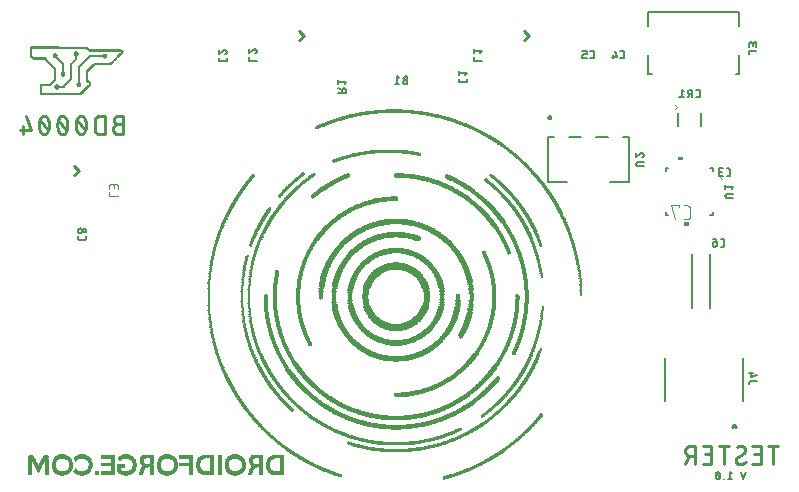
<source format=gbr>
G04 EAGLE Gerber RS-274X export*
G75*
%MOMM*%
%FSLAX34Y34*%
%LPD*%
%INSilkscreen Bottom*%
%IPPOS*%
%AMOC8*
5,1,8,0,0,1.08239X$1,22.5*%
G01*
%ADD10R,0.101600X0.025400*%
%ADD11R,0.228600X0.025400*%
%ADD12R,0.330200X0.025400*%
%ADD13R,0.431800X0.025400*%
%ADD14R,0.508000X0.025400*%
%ADD15R,0.609600X0.025400*%
%ADD16R,0.685800X0.025400*%
%ADD17R,0.762000X0.025400*%
%ADD18R,0.812800X0.025400*%
%ADD19R,0.177800X0.025400*%
%ADD20R,0.838200X0.025400*%
%ADD21R,0.279400X0.025400*%
%ADD22R,0.355600X0.025400*%
%ADD23R,0.457200X0.025400*%
%ADD24R,0.787400X0.025400*%
%ADD25R,0.533400X0.025400*%
%ADD26R,0.660400X0.025400*%
%ADD27R,0.736600X0.025400*%
%ADD28R,0.711200X0.025400*%
%ADD29R,0.635000X0.025400*%
%ADD30R,0.584200X0.025400*%
%ADD31R,0.558800X0.025400*%
%ADD32R,0.482600X0.025400*%
%ADD33R,0.406400X0.025400*%
%ADD34R,1.320800X0.025400*%
%ADD35R,2.133600X0.025400*%
%ADD36R,2.692400X0.025400*%
%ADD37R,3.149600X0.025400*%
%ADD38R,3.556000X0.025400*%
%ADD39R,3.911600X0.025400*%
%ADD40R,4.241800X0.025400*%
%ADD41R,4.546600X0.025400*%
%ADD42R,4.826000X0.025400*%
%ADD43R,1.905000X0.025400*%
%ADD44R,1.651000X0.025400*%
%ADD45R,1.625600X0.025400*%
%ADD46R,1.498600X0.025400*%
%ADD47R,1.473200X0.025400*%
%ADD48R,1.371600X0.025400*%
%ADD49R,0.381000X0.025400*%
%ADD50R,1.295400X0.025400*%
%ADD51R,1.270000X0.025400*%
%ADD52R,1.219200X0.025400*%
%ADD53R,1.193800X0.025400*%
%ADD54R,1.143000X0.025400*%
%ADD55R,1.092200X0.025400*%
%ADD56R,1.066800X0.025400*%
%ADD57R,1.016000X0.025400*%
%ADD58R,0.990600X0.025400*%
%ADD59R,0.965200X0.025400*%
%ADD60R,0.939800X0.025400*%
%ADD61R,0.914400X0.025400*%
%ADD62R,0.889000X0.025400*%
%ADD63R,0.863600X0.025400*%
%ADD64R,1.524000X0.025400*%
%ADD65R,2.235200X0.025400*%
%ADD66R,2.743200X0.025400*%
%ADD67R,3.175000X0.025400*%
%ADD68R,4.216400X0.025400*%
%ADD69R,4.521200X0.025400*%
%ADD70R,4.775200X0.025400*%
%ADD71R,0.304800X0.025400*%
%ADD72R,1.778000X0.025400*%
%ADD73R,1.574800X0.025400*%
%ADD74R,1.549400X0.025400*%
%ADD75R,0.076200X0.025400*%
%ADD76R,1.422400X0.025400*%
%ADD77R,1.244600X0.025400*%
%ADD78R,1.168400X0.025400*%
%ADD79R,1.117600X0.025400*%
%ADD80R,2.336800X0.025400*%
%ADD81R,0.152400X0.025400*%
%ADD82R,2.794000X0.025400*%
%ADD83R,3.505200X0.025400*%
%ADD84R,3.810000X0.025400*%
%ADD85R,4.114800X0.025400*%
%ADD86R,4.368800X0.025400*%
%ADD87R,4.622800X0.025400*%
%ADD88R,4.876800X0.025400*%
%ADD89R,5.080000X0.025400*%
%ADD90R,5.308600X0.025400*%
%ADD91R,2.362200X0.025400*%
%ADD92R,2.006600X0.025400*%
%ADD93R,2.032000X0.025400*%
%ADD94R,1.828800X0.025400*%
%ADD95R,1.701800X0.025400*%
%ADD96R,1.600200X0.025400*%
%ADD97R,1.447800X0.025400*%
%ADD98R,1.041400X0.025400*%
%ADD99R,2.489200X0.025400*%
%ADD100R,2.895600X0.025400*%
%ADD101R,3.225800X0.025400*%
%ADD102R,3.835400X0.025400*%
%ADD103R,4.343400X0.025400*%
%ADD104R,4.572000X0.025400*%
%ADD105R,4.800600X0.025400*%
%ADD106R,0.254000X0.025400*%
%ADD107R,5.029200X0.025400*%
%ADD108R,5.232400X0.025400*%
%ADD109R,2.057400X0.025400*%
%ADD110R,0.203200X0.025400*%
%ADD111R,1.346200X0.025400*%
%ADD112R,1.854200X0.025400*%
%ADD113R,1.981200X0.025400*%
%ADD114R,2.159000X0.025400*%
%ADD115R,2.260600X0.025400*%
%ADD116R,2.387600X0.025400*%
%ADD117R,1.727200X0.025400*%
%ADD118R,0.127000X0.025400*%
%ADD119R,2.184400X0.025400*%
%ADD120R,2.413000X0.025400*%
%ADD121R,2.641600X0.025400*%
%ADD122R,2.844800X0.025400*%
%ADD123R,3.022600X0.025400*%
%ADD124R,3.200400X0.025400*%
%ADD125R,3.352800X0.025400*%
%ADD126R,3.657600X0.025400*%
%ADD127R,3.937000X0.025400*%
%ADD128R,4.064000X0.025400*%
%ADD129R,1.879600X0.025400*%
%ADD130R,2.590800X0.025400*%
%ADD131R,2.870200X0.025400*%
%ADD132R,2.997200X0.025400*%
%ADD133R,3.124200X0.025400*%
%ADD134R,3.251200X0.025400*%
%ADD135R,3.479800X0.025400*%
%ADD136R,3.581400X0.025400*%
%ADD137R,1.803400X0.025400*%
%ADD138R,1.955800X0.025400*%
%ADD139R,2.082800X0.025400*%
%ADD140R,2.438400X0.025400*%
%ADD141R,2.565400X0.025400*%
%ADD142R,2.667000X0.025400*%
%ADD143R,2.946400X0.025400*%
%ADD144R,3.098800X0.025400*%
%ADD145R,3.327400X0.025400*%
%ADD146R,3.403600X0.025400*%
%ADD147R,0.050800X0.025400*%
%ADD148R,2.540000X0.025400*%
%ADD149R,2.717800X0.025400*%
%ADD150R,4.013200X0.025400*%
%ADD151R,3.784600X0.025400*%
%ADD152R,2.819400X0.025400*%
%ADD153R,2.616200X0.025400*%
%ADD154R,1.397000X0.025400*%
%ADD155R,4.419600X0.025400*%
%ADD156R,4.292600X0.025400*%
%ADD157R,4.140200X0.025400*%
%ADD158R,3.987800X0.025400*%
%ADD159R,3.632200X0.025400*%
%ADD160R,3.454400X0.025400*%
%ADD161R,3.048000X0.025400*%
%ADD162R,2.311400X0.025400*%
%ADD163R,0.025400X0.025400*%
%ADD164R,1.676400X0.025400*%
%ADD165R,2.514600X0.025400*%
%ADD166R,2.209800X0.025400*%
%ADD167R,1.930400X0.025400*%
%ADD168R,3.962400X0.025400*%
%ADD169R,3.606800X0.025400*%
%ADD170R,2.108200X0.025400*%
%ADD171R,5.283200X0.025400*%
%ADD172R,4.978400X0.025400*%
%ADD173R,4.673600X0.025400*%
%ADD174R,3.429000X0.025400*%
%ADD175R,2.921000X0.025400*%
%ADD176R,4.953000X0.025400*%
%ADD177R,4.927600X0.025400*%
%ADD178R,4.902200X0.025400*%
%ADD179R,4.749800X0.025400*%
%ADD180C,0.228600*%
%ADD181C,0.152400*%
%ADD182C,0.254000*%
%ADD183C,0.076200*%
%ADD184C,0.101600*%

G36*
X574677Y278894D02*
X574677Y278894D01*
X574679Y278893D01*
X574722Y278913D01*
X574766Y278931D01*
X574766Y278933D01*
X574768Y278934D01*
X574801Y279019D01*
X574801Y281559D01*
X574800Y281561D01*
X574801Y281563D01*
X574781Y281606D01*
X574763Y281650D01*
X574761Y281650D01*
X574760Y281652D01*
X574675Y281685D01*
X570865Y281685D01*
X570863Y281684D01*
X570861Y281685D01*
X570818Y281665D01*
X570774Y281647D01*
X570774Y281645D01*
X570772Y281644D01*
X570739Y281559D01*
X570739Y279019D01*
X570740Y279017D01*
X570739Y279015D01*
X570759Y278972D01*
X570777Y278928D01*
X570779Y278928D01*
X570780Y278926D01*
X570865Y278893D01*
X574675Y278893D01*
X574677Y278894D01*
G37*
G36*
X579757Y223776D02*
X579757Y223776D01*
X579759Y223775D01*
X579802Y223795D01*
X579846Y223813D01*
X579846Y223815D01*
X579848Y223816D01*
X579881Y223901D01*
X579881Y226441D01*
X579880Y226443D01*
X579881Y226445D01*
X579861Y226488D01*
X579843Y226532D01*
X579841Y226532D01*
X579840Y226534D01*
X579755Y226567D01*
X575945Y226567D01*
X575943Y226566D01*
X575941Y226567D01*
X575898Y226547D01*
X575854Y226529D01*
X575854Y226527D01*
X575852Y226526D01*
X575819Y226441D01*
X575819Y223901D01*
X575820Y223899D01*
X575819Y223897D01*
X575839Y223854D01*
X575857Y223810D01*
X575859Y223810D01*
X575860Y223808D01*
X575945Y223775D01*
X579755Y223775D01*
X579757Y223776D01*
G37*
D10*
X372999Y8636D03*
D11*
X373380Y8890D03*
D12*
X373634Y9144D03*
D13*
X374142Y9398D03*
D14*
X374523Y9652D03*
D15*
X375031Y9906D03*
D16*
X375412Y10160D03*
D17*
X375793Y10414D03*
D18*
X376301Y10668D03*
D19*
X284988Y10668D03*
D20*
X377190Y10922D03*
D21*
X284734Y10922D03*
D18*
X378079Y11176D03*
D22*
X284353Y11176D03*
D18*
X378841Y11430D03*
D23*
X284099Y11430D03*
D24*
X379730Y11684D03*
D25*
X283718Y11684D03*
D24*
X380492Y11938D03*
D15*
X283337Y11938D03*
D17*
X381381Y12192D03*
D26*
X282829Y12192D03*
D27*
X382016Y12446D03*
D28*
X282321Y12446D03*
D27*
X382778Y12700D03*
D17*
X281813Y12700D03*
D27*
X383540Y12954D03*
D28*
X281051Y12954D03*
D27*
X384302Y13208D03*
D28*
X280289Y13208D03*
X384937Y13462D03*
X279527Y13462D03*
X385699Y13716D03*
D16*
X278892Y13716D03*
D28*
X386461Y13970D03*
D16*
X278130Y13970D03*
X387096Y14224D03*
X277368Y14224D03*
X387858Y14478D03*
D26*
X276733Y14478D03*
X388493Y14732D03*
D16*
X276098Y14732D03*
D26*
X389255Y14986D03*
X275463Y14986D03*
D29*
X389890Y15240D03*
D26*
X274701Y15240D03*
X390525Y15494D03*
D29*
X274066Y15494D03*
X391160Y15748D03*
X273558Y15748D03*
D15*
X391795Y16002D03*
D29*
X272796Y16002D03*
X392430Y16256D03*
X272288Y16256D03*
D15*
X393065Y16510D03*
X271653Y16510D03*
X393573Y16764D03*
X270891Y16764D03*
D30*
X394208Y17018D03*
D15*
X270383Y17018D03*
X394843Y17272D03*
X269875Y17272D03*
D30*
X395478Y17526D03*
X269240Y17526D03*
X395986Y17780D03*
D15*
X268605Y17780D03*
D30*
X396494Y18034D03*
X267970Y18034D03*
D31*
X397129Y18288D03*
D30*
X267462Y18288D03*
X397764Y18542D03*
X266954Y18542D03*
X398272Y18796D03*
D31*
X266319Y18796D03*
X398907Y19050D03*
X265811Y19050D03*
X399415Y19304D03*
X265303Y19304D03*
X399923Y19558D03*
X264795Y19558D03*
X400431Y19812D03*
D25*
X264160Y19812D03*
D31*
X400939Y20066D03*
D25*
X263652Y20066D03*
X401574Y20320D03*
X263144Y20320D03*
X402082Y20574D03*
X262636Y20574D03*
X402590Y20828D03*
X262128Y20828D03*
X403098Y21082D03*
X261620Y21082D03*
X403606Y21336D03*
X261112Y21336D03*
X404114Y21590D03*
X260604Y21590D03*
X404622Y21844D03*
X260096Y21844D03*
D14*
X405003Y22098D03*
D25*
X259588Y22098D03*
D14*
X405511Y22352D03*
D25*
X259080Y22352D03*
D14*
X406019Y22606D03*
X258699Y22606D03*
X406527Y22860D03*
X258191Y22860D03*
X407035Y23114D03*
X257683Y23114D03*
X407543Y23368D03*
X257175Y23368D03*
D32*
X407924Y23622D03*
D14*
X256667Y23622D03*
D32*
X408432Y23876D03*
X256286Y23876D03*
X408940Y24130D03*
X255778Y24130D03*
D14*
X409321Y24384D03*
D32*
X255270Y24384D03*
X409702Y24638D03*
X254762Y24638D03*
X410210Y24892D03*
X254508Y24892D03*
X410718Y25146D03*
X254000Y25146D03*
D23*
X411099Y25400D03*
D32*
X253492Y25400D03*
X411480Y25654D03*
X252984Y25654D03*
X411988Y25908D03*
D23*
X252603Y25908D03*
D32*
X412496Y26162D03*
X252222Y26162D03*
D23*
X412877Y26416D03*
D32*
X251714Y26416D03*
X413258Y26670D03*
D23*
X251333Y26670D03*
X413639Y26924D03*
X250825Y26924D03*
X414147Y27178D03*
X250571Y27178D03*
X414655Y27432D03*
X250063Y27432D03*
X414909Y27686D03*
X249555Y27686D03*
X415417Y27940D03*
X249301Y27940D03*
D13*
X415798Y28194D03*
D23*
X248793Y28194D03*
X416179Y28448D03*
D13*
X248412Y28448D03*
D23*
X416687Y28702D03*
X248031Y28702D03*
D13*
X417068Y28956D03*
X247650Y28956D03*
D23*
X417449Y29210D03*
D13*
X247142Y29210D03*
X417830Y29464D03*
D23*
X246761Y29464D03*
X418211Y29718D03*
D13*
X246380Y29718D03*
X418592Y29972D03*
D23*
X245999Y29972D03*
D13*
X419100Y30226D03*
X245618Y30226D03*
X419354Y30480D03*
D23*
X245237Y30480D03*
D13*
X419862Y30734D03*
X244856Y30734D03*
X420116Y30988D03*
D33*
X244475Y30988D03*
D13*
X420624Y31242D03*
X244094Y31242D03*
X420878Y31496D03*
D33*
X243713Y31496D03*
X421259Y31750D03*
D34*
X332359Y31750D03*
D13*
X243332Y31750D03*
X421640Y32004D03*
D35*
X332359Y32004D03*
D33*
X242951Y32004D03*
X422021Y32258D03*
D36*
X332359Y32258D03*
D13*
X242570Y32258D03*
X422402Y32512D03*
D37*
X332359Y32512D03*
D33*
X242189Y32512D03*
X422783Y32766D03*
D38*
X332359Y32766D03*
D13*
X241808Y32766D03*
X423164Y33020D03*
D39*
X332359Y33020D03*
D33*
X241427Y33020D03*
X423545Y33274D03*
D40*
X332232Y33274D03*
D33*
X241173Y33274D03*
X423799Y33528D03*
D41*
X332232Y33528D03*
D13*
X240792Y33528D03*
D33*
X424307Y33782D03*
D42*
X332359Y33782D03*
D33*
X240411Y33782D03*
X424561Y34036D03*
D43*
X348234Y34036D03*
X316484Y34036D03*
D33*
X240157Y34036D03*
X424815Y34290D03*
D44*
X350774Y34290D03*
D45*
X313817Y34290D03*
D33*
X239649Y34290D03*
X425323Y34544D03*
D46*
X352806Y34544D03*
D47*
X311785Y34544D03*
D33*
X239395Y34544D03*
X425577Y34798D03*
D48*
X354457Y34798D03*
X310007Y34798D03*
D33*
X238887Y34798D03*
D49*
X425958Y35052D03*
D50*
X356108Y35052D03*
D51*
X308483Y35052D03*
D33*
X238633Y35052D03*
X426339Y35306D03*
D52*
X357505Y35306D03*
D53*
X307086Y35306D03*
D33*
X238379Y35306D03*
X426593Y35560D03*
D54*
X358902Y35560D03*
X305816Y35560D03*
D33*
X237871Y35560D03*
D49*
X426974Y35814D03*
D55*
X360172Y35814D03*
X304546Y35814D03*
D33*
X237617Y35814D03*
X427355Y36068D03*
D56*
X361315Y36068D03*
X303403Y36068D03*
D33*
X237363Y36068D03*
X427609Y36322D03*
D57*
X362331Y36322D03*
X302133Y36322D03*
D49*
X236982Y36322D03*
X427990Y36576D03*
D58*
X363474Y36576D03*
D59*
X301117Y36576D03*
D33*
X236601Y36576D03*
X428371Y36830D03*
D60*
X364490Y36830D03*
D59*
X300101Y36830D03*
D49*
X236220Y36830D03*
D33*
X428625Y37084D03*
D61*
X365633Y37084D03*
X299085Y37084D03*
D49*
X235966Y37084D03*
X429006Y37338D03*
D62*
X366522Y37338D03*
X298196Y37338D03*
D33*
X235585Y37338D03*
D49*
X429260Y37592D03*
D63*
X367411Y37592D03*
D64*
X332359Y37592D03*
D62*
X297180Y37592D03*
D49*
X235204Y37592D03*
D33*
X429641Y37846D03*
D20*
X368300Y37846D03*
D65*
X332359Y37846D03*
D63*
X296291Y37846D03*
D49*
X234950Y37846D03*
X430022Y38100D03*
D20*
X369316Y38100D03*
D66*
X332359Y38100D03*
D18*
X295529Y38100D03*
D49*
X234696Y38100D03*
X430276Y38354D03*
D18*
X370205Y38354D03*
D67*
X332232Y38354D03*
D27*
X294894Y38354D03*
D33*
X234315Y38354D03*
X430657Y38608D03*
D24*
X370840Y38608D03*
D38*
X332359Y38608D03*
D26*
X294259Y38608D03*
D49*
X233934Y38608D03*
X431038Y38862D03*
D17*
X371729Y38862D03*
D39*
X332359Y38862D03*
D30*
X293878Y38862D03*
D49*
X233680Y38862D03*
X431292Y39116D03*
D17*
X372491Y39116D03*
D68*
X332359Y39116D03*
D32*
X293370Y39116D03*
D49*
X233426Y39116D03*
X431546Y39370D03*
D27*
X373380Y39370D03*
D69*
X332359Y39370D03*
D33*
X292989Y39370D03*
D49*
X232918Y39370D03*
X431800Y39624D03*
D27*
X374142Y39624D03*
D70*
X332359Y39624D03*
D71*
X292735Y39624D03*
D49*
X232664Y39624D03*
X432308Y39878D03*
D28*
X374777Y39878D03*
D72*
X348615Y39878D03*
X316103Y39878D03*
D11*
X292354Y39878D03*
D49*
X232410Y39878D03*
X432562Y40132D03*
D28*
X375539Y40132D03*
D73*
X350901Y40132D03*
D74*
X313690Y40132D03*
D75*
X292100Y40132D03*
D49*
X232156Y40132D03*
X432816Y40386D03*
D28*
X376301Y40386D03*
D76*
X352679Y40386D03*
X311785Y40386D03*
D22*
X231775Y40386D03*
D49*
X433070Y40640D03*
D16*
X376936Y40640D03*
D34*
X354457Y40640D03*
X310261Y40640D03*
D49*
X231394Y40640D03*
D22*
X433451Y40894D03*
D16*
X377698Y40894D03*
D77*
X355854Y40894D03*
D52*
X308737Y40894D03*
D49*
X231140Y40894D03*
X433832Y41148D03*
D26*
X378333Y41148D03*
D78*
X357251Y41148D03*
D53*
X307340Y41148D03*
D49*
X230886Y41148D03*
X434086Y41402D03*
D26*
X379095Y41402D03*
D79*
X358521Y41402D03*
D55*
X306070Y41402D03*
D49*
X230632Y41402D03*
X434340Y41656D03*
D29*
X379730Y41656D03*
D56*
X359791Y41656D03*
X304927Y41656D03*
D22*
X230251Y41656D03*
X434721Y41910D03*
D26*
X380365Y41910D03*
D57*
X360807Y41910D03*
X303657Y41910D03*
D22*
X229997Y41910D03*
X434975Y42164D03*
D29*
X381000Y42164D03*
D58*
X361950Y42164D03*
D59*
X302641Y42164D03*
D49*
X229616Y42164D03*
D22*
X435229Y42418D03*
D15*
X381635Y42418D03*
D59*
X363093Y42418D03*
X301625Y42418D03*
D49*
X229362Y42418D03*
X435610Y42672D03*
D29*
X382270Y42672D03*
D61*
X364109Y42672D03*
X300609Y42672D03*
D49*
X229108Y42672D03*
X435864Y42926D03*
D15*
X382905Y42926D03*
D62*
X364998Y42926D03*
D61*
X299593Y42926D03*
D22*
X228727Y42926D03*
D49*
X436118Y43180D03*
D15*
X383413Y43180D03*
D63*
X365887Y43180D03*
D62*
X298704Y43180D03*
D22*
X228473Y43180D03*
X436499Y43434D03*
D30*
X384048Y43434D03*
D63*
X366903Y43434D03*
D20*
X297688Y43434D03*
D22*
X228219Y43434D03*
X436753Y43688D03*
D30*
X384556Y43688D03*
D20*
X367792Y43688D03*
X296926Y43688D03*
D22*
X227965Y43688D03*
X437007Y43942D03*
D30*
X385318Y43942D03*
D18*
X368681Y43942D03*
X296037Y43942D03*
D49*
X227584Y43942D03*
D22*
X437261Y44196D03*
D30*
X385826Y44196D03*
D24*
X369316Y44196D03*
X295148Y44196D03*
D49*
X227330Y44196D03*
D22*
X437515Y44450D03*
D30*
X386334Y44450D03*
D17*
X370205Y44450D03*
D24*
X294386Y44450D03*
D22*
X226949Y44450D03*
D49*
X437896Y44704D03*
D31*
X386969Y44704D03*
D17*
X370967Y44704D03*
X293497Y44704D03*
D22*
X226695Y44704D03*
X438277Y44958D03*
D31*
X387477Y44958D03*
D27*
X371856Y44958D03*
X292862Y44958D03*
D22*
X226441Y44958D03*
X438531Y45212D03*
D31*
X387985Y45212D03*
D27*
X372618Y45212D03*
X292100Y45212D03*
D22*
X226187Y45212D03*
X438785Y45466D03*
D31*
X388493Y45466D03*
D28*
X373253Y45466D03*
D27*
X291338Y45466D03*
D22*
X225933Y45466D03*
X439039Y45720D03*
D31*
X389001Y45720D03*
D28*
X374015Y45720D03*
D16*
X290576Y45720D03*
D22*
X225679Y45720D03*
X439293Y45974D03*
D25*
X389636Y45974D03*
D28*
X374777Y45974D03*
D16*
X289814Y45974D03*
D22*
X225425Y45974D03*
X439547Y46228D03*
D25*
X390144Y46228D03*
D16*
X375412Y46228D03*
D26*
X289179Y46228D03*
D12*
X225044Y46228D03*
D22*
X439801Y46482D03*
D25*
X390652Y46482D03*
D16*
X376174Y46482D03*
D26*
X288417Y46482D03*
D22*
X224663Y46482D03*
X440055Y46736D03*
D25*
X391160Y46736D03*
D26*
X376809Y46736D03*
X287909Y46736D03*
D22*
X224409Y46736D03*
X440309Y46990D03*
D14*
X391541Y46990D03*
D29*
X377444Y46990D03*
D26*
X287147Y46990D03*
D22*
X224155Y46990D03*
D12*
X440690Y47244D03*
D14*
X392049Y47244D03*
D29*
X378206Y47244D03*
X286512Y47244D03*
D22*
X223901Y47244D03*
D12*
X440944Y47498D03*
D14*
X392557Y47498D03*
D29*
X378714Y47498D03*
X285750Y47498D03*
D22*
X223647Y47498D03*
D12*
X441198Y47752D03*
D14*
X393065Y47752D03*
D15*
X379349Y47752D03*
D29*
X285242Y47752D03*
D22*
X223393Y47752D03*
D12*
X441452Y48006D03*
D14*
X393573Y48006D03*
D29*
X379984Y48006D03*
D15*
X284607Y48006D03*
D22*
X223139Y48006D03*
D12*
X441706Y48260D03*
D14*
X394081Y48260D03*
D15*
X380619Y48260D03*
X284099Y48260D03*
D22*
X222885Y48260D03*
X442087Y48514D03*
D32*
X394462Y48514D03*
D30*
X381254Y48514D03*
D15*
X283337Y48514D03*
D22*
X222631Y48514D03*
X442341Y48768D03*
D32*
X394970Y48768D03*
D30*
X381762Y48768D03*
D15*
X282829Y48768D03*
D22*
X222377Y48768D03*
X442595Y49022D03*
D32*
X395478Y49022D03*
D15*
X382397Y49022D03*
D30*
X282194Y49022D03*
D22*
X222123Y49022D03*
X442849Y49276D03*
D14*
X395859Y49276D03*
D30*
X383032Y49276D03*
X281686Y49276D03*
D22*
X221869Y49276D03*
X443103Y49530D03*
D32*
X396240Y49530D03*
D30*
X383540Y49530D03*
X281178Y49530D03*
D22*
X221615Y49530D03*
X443357Y49784D03*
D32*
X396748Y49784D03*
D30*
X384048Y49784D03*
D31*
X280543Y49784D03*
D12*
X221234Y49784D03*
D22*
X443611Y50038D03*
D32*
X397256Y50038D03*
D25*
X384556Y50038D03*
D31*
X280035Y50038D03*
D12*
X220980Y50038D03*
D22*
X443865Y50292D03*
D23*
X397637Y50292D03*
D14*
X384937Y50292D03*
D31*
X279527Y50292D03*
D12*
X220726Y50292D03*
D22*
X444119Y50546D03*
D23*
X398145Y50546D03*
X385191Y50546D03*
D25*
X278892Y50546D03*
D12*
X220472Y50546D03*
D22*
X444373Y50800D03*
D32*
X398526Y50800D03*
D33*
X385445Y50800D03*
D25*
X278384Y50800D03*
D12*
X220218Y50800D03*
D22*
X444627Y51054D03*
D23*
X398907Y51054D03*
D12*
X385826Y51054D03*
D63*
X332359Y51054D03*
D25*
X277876Y51054D03*
D12*
X219964Y51054D03*
D22*
X444881Y51308D03*
D23*
X399415Y51308D03*
D21*
X386080Y51308D03*
D72*
X332359Y51308D03*
D25*
X277368Y51308D03*
D12*
X219710Y51308D03*
D22*
X445135Y51562D03*
D32*
X399796Y51562D03*
D11*
X386334Y51562D03*
D80*
X332359Y51562D03*
D25*
X276860Y51562D03*
D12*
X219456Y51562D03*
X445262Y51816D03*
D23*
X400177Y51816D03*
D81*
X386461Y51816D03*
D82*
X332359Y51816D03*
D25*
X276352Y51816D03*
D12*
X219202Y51816D03*
X445516Y52070D03*
D23*
X400685Y52070D03*
D67*
X332232Y52070D03*
D25*
X275844Y52070D03*
D12*
X218948Y52070D03*
X445770Y52324D03*
D13*
X401066Y52324D03*
D83*
X332359Y52324D03*
D25*
X275336Y52324D03*
D12*
X218694Y52324D03*
X446024Y52578D03*
D23*
X401447Y52578D03*
D84*
X332359Y52578D03*
D25*
X274828Y52578D03*
D12*
X218440Y52578D03*
X446278Y52832D03*
D13*
X401828Y52832D03*
D85*
X332359Y52832D03*
D25*
X274320Y52832D03*
D12*
X218186Y52832D03*
X446532Y53086D03*
D23*
X402209Y53086D03*
D86*
X332359Y53086D03*
D14*
X273939Y53086D03*
D12*
X217932Y53086D03*
X446786Y53340D03*
D13*
X402590Y53340D03*
D87*
X332359Y53340D03*
D14*
X273431Y53340D03*
D12*
X217678Y53340D03*
X447040Y53594D03*
D13*
X403098Y53594D03*
D88*
X332359Y53594D03*
D14*
X272923Y53594D03*
D12*
X217424Y53594D03*
X447294Y53848D03*
D13*
X403352Y53848D03*
D89*
X332359Y53848D03*
D14*
X272415Y53848D03*
D12*
X217424Y53848D03*
X447548Y54102D03*
D13*
X403860Y54102D03*
D90*
X332232Y54102D03*
D32*
X272034Y54102D03*
D12*
X217170Y54102D03*
X447802Y54356D03*
D13*
X404114Y54356D03*
D80*
X348107Y54356D03*
D91*
X316484Y54356D03*
D32*
X271526Y54356D03*
D12*
X216916Y54356D03*
X448056Y54610D03*
D13*
X404622Y54610D03*
D92*
X350774Y54610D03*
D93*
X313817Y54610D03*
D32*
X271018Y54610D03*
D12*
X216662Y54610D03*
X448310Y54864D03*
D13*
X404876Y54864D03*
D94*
X352679Y54864D03*
X312039Y54864D03*
D32*
X270510Y54864D03*
D12*
X216408Y54864D03*
X448564Y55118D03*
D13*
X405384Y55118D03*
D95*
X354330Y55118D03*
X310388Y55118D03*
D32*
X270256Y55118D03*
D12*
X216154Y55118D03*
X448818Y55372D03*
D13*
X405638Y55372D03*
D96*
X355600Y55372D03*
D73*
X308991Y55372D03*
D32*
X269748Y55372D03*
D12*
X215900Y55372D03*
X449072Y55626D03*
D13*
X406146Y55626D03*
D46*
X356870Y55626D03*
D64*
X307721Y55626D03*
D32*
X269240Y55626D03*
D12*
X215646Y55626D03*
D71*
X449199Y55880D03*
D13*
X406400Y55880D03*
D97*
X358140Y55880D03*
X306578Y55880D03*
D23*
X268859Y55880D03*
D12*
X215392Y55880D03*
D71*
X449453Y56134D03*
D33*
X406781Y56134D03*
D48*
X359283Y56134D03*
X305435Y56134D03*
D23*
X268351Y56134D03*
D12*
X215138Y56134D03*
D71*
X449707Y56388D03*
D13*
X407162Y56388D03*
D34*
X360299Y56388D03*
X304419Y56388D03*
D23*
X268097Y56388D03*
D12*
X214884Y56388D03*
X449834Y56642D03*
D33*
X407543Y56642D03*
D51*
X361315Y56642D03*
D50*
X303276Y56642D03*
D23*
X267589Y56642D03*
D12*
X214630Y56642D03*
X450088Y56896D03*
D13*
X407924Y56896D03*
D77*
X362204Y56896D03*
D52*
X302387Y56896D03*
D23*
X267081Y56896D03*
D71*
X214503Y56896D03*
D12*
X450342Y57150D03*
D33*
X408305Y57150D03*
D53*
X363220Y57150D03*
X301498Y57150D03*
D23*
X266827Y57150D03*
D71*
X214249Y57150D03*
D12*
X450596Y57404D03*
D33*
X408559Y57404D03*
D78*
X364109Y57404D03*
X300609Y57404D03*
D23*
X266319Y57404D03*
D71*
X213995Y57404D03*
D12*
X450850Y57658D03*
D33*
X409067Y57658D03*
D54*
X364998Y57658D03*
X299720Y57658D03*
D13*
X265938Y57658D03*
D12*
X213868Y57658D03*
X451104Y57912D03*
D33*
X409321Y57912D03*
D55*
X365760Y57912D03*
D79*
X298831Y57912D03*
D23*
X265557Y57912D03*
D12*
X213614Y57912D03*
D71*
X451231Y58166D03*
D33*
X409575Y58166D03*
D55*
X366522Y58166D03*
D56*
X298069Y58166D03*
D13*
X265176Y58166D03*
D12*
X213360Y58166D03*
D71*
X451485Y58420D03*
D33*
X410083Y58420D03*
D56*
X367411Y58420D03*
X297307Y58420D03*
D23*
X264795Y58420D03*
D12*
X213106Y58420D03*
D71*
X451739Y58674D03*
D33*
X410337Y58674D03*
D98*
X368046Y58674D03*
X296418Y58674D03*
D13*
X264414Y58674D03*
D12*
X212852Y58674D03*
D71*
X451993Y58928D03*
D49*
X410718Y58928D03*
D57*
X368935Y58928D03*
D48*
X332359Y58928D03*
D57*
X295783Y58928D03*
D13*
X263906Y58928D03*
D71*
X212725Y58928D03*
D12*
X452120Y59182D03*
D49*
X410972Y59182D03*
D58*
X369570Y59182D03*
D92*
X332232Y59182D03*
D57*
X295021Y59182D03*
D13*
X263652Y59182D03*
D71*
X212471Y59182D03*
D12*
X452374Y59436D03*
D33*
X411353Y59436D03*
D58*
X370332Y59436D03*
D99*
X332359Y59436D03*
D58*
X294386Y59436D03*
D13*
X263144Y59436D03*
D71*
X212217Y59436D03*
D12*
X452628Y59690D03*
D49*
X411734Y59690D03*
D59*
X370967Y59690D03*
D100*
X332359Y59690D03*
D60*
X293624Y59690D03*
D13*
X262890Y59690D03*
D71*
X211963Y59690D03*
X452755Y59944D03*
D49*
X411988Y59944D03*
D60*
X371602Y59944D03*
D101*
X332232Y59944D03*
D60*
X292862Y59944D03*
D13*
X262382Y59944D03*
D12*
X211836Y59944D03*
D71*
X453009Y60198D03*
D33*
X412369Y60198D03*
D60*
X372364Y60198D03*
D38*
X332359Y60198D03*
D61*
X292227Y60198D03*
D13*
X262128Y60198D03*
D12*
X211582Y60198D03*
D71*
X453263Y60452D03*
D49*
X412750Y60452D03*
D61*
X372999Y60452D03*
D102*
X332232Y60452D03*
D61*
X291719Y60452D03*
D33*
X261747Y60452D03*
D12*
X211328Y60452D03*
D71*
X453517Y60706D03*
D49*
X413004Y60706D03*
D62*
X373634Y60706D03*
D85*
X332359Y60706D03*
D61*
X290957Y60706D03*
D13*
X261366Y60706D03*
D71*
X211201Y60706D03*
X453771Y60960D03*
D49*
X413258Y60960D03*
D62*
X374396Y60960D03*
D103*
X332232Y60960D03*
D62*
X290322Y60960D03*
D33*
X260985Y60960D03*
D71*
X210947Y60960D03*
D12*
X453898Y61214D03*
D49*
X413512Y61214D03*
D81*
X405257Y61214D03*
D62*
X374904Y61214D03*
D104*
X332359Y61214D03*
D63*
X289687Y61214D03*
D13*
X260604Y61214D03*
D71*
X210693Y61214D03*
X454025Y61468D03*
D49*
X414020Y61468D03*
D11*
X405384Y61468D03*
D63*
X375539Y61468D03*
D105*
X332232Y61468D03*
D63*
X289179Y61468D03*
D33*
X260223Y61468D03*
D71*
X210439Y61468D03*
X454279Y61722D03*
D49*
X414274Y61722D03*
D106*
X405511Y61722D03*
D63*
X376047Y61722D03*
D107*
X332359Y61722D03*
D20*
X288544Y61722D03*
D33*
X259969Y61722D03*
D12*
X210312Y61722D03*
D71*
X454533Y61976D03*
D49*
X414528Y61976D03*
D21*
X405638Y61976D03*
D20*
X376682Y61976D03*
D108*
X332359Y61976D03*
D20*
X288036Y61976D03*
D33*
X259461Y61976D03*
D71*
X210185Y61976D03*
X454787Y62230D03*
D49*
X414782Y62230D03*
D12*
X405892Y62230D03*
D20*
X377190Y62230D03*
D109*
X348996Y62230D03*
X315468Y62230D03*
D20*
X287274Y62230D03*
D33*
X259207Y62230D03*
D71*
X209931Y62230D03*
D21*
X454914Y62484D03*
D22*
X415163Y62484D03*
X406019Y62484D03*
D18*
X377825Y62484D03*
D94*
X351155Y62484D03*
X313563Y62484D03*
D20*
X286766Y62484D03*
D33*
X258953Y62484D03*
D71*
X209677Y62484D03*
X455041Y62738D03*
D49*
X415544Y62738D03*
X406146Y62738D03*
D18*
X378333Y62738D03*
D95*
X352806Y62738D03*
X311912Y62738D03*
D18*
X286131Y62738D03*
D33*
X258445Y62738D03*
D71*
X209423Y62738D03*
D21*
X455168Y62992D03*
D49*
X415798Y62992D03*
D33*
X406527Y62992D03*
D24*
X378968Y62992D03*
D73*
X354203Y62992D03*
X310515Y62992D03*
D18*
X285623Y62992D03*
D33*
X258191Y62992D03*
D71*
X209169Y62992D03*
D106*
X455295Y63246D03*
D49*
X416052Y63246D03*
D33*
X406781Y63246D03*
D24*
X379476Y63246D03*
D47*
X355473Y63246D03*
D46*
X309118Y63246D03*
D18*
X285115Y63246D03*
D49*
X257810Y63246D03*
D12*
X209042Y63246D03*
D110*
X455295Y63500D03*
D22*
X416433Y63500D03*
D49*
X407162Y63500D03*
D24*
X379984Y63500D03*
D76*
X356743Y63500D03*
X307975Y63500D03*
D17*
X284607Y63500D03*
D33*
X257429Y63500D03*
D71*
X208915Y63500D03*
D19*
X455422Y63754D03*
D22*
X416687Y63754D03*
D33*
X407543Y63754D03*
D17*
X380619Y63754D03*
D48*
X357759Y63754D03*
D111*
X306832Y63754D03*
D17*
X284099Y63754D03*
D33*
X257175Y63754D03*
D71*
X208661Y63754D03*
D10*
X455295Y64008D03*
D22*
X416941Y64008D03*
D33*
X407797Y64008D03*
D17*
X381127Y64008D03*
D34*
X358775Y64008D03*
D50*
X305816Y64008D03*
D17*
X283591Y64008D03*
D49*
X256794Y64008D03*
D71*
X208407Y64008D03*
D49*
X417322Y64262D03*
X408178Y64262D03*
D17*
X381635Y64262D03*
D51*
X359791Y64262D03*
X304927Y64262D03*
D17*
X283083Y64262D03*
D49*
X256540Y64262D03*
D71*
X208153Y64262D03*
D49*
X417576Y64516D03*
X408432Y64516D03*
D17*
X382143Y64516D03*
D52*
X360807Y64516D03*
X303911Y64516D03*
D17*
X282575Y64516D03*
D33*
X256159Y64516D03*
D71*
X208153Y64516D03*
D22*
X417957Y64770D03*
D33*
X408813Y64770D03*
D27*
X382524Y64770D03*
D78*
X361569Y64770D03*
D53*
X303022Y64770D03*
D27*
X281940Y64770D03*
D49*
X255778Y64770D03*
D71*
X207899Y64770D03*
D22*
X418211Y65024D03*
D49*
X409194Y65024D03*
D27*
X383032Y65024D03*
D54*
X362458Y65024D03*
D78*
X302133Y65024D03*
D27*
X281432Y65024D03*
D49*
X255524Y65024D03*
D71*
X207645Y65024D03*
D22*
X418465Y65278D03*
D49*
X409448Y65278D03*
D27*
X383540Y65278D03*
D79*
X363347Y65278D03*
X301371Y65278D03*
D28*
X281051Y65278D03*
D49*
X255270Y65278D03*
D71*
X207391Y65278D03*
D22*
X418719Y65532D03*
D49*
X409702Y65532D03*
D27*
X384048Y65532D03*
D55*
X364236Y65532D03*
X300482Y65532D03*
D28*
X280543Y65532D03*
D49*
X254762Y65532D03*
D71*
X207137Y65532D03*
D22*
X418973Y65786D03*
D33*
X410083Y65786D03*
D27*
X384556Y65786D03*
D56*
X364871Y65786D03*
X299593Y65786D03*
D28*
X280035Y65786D03*
D49*
X254508Y65786D03*
D75*
X244348Y65786D03*
D71*
X207137Y65786D03*
D22*
X419227Y66040D03*
D49*
X410464Y66040D03*
D28*
X384937Y66040D03*
D98*
X365760Y66040D03*
X298958Y66040D03*
D28*
X279527Y66040D03*
D49*
X254254Y66040D03*
D19*
X244348Y66040D03*
D71*
X206883Y66040D03*
D49*
X419608Y66294D03*
X410718Y66294D03*
D28*
X385445Y66294D03*
D57*
X366395Y66294D03*
X298069Y66294D03*
D16*
X279146Y66294D03*
D49*
X254000Y66294D03*
D11*
X244348Y66294D03*
D71*
X206629Y66294D03*
D22*
X419989Y66548D03*
D49*
X410972Y66548D03*
D28*
X385953Y66548D03*
D58*
X367284Y66548D03*
X297434Y66548D03*
D16*
X278638Y66548D03*
D49*
X253492Y66548D03*
D106*
X244221Y66548D03*
D71*
X206375Y66548D03*
D22*
X420243Y66802D03*
X411353Y66802D03*
D16*
X386334Y66802D03*
D59*
X367919Y66802D03*
X296799Y66802D03*
D16*
X278130Y66802D03*
D49*
X253238Y66802D03*
D21*
X244094Y66802D03*
X206248Y66802D03*
D22*
X420497Y67056D03*
D49*
X411734Y67056D03*
D16*
X386842Y67056D03*
D60*
X368554Y67056D03*
D59*
X296037Y67056D03*
D16*
X277876Y67056D03*
D49*
X252984Y67056D03*
D71*
X243967Y67056D03*
X206121Y67056D03*
D22*
X420751Y67310D03*
D49*
X411988Y67310D03*
D16*
X387350Y67310D03*
D60*
X369316Y67310D03*
X295402Y67310D03*
D16*
X277368Y67310D03*
D49*
X252730Y67310D03*
D12*
X243840Y67310D03*
D71*
X205867Y67310D03*
D22*
X421005Y67564D03*
D49*
X412242Y67564D03*
D26*
X387731Y67564D03*
D61*
X369951Y67564D03*
X294767Y67564D03*
D16*
X276860Y67564D03*
D22*
X252349Y67564D03*
D12*
X243586Y67564D03*
D71*
X205613Y67564D03*
D22*
X421259Y67818D03*
D49*
X412496Y67818D03*
D26*
X388239Y67818D03*
D62*
X370586Y67818D03*
D61*
X294005Y67818D03*
D26*
X276479Y67818D03*
D22*
X252095Y67818D03*
X243459Y67818D03*
D21*
X205486Y67818D03*
D22*
X421513Y68072D03*
X412877Y68072D03*
D16*
X388620Y68072D03*
D62*
X371094Y68072D03*
X293370Y68072D03*
D26*
X275971Y68072D03*
D49*
X251714Y68072D03*
D12*
X243078Y68072D03*
D71*
X205359Y68072D03*
D22*
X421767Y68326D03*
X413131Y68326D03*
D26*
X389001Y68326D03*
D62*
X371856Y68326D03*
X292862Y68326D03*
D26*
X275717Y68326D03*
D49*
X251460Y68326D03*
D12*
X242824Y68326D03*
D71*
X205105Y68326D03*
D22*
X422021Y68580D03*
X413385Y68580D03*
D26*
X389509Y68580D03*
D63*
X372491Y68580D03*
X292227Y68580D03*
D26*
X275209Y68580D03*
D49*
X251206Y68580D03*
D12*
X242570Y68580D03*
D71*
X204851Y68580D03*
D22*
X422275Y68834D03*
D49*
X413766Y68834D03*
D29*
X389890Y68834D03*
D63*
X372999Y68834D03*
D20*
X291592Y68834D03*
D26*
X274701Y68834D03*
D22*
X250825Y68834D03*
D12*
X242316Y68834D03*
D21*
X204724Y68834D03*
D12*
X422656Y69088D03*
D49*
X414020Y69088D03*
D26*
X390271Y69088D03*
D20*
X373634Y69088D03*
X291084Y69088D03*
D29*
X274320Y69088D03*
D22*
X250571Y69088D03*
D12*
X242062Y69088D03*
D71*
X204597Y69088D03*
D12*
X422910Y69342D03*
D22*
X414401Y69342D03*
D29*
X390652Y69342D03*
D20*
X374142Y69342D03*
D18*
X290449Y69342D03*
D26*
X273939Y69342D03*
D22*
X250317Y69342D03*
D12*
X241808Y69342D03*
D71*
X204343Y69342D03*
D12*
X423164Y69596D03*
D22*
X414655Y69596D03*
D29*
X391160Y69596D03*
D18*
X374777Y69596D03*
X289941Y69596D03*
D29*
X273558Y69596D03*
D22*
X250063Y69596D03*
D12*
X241554Y69596D03*
D71*
X204089Y69596D03*
D12*
X423418Y69850D03*
D22*
X414909Y69850D03*
D29*
X391414Y69850D03*
D18*
X375285Y69850D03*
D24*
X289306Y69850D03*
D29*
X273050Y69850D03*
D22*
X249809Y69850D03*
D12*
X241300Y69850D03*
D21*
X203962Y69850D03*
D12*
X423672Y70104D03*
D22*
X415163Y70104D03*
D29*
X391922Y70104D03*
D24*
X375920Y70104D03*
X288798Y70104D03*
D29*
X272796Y70104D03*
D49*
X249428Y70104D03*
D12*
X241046Y70104D03*
D71*
X203835Y70104D03*
D12*
X423926Y70358D03*
D22*
X415417Y70358D03*
D15*
X392303Y70358D03*
D24*
X376428Y70358D03*
X288290Y70358D03*
D29*
X272288Y70358D03*
D22*
X249047Y70358D03*
D12*
X240792Y70358D03*
D71*
X203581Y70358D03*
D12*
X424180Y70612D03*
D22*
X415671Y70612D03*
D29*
X392684Y70612D03*
D24*
X376936Y70612D03*
D17*
X287655Y70612D03*
D15*
X271907Y70612D03*
D22*
X248793Y70612D03*
D12*
X240538Y70612D03*
D21*
X203454Y70612D03*
D12*
X424434Y70866D03*
D22*
X415925Y70866D03*
D15*
X393065Y70866D03*
D24*
X377444Y70866D03*
D17*
X287147Y70866D03*
D29*
X271526Y70866D03*
D22*
X248539Y70866D03*
D12*
X240284Y70866D03*
D21*
X203200Y70866D03*
D12*
X424688Y71120D03*
D22*
X416433Y71120D03*
D29*
X393446Y71120D03*
D17*
X378079Y71120D03*
X286639Y71120D03*
D15*
X271145Y71120D03*
D22*
X248285Y71120D03*
D12*
X240030Y71120D03*
D71*
X203073Y71120D03*
D12*
X424942Y71374D03*
D22*
X416687Y71374D03*
D15*
X393827Y71374D03*
D27*
X378460Y71374D03*
D17*
X286131Y71374D03*
D15*
X270891Y71374D03*
D22*
X248031Y71374D03*
D12*
X239776Y71374D03*
D71*
X202819Y71374D03*
D12*
X425196Y71628D03*
D22*
X416941Y71628D03*
D30*
X394208Y71628D03*
D27*
X378968Y71628D03*
D17*
X285623Y71628D03*
D15*
X270383Y71628D03*
D22*
X247777Y71628D03*
D12*
X239522Y71628D03*
D21*
X202692Y71628D03*
D12*
X425450Y71882D03*
D22*
X417195Y71882D03*
D15*
X394589Y71882D03*
D27*
X379476Y71882D03*
X285242Y71882D03*
D30*
X270002Y71882D03*
D22*
X247523Y71882D03*
D12*
X239268Y71882D03*
D71*
X202565Y71882D03*
D12*
X425704Y72136D03*
D22*
X417449Y72136D03*
D30*
X394970Y72136D03*
D27*
X379984Y72136D03*
D28*
X284607Y72136D03*
D15*
X269621Y72136D03*
D22*
X247269Y72136D03*
D12*
X239014Y72136D03*
D71*
X202311Y72136D03*
D12*
X425958Y72390D03*
D22*
X417703Y72390D03*
D15*
X395351Y72390D03*
D27*
X380492Y72390D03*
D28*
X284099Y72390D03*
D30*
X269240Y72390D03*
D22*
X247015Y72390D03*
D12*
X238760Y72390D03*
D21*
X202184Y72390D03*
D12*
X426212Y72644D03*
D22*
X417957Y72644D03*
D30*
X395732Y72644D03*
D28*
X380873Y72644D03*
X283591Y72644D03*
D30*
X268986Y72644D03*
D12*
X246634Y72644D03*
X238506Y72644D03*
D21*
X201930Y72644D03*
D12*
X426466Y72898D03*
D22*
X418211Y72898D03*
D30*
X395986Y72898D03*
D28*
X381381Y72898D03*
D16*
X283210Y72898D03*
D30*
X268478Y72898D03*
D12*
X246380Y72898D03*
X238252Y72898D03*
D71*
X201803Y72898D03*
D12*
X426720Y73152D03*
D22*
X418465Y73152D03*
D30*
X396494Y73152D03*
D28*
X381889Y73152D03*
D16*
X282702Y73152D03*
D30*
X268224Y73152D03*
D12*
X246126Y73152D03*
X237998Y73152D03*
D21*
X201676Y73152D03*
D12*
X426974Y73406D03*
D22*
X418719Y73406D03*
D30*
X396748Y73406D03*
D16*
X382270Y73406D03*
D28*
X282321Y73406D03*
D30*
X267970Y73406D03*
D12*
X245872Y73406D03*
X237744Y73406D03*
D21*
X201422Y73406D03*
D12*
X427228Y73660D03*
D22*
X418973Y73660D03*
D31*
X397129Y73660D03*
D16*
X382778Y73660D03*
D28*
X281813Y73660D03*
D30*
X267462Y73660D03*
D12*
X245618Y73660D03*
X237490Y73660D03*
D71*
X201295Y73660D03*
D12*
X427482Y73914D03*
D22*
X419227Y73914D03*
D30*
X397510Y73914D03*
D16*
X383286Y73914D03*
X281432Y73914D03*
D30*
X267208Y73914D03*
D12*
X245364Y73914D03*
X237236Y73914D03*
D21*
X201168Y73914D03*
D71*
X427609Y74168D03*
D12*
X419608Y74168D03*
D30*
X397764Y74168D03*
D26*
X383667Y74168D03*
D16*
X280924Y74168D03*
D31*
X266827Y74168D03*
D12*
X245110Y74168D03*
X236982Y74168D03*
D21*
X200914Y74168D03*
D71*
X427863Y74422D03*
D12*
X419862Y74422D03*
D31*
X398145Y74422D03*
D26*
X384175Y74422D03*
X280543Y74422D03*
D30*
X266446Y74422D03*
D12*
X244856Y74422D03*
X236728Y74422D03*
D71*
X200787Y74422D03*
D12*
X427990Y74676D03*
X420116Y74676D03*
D30*
X398526Y74676D03*
D16*
X384556Y74676D03*
D26*
X280035Y74676D03*
D31*
X266065Y74676D03*
D12*
X244602Y74676D03*
X236474Y74676D03*
D21*
X200660Y74676D03*
D12*
X428244Y74930D03*
X420370Y74930D03*
D31*
X398907Y74930D03*
D26*
X384937Y74930D03*
X279527Y74930D03*
D31*
X265811Y74930D03*
D12*
X244348Y74930D03*
X236220Y74930D03*
D21*
X200406Y74930D03*
D12*
X428498Y75184D03*
X420624Y75184D03*
D31*
X399161Y75184D03*
D26*
X385445Y75184D03*
X279273Y75184D03*
D31*
X265557Y75184D03*
D12*
X244094Y75184D03*
D71*
X236093Y75184D03*
X200279Y75184D03*
D12*
X428752Y75438D03*
X420878Y75438D03*
D31*
X399415Y75438D03*
D29*
X385826Y75438D03*
D26*
X278765Y75438D03*
D31*
X265049Y75438D03*
D12*
X243840Y75438D03*
D71*
X235839Y75438D03*
D21*
X200152Y75438D03*
D12*
X429006Y75692D03*
X421132Y75692D03*
D31*
X399923Y75692D03*
D26*
X386207Y75692D03*
D29*
X278384Y75692D03*
D31*
X264795Y75692D03*
D12*
X243586Y75692D03*
D71*
X235585Y75692D03*
D21*
X199898Y75692D03*
D12*
X429260Y75946D03*
X421386Y75946D03*
D31*
X400177Y75946D03*
D29*
X386588Y75946D03*
X277876Y75946D03*
D31*
X264541Y75946D03*
D12*
X243332Y75946D03*
X235458Y75946D03*
D71*
X199771Y75946D03*
D12*
X429514Y76200D03*
X421640Y76200D03*
D31*
X400431Y76200D03*
D29*
X387096Y76200D03*
X277622Y76200D03*
D25*
X264160Y76200D03*
D12*
X243078Y76200D03*
X235204Y76200D03*
D21*
X199644Y76200D03*
D12*
X429768Y76454D03*
X421894Y76454D03*
D25*
X400812Y76454D03*
D29*
X387350Y76454D03*
X277114Y76454D03*
D31*
X263779Y76454D03*
D12*
X242824Y76454D03*
X234950Y76454D03*
D21*
X199390Y76454D03*
D71*
X429895Y76708D03*
D12*
X422148Y76708D03*
D25*
X401066Y76708D03*
D29*
X387858Y76708D03*
D15*
X276733Y76708D03*
D31*
X263525Y76708D03*
D12*
X242570Y76708D03*
X234696Y76708D03*
D71*
X199263Y76708D03*
X430149Y76962D03*
D12*
X422402Y76962D03*
D31*
X401447Y76962D03*
D15*
X388239Y76962D03*
D29*
X276352Y76962D03*
D25*
X263144Y76962D03*
D12*
X242316Y76962D03*
X234442Y76962D03*
D21*
X199136Y76962D03*
D71*
X430403Y77216D03*
D12*
X422656Y77216D03*
D25*
X401828Y77216D03*
D29*
X388620Y77216D03*
D15*
X275971Y77216D03*
D25*
X262890Y77216D03*
D12*
X242062Y77216D03*
D71*
X234315Y77216D03*
D21*
X198882Y77216D03*
D71*
X430657Y77470D03*
X422783Y77470D03*
D25*
X402082Y77470D03*
D15*
X389001Y77470D03*
D29*
X275590Y77470D03*
D25*
X262636Y77470D03*
D12*
X241808Y77470D03*
D71*
X234061Y77470D03*
X198755Y77470D03*
D12*
X430784Y77724D03*
X422910Y77724D03*
D25*
X402336Y77724D03*
D15*
X389509Y77724D03*
X275209Y77724D03*
D25*
X262128Y77724D03*
D12*
X241554Y77724D03*
D71*
X233807Y77724D03*
D21*
X198628Y77724D03*
D12*
X431038Y77978D03*
X423164Y77978D03*
D25*
X402590Y77978D03*
D15*
X389763Y77978D03*
D30*
X274828Y77978D03*
D25*
X261874Y77978D03*
D12*
X241300Y77978D03*
D71*
X233553Y77978D03*
D21*
X198374Y77978D03*
D12*
X431292Y78232D03*
X423418Y78232D03*
D25*
X403098Y78232D03*
D30*
X390144Y78232D03*
D15*
X274447Y78232D03*
D25*
X261620Y78232D03*
D12*
X241046Y78232D03*
X233426Y78232D03*
D21*
X198374Y78232D03*
D71*
X431419Y78486D03*
D12*
X423672Y78486D03*
D25*
X403352Y78486D03*
D15*
X390525Y78486D03*
D14*
X334137Y78486D03*
D30*
X274066Y78486D03*
D25*
X261366Y78486D03*
D12*
X240792Y78486D03*
X233172Y78486D03*
D21*
X198120Y78486D03*
D71*
X431673Y78740D03*
D12*
X423926Y78740D03*
D25*
X403606Y78740D03*
D30*
X390906Y78740D03*
D61*
X335661Y78740D03*
D15*
X273685Y78740D03*
D25*
X261112Y78740D03*
D71*
X240665Y78740D03*
D12*
X232918Y78740D03*
D21*
X197866Y78740D03*
D71*
X431927Y78994D03*
D12*
X424180Y78994D03*
D25*
X403860Y78994D03*
D15*
X391287Y78994D03*
D78*
X336931Y78994D03*
D30*
X273304Y78994D03*
D14*
X260731Y78994D03*
D71*
X240411Y78994D03*
X232791Y78994D03*
D21*
X197866Y78994D03*
D71*
X432181Y79248D03*
D12*
X424434Y79248D03*
D14*
X404241Y79248D03*
D30*
X391668Y79248D03*
D48*
X337693Y79248D03*
D30*
X273050Y79248D03*
D14*
X260477Y79248D03*
D71*
X240157Y79248D03*
X232537Y79248D03*
D21*
X197612Y79248D03*
D12*
X432308Y79502D03*
X424688Y79502D03*
D14*
X404495Y79502D03*
D30*
X391922Y79502D03*
D74*
X338582Y79502D03*
D30*
X272542Y79502D03*
D25*
X260096Y79502D03*
D12*
X240030Y79502D03*
D71*
X232283Y79502D03*
D21*
X197358Y79502D03*
D12*
X432562Y79756D03*
X424942Y79756D03*
D14*
X404749Y79756D03*
D30*
X392430Y79756D03*
D95*
X339090Y79756D03*
D30*
X272288Y79756D03*
D25*
X259842Y79756D03*
D12*
X239776Y79756D03*
D71*
X232029Y79756D03*
D21*
X197358Y79756D03*
D71*
X432689Y80010D03*
D12*
X425196Y80010D03*
D14*
X405003Y80010D03*
D30*
X392684Y80010D03*
D112*
X339852Y80010D03*
D30*
X272034Y80010D03*
D25*
X259588Y80010D03*
D12*
X239522Y80010D03*
X231902Y80010D03*
D21*
X197104Y80010D03*
D71*
X432943Y80264D03*
X425323Y80264D03*
D25*
X405384Y80264D03*
D31*
X393065Y80264D03*
D113*
X340487Y80264D03*
D30*
X271526Y80264D03*
D14*
X259207Y80264D03*
D12*
X239268Y80264D03*
X231648Y80264D03*
D21*
X197104Y80264D03*
D71*
X433197Y80518D03*
X425577Y80518D03*
D25*
X405638Y80518D03*
D31*
X393319Y80518D03*
D109*
X341122Y80518D03*
D30*
X271272Y80518D03*
D14*
X258953Y80518D03*
D12*
X239014Y80518D03*
D71*
X231521Y80518D03*
D21*
X196850Y80518D03*
D71*
X433451Y80772D03*
X425831Y80772D03*
D14*
X406019Y80772D03*
D30*
X393700Y80772D03*
D114*
X341630Y80772D03*
D31*
X270891Y80772D03*
D14*
X258699Y80772D03*
D12*
X238760Y80772D03*
D71*
X231267Y80772D03*
D21*
X196596Y80772D03*
D12*
X433578Y81026D03*
D71*
X426085Y81026D03*
D14*
X406273Y81026D03*
D31*
X394081Y81026D03*
D115*
X342138Y81026D03*
D31*
X270637Y81026D03*
D14*
X258445Y81026D03*
D71*
X238633Y81026D03*
X231013Y81026D03*
D21*
X196596Y81026D03*
D71*
X433705Y81280D03*
D12*
X426212Y81280D03*
D14*
X406527Y81280D03*
D31*
X394335Y81280D03*
D80*
X342773Y81280D03*
D31*
X270129Y81280D03*
D14*
X258191Y81280D03*
D71*
X238379Y81280D03*
X230759Y81280D03*
D21*
X196342Y81280D03*
D71*
X433959Y81534D03*
D12*
X426466Y81534D03*
D14*
X406781Y81534D03*
D31*
X394843Y81534D03*
D116*
X343535Y81534D03*
D31*
X269875Y81534D03*
D14*
X257937Y81534D03*
D71*
X238125Y81534D03*
D12*
X230632Y81534D03*
D21*
X196342Y81534D03*
D71*
X434213Y81788D03*
D12*
X426720Y81788D03*
D14*
X407035Y81788D03*
D31*
X395097Y81788D03*
D113*
X346329Y81788D03*
D31*
X269621Y81788D03*
D32*
X257556Y81788D03*
D71*
X237871Y81788D03*
X230505Y81788D03*
D21*
X196088Y81788D03*
D71*
X434467Y82042D03*
X426847Y82042D03*
D14*
X407289Y82042D03*
D31*
X395351Y82042D03*
D117*
X348615Y82042D03*
D25*
X269240Y82042D03*
D32*
X257302Y82042D03*
D12*
X237744Y82042D03*
D71*
X230251Y82042D03*
D21*
X195834Y82042D03*
D71*
X434721Y82296D03*
X427101Y82296D03*
D14*
X407543Y82296D03*
D25*
X395732Y82296D03*
D73*
X350139Y82296D03*
D31*
X268859Y82296D03*
D32*
X257048Y82296D03*
D12*
X237490Y82296D03*
D71*
X229997Y82296D03*
D21*
X195834Y82296D03*
D71*
X434721Y82550D03*
X427355Y82550D03*
D32*
X407924Y82550D03*
D25*
X395986Y82550D03*
D47*
X351409Y82550D03*
D31*
X268605Y82550D03*
D14*
X256667Y82550D03*
D71*
X237363Y82550D03*
X229743Y82550D03*
D21*
X195580Y82550D03*
D71*
X434975Y82804D03*
X427609Y82804D03*
D32*
X408178Y82804D03*
D31*
X396367Y82804D03*
D48*
X352679Y82804D03*
D25*
X268224Y82804D03*
D14*
X256413Y82804D03*
D71*
X237109Y82804D03*
X229743Y82804D03*
D21*
X195580Y82804D03*
D71*
X435229Y83058D03*
D12*
X427736Y83058D03*
D32*
X408432Y83058D03*
D25*
X396748Y83058D03*
D34*
X353695Y83058D03*
D25*
X267970Y83058D03*
D14*
X256159Y83058D03*
D71*
X236855Y83058D03*
X229489Y83058D03*
D21*
X195326Y83058D03*
D71*
X435483Y83312D03*
D12*
X427990Y83312D03*
D32*
X408686Y83312D03*
D25*
X397002Y83312D03*
D51*
X354711Y83312D03*
D25*
X267716Y83312D03*
D14*
X255905Y83312D03*
D71*
X236601Y83312D03*
X229235Y83312D03*
D106*
X195199Y83312D03*
D71*
X435483Y83566D03*
X428117Y83566D03*
D32*
X408940Y83566D03*
D25*
X397256Y83566D03*
D53*
X355600Y83566D03*
D31*
X267335Y83566D03*
D14*
X255651Y83566D03*
D71*
X236347Y83566D03*
X228981Y83566D03*
D21*
X195072Y83566D03*
D71*
X435737Y83820D03*
X428371Y83820D03*
D32*
X409194Y83820D03*
D25*
X397510Y83820D03*
D54*
X356616Y83820D03*
D25*
X266954Y83820D03*
D14*
X255397Y83820D03*
D12*
X236220Y83820D03*
D21*
X228854Y83820D03*
X194818Y83820D03*
D71*
X435991Y84074D03*
X428625Y84074D03*
D32*
X409448Y84074D03*
D25*
X398018Y84074D03*
D79*
X357505Y84074D03*
D25*
X266700Y84074D03*
D14*
X255143Y84074D03*
D71*
X236093Y84074D03*
X228727Y84074D03*
D21*
X194818Y84074D03*
D71*
X436245Y84328D03*
X428879Y84328D03*
D32*
X409702Y84328D03*
D25*
X398272Y84328D03*
D56*
X358267Y84328D03*
D25*
X266446Y84328D03*
D14*
X254889Y84328D03*
D71*
X235839Y84328D03*
X228473Y84328D03*
D21*
X194564Y84328D03*
X436372Y84582D03*
D71*
X429133Y84582D03*
D32*
X409956Y84582D03*
D25*
X398526Y84582D03*
D56*
X359029Y84582D03*
D25*
X266192Y84582D03*
D14*
X254635Y84582D03*
D71*
X235585Y84582D03*
X228219Y84582D03*
D106*
X194437Y84582D03*
D71*
X436499Y84836D03*
X429133Y84836D03*
D32*
X410210Y84836D03*
D25*
X398780Y84836D03*
D57*
X359791Y84836D03*
D14*
X265811Y84836D03*
D32*
X254254Y84836D03*
D71*
X235331Y84836D03*
D21*
X228092Y84836D03*
X194310Y84836D03*
D71*
X436753Y85090D03*
X429387Y85090D03*
D32*
X410464Y85090D03*
D14*
X399161Y85090D03*
D58*
X360426Y85090D03*
D25*
X265430Y85090D03*
D23*
X254127Y85090D03*
D71*
X235077Y85090D03*
X227965Y85090D03*
D106*
X194183Y85090D03*
D71*
X437007Y85344D03*
X429641Y85344D03*
D32*
X410718Y85344D03*
D14*
X399415Y85344D03*
D59*
X361315Y85344D03*
D25*
X265176Y85344D03*
D23*
X253873Y85344D03*
D71*
X235077Y85344D03*
X227711Y85344D03*
D21*
X194056Y85344D03*
X437134Y85598D03*
D71*
X429895Y85598D03*
D32*
X410972Y85598D03*
D14*
X399669Y85598D03*
D60*
X361950Y85598D03*
D25*
X264922Y85598D03*
D23*
X253619Y85598D03*
D71*
X234823Y85598D03*
X227457Y85598D03*
D21*
X193802Y85598D03*
D71*
X437261Y85852D03*
X430149Y85852D03*
D32*
X411226Y85852D03*
D14*
X399923Y85852D03*
D61*
X362585Y85852D03*
D25*
X264668Y85852D03*
D23*
X253365Y85852D03*
D71*
X234569Y85852D03*
D21*
X227330Y85852D03*
X193802Y85852D03*
D71*
X437515Y86106D03*
X430149Y86106D03*
D32*
X411480Y86106D03*
D25*
X400304Y86106D03*
D61*
X363347Y86106D03*
D14*
X264287Y86106D03*
D23*
X253111Y86106D03*
D71*
X234315Y86106D03*
X227203Y86106D03*
D21*
X193548Y86106D03*
X437642Y86360D03*
D71*
X430403Y86360D03*
D32*
X411734Y86360D03*
D25*
X400558Y86360D03*
D62*
X363982Y86360D03*
D14*
X264033Y86360D03*
D23*
X252857Y86360D03*
D21*
X234188Y86360D03*
D71*
X226949Y86360D03*
D106*
X193421Y86360D03*
D21*
X437896Y86614D03*
D71*
X430657Y86614D03*
D32*
X411988Y86614D03*
D14*
X400939Y86614D03*
D63*
X364617Y86614D03*
D14*
X263779Y86614D03*
D23*
X252603Y86614D03*
D71*
X234061Y86614D03*
X226695Y86614D03*
D21*
X193294Y86614D03*
D71*
X438023Y86868D03*
X430911Y86868D03*
D32*
X412242Y86868D03*
D14*
X401193Y86868D03*
D63*
X365125Y86868D03*
D14*
X263525Y86868D03*
D23*
X252349Y86868D03*
D71*
X233807Y86868D03*
D21*
X226568Y86868D03*
D106*
X193167Y86868D03*
D71*
X438277Y87122D03*
D21*
X431038Y87122D03*
D32*
X412496Y87122D03*
D14*
X401447Y87122D03*
D20*
X365760Y87122D03*
D14*
X263271Y87122D03*
D23*
X252095Y87122D03*
D71*
X233553Y87122D03*
X226441Y87122D03*
D21*
X193040Y87122D03*
X438404Y87376D03*
D71*
X431165Y87376D03*
D32*
X412750Y87376D03*
D14*
X401701Y87376D03*
D20*
X366268Y87376D03*
D14*
X263017Y87376D03*
D23*
X251841Y87376D03*
D71*
X233299Y87376D03*
X226187Y87376D03*
D106*
X192913Y87376D03*
D21*
X438658Y87630D03*
D71*
X431419Y87630D03*
D32*
X413004Y87630D03*
D14*
X401955Y87630D03*
D18*
X366903Y87630D03*
D32*
X262636Y87630D03*
D23*
X251587Y87630D03*
D71*
X233299Y87630D03*
D21*
X226060Y87630D03*
X192786Y87630D03*
D71*
X438785Y87884D03*
X431673Y87884D03*
D23*
X413131Y87884D03*
D14*
X402209Y87884D03*
D18*
X367411Y87884D03*
D32*
X262382Y87884D03*
X251460Y87884D03*
D71*
X233045Y87884D03*
D21*
X225806Y87884D03*
D106*
X192659Y87884D03*
D21*
X438912Y88138D03*
X431800Y88138D03*
D23*
X413385Y88138D03*
D14*
X402463Y88138D03*
D24*
X368046Y88138D03*
D32*
X262128Y88138D03*
X251206Y88138D03*
D71*
X232791Y88138D03*
X225679Y88138D03*
D21*
X192532Y88138D03*
X439166Y88392D03*
D71*
X431927Y88392D03*
D23*
X413639Y88392D03*
D32*
X402844Y88392D03*
D24*
X368554Y88392D03*
D32*
X261874Y88392D03*
X250952Y88392D03*
D71*
X232537Y88392D03*
D21*
X225552Y88392D03*
X192278Y88392D03*
D71*
X439293Y88646D03*
X432181Y88646D03*
D23*
X413893Y88646D03*
D32*
X403098Y88646D03*
D17*
X368935Y88646D03*
D32*
X261620Y88646D03*
D23*
X250825Y88646D03*
D21*
X232410Y88646D03*
X225298Y88646D03*
X192278Y88646D03*
D71*
X439547Y88900D03*
X432435Y88900D03*
D23*
X414147Y88900D03*
D32*
X403352Y88900D03*
D27*
X369570Y88900D03*
D32*
X261366Y88900D03*
D23*
X250571Y88900D03*
D71*
X232283Y88900D03*
X225171Y88900D03*
D21*
X192024Y88900D03*
X439674Y89154D03*
X432562Y89154D03*
D23*
X414401Y89154D03*
D32*
X403606Y89154D03*
D27*
X370078Y89154D03*
D32*
X261112Y89154D03*
D23*
X250317Y89154D03*
D71*
X232029Y89154D03*
X224917Y89154D03*
D106*
X191897Y89154D03*
D71*
X439801Y89408D03*
X432689Y89408D03*
D23*
X414655Y89408D03*
D32*
X403860Y89408D03*
D27*
X370586Y89408D03*
D32*
X260858Y89408D03*
D23*
X250063Y89408D03*
D21*
X231902Y89408D03*
X224790Y89408D03*
X191770Y89408D03*
D71*
X440055Y89662D03*
X432943Y89662D03*
D23*
X414909Y89662D03*
D32*
X404114Y89662D03*
D27*
X371094Y89662D03*
D32*
X260604Y89662D03*
D23*
X249809Y89662D03*
D21*
X231648Y89662D03*
X224536Y89662D03*
D106*
X191643Y89662D03*
D21*
X440182Y89916D03*
D71*
X433197Y89916D03*
D13*
X415036Y89916D03*
D32*
X404368Y89916D03*
D28*
X371475Y89916D03*
D32*
X260350Y89916D03*
D23*
X249555Y89916D03*
D71*
X231521Y89916D03*
X224409Y89916D03*
D21*
X191516Y89916D03*
X440436Y90170D03*
X433324Y90170D03*
D23*
X415163Y90170D03*
D32*
X404622Y90170D03*
D28*
X371983Y90170D03*
D32*
X260096Y90170D03*
D23*
X249301Y90170D03*
D71*
X231267Y90170D03*
D21*
X224282Y90170D03*
D106*
X191389Y90170D03*
D71*
X440563Y90424D03*
X433451Y90424D03*
D23*
X415417Y90424D03*
D32*
X404876Y90424D03*
D28*
X372491Y90424D03*
D32*
X259842Y90424D03*
D23*
X249047Y90424D03*
D21*
X231140Y90424D03*
X224028Y90424D03*
X191262Y90424D03*
X440690Y90678D03*
D71*
X433705Y90678D03*
D23*
X415671Y90678D03*
D32*
X405130Y90678D03*
D16*
X372872Y90678D03*
D32*
X259588Y90678D03*
D13*
X248920Y90678D03*
D71*
X231013Y90678D03*
X223901Y90678D03*
D106*
X191135Y90678D03*
D21*
X440944Y90932D03*
X433832Y90932D03*
D23*
X415925Y90932D03*
D32*
X405384Y90932D03*
D16*
X373380Y90932D03*
D32*
X259334Y90932D03*
D13*
X248666Y90932D03*
D71*
X230759Y90932D03*
D21*
X223774Y90932D03*
X191008Y90932D03*
D71*
X441071Y91186D03*
D21*
X434086Y91186D03*
D23*
X416179Y91186D03*
D32*
X405638Y91186D03*
D16*
X373888Y91186D03*
D32*
X259080Y91186D03*
D23*
X248539Y91186D03*
D21*
X230632Y91186D03*
X223520Y91186D03*
D106*
X190881Y91186D03*
D21*
X441198Y91440D03*
D71*
X434213Y91440D03*
D23*
X416433Y91440D03*
D32*
X405892Y91440D03*
D26*
X374269Y91440D03*
D23*
X258699Y91440D03*
X248285Y91440D03*
D21*
X230378Y91440D03*
D71*
X223393Y91440D03*
D21*
X190754Y91440D03*
X441452Y91694D03*
X434340Y91694D03*
D13*
X416560Y91694D03*
D32*
X406146Y91694D03*
D26*
X374777Y91694D03*
D23*
X258445Y91694D03*
X248031Y91694D03*
D71*
X230251Y91694D03*
D21*
X223266Y91694D03*
D106*
X190627Y91694D03*
D21*
X441452Y91948D03*
X434594Y91948D03*
D13*
X416814Y91948D03*
D32*
X406400Y91948D03*
D26*
X375031Y91948D03*
D32*
X258318Y91948D03*
D23*
X247777Y91948D03*
D21*
X230124Y91948D03*
X223012Y91948D03*
X190500Y91948D03*
X441706Y92202D03*
D71*
X434721Y92202D03*
D13*
X417068Y92202D03*
D32*
X406654Y92202D03*
D26*
X375539Y92202D03*
D32*
X258064Y92202D03*
D13*
X247650Y92202D03*
D21*
X229870Y92202D03*
X223012Y92202D03*
D106*
X190373Y92202D03*
D21*
X441960Y92456D03*
D71*
X434975Y92456D03*
D23*
X417195Y92456D03*
D32*
X406908Y92456D03*
D29*
X375920Y92456D03*
D32*
X257810Y92456D03*
D13*
X247396Y92456D03*
D71*
X229743Y92456D03*
D21*
X222758Y92456D03*
X190246Y92456D03*
X441960Y92710D03*
X435102Y92710D03*
D23*
X417449Y92710D03*
D32*
X407162Y92710D03*
D29*
X376428Y92710D03*
D32*
X257556Y92710D03*
D13*
X247142Y92710D03*
D71*
X229489Y92710D03*
D21*
X222504Y92710D03*
D106*
X190119Y92710D03*
D21*
X442214Y92964D03*
D71*
X435229Y92964D03*
D13*
X417576Y92964D03*
D23*
X407289Y92964D03*
D29*
X376682Y92964D03*
D32*
X257302Y92964D03*
D23*
X247015Y92964D03*
D21*
X229362Y92964D03*
X222504Y92964D03*
X189992Y92964D03*
X442468Y93218D03*
D71*
X435483Y93218D03*
D13*
X417830Y93218D03*
D23*
X407543Y93218D03*
D29*
X377190Y93218D03*
D32*
X257048Y93218D03*
D23*
X246761Y93218D03*
D21*
X229108Y93218D03*
X222250Y93218D03*
D106*
X189865Y93218D03*
D21*
X442468Y93472D03*
X435610Y93472D03*
D33*
X417957Y93472D03*
D23*
X407797Y93472D03*
D15*
X377571Y93472D03*
D32*
X256794Y93472D03*
D13*
X246634Y93472D03*
D71*
X228981Y93472D03*
D21*
X221996Y93472D03*
X189738Y93472D03*
X442722Y93726D03*
X435864Y93726D03*
D49*
X418084Y93726D03*
D23*
X408051Y93726D03*
D29*
X377952Y93726D03*
D23*
X256667Y93726D03*
D13*
X246380Y93726D03*
D21*
X228854Y93726D03*
X221996Y93726D03*
D106*
X189611Y93726D03*
D71*
X442849Y93980D03*
X435991Y93980D03*
D49*
X418084Y93980D03*
D23*
X408305Y93980D03*
D15*
X378333Y93980D03*
D23*
X256413Y93980D03*
D13*
X246126Y93980D03*
D21*
X228600Y93980D03*
X221742Y93980D03*
X189484Y93980D03*
X442976Y94234D03*
X436118Y94234D03*
D22*
X418211Y94234D03*
D23*
X408559Y94234D03*
D15*
X378587Y94234D03*
D23*
X256159Y94234D03*
D13*
X245872Y94234D03*
D71*
X228473Y94234D03*
D21*
X221742Y94234D03*
D106*
X189357Y94234D03*
D21*
X443230Y94488D03*
X436372Y94488D03*
D12*
X418338Y94488D03*
D23*
X408813Y94488D03*
D15*
X379095Y94488D03*
D23*
X255905Y94488D03*
X245745Y94488D03*
D21*
X228346Y94488D03*
X221488Y94488D03*
X189230Y94488D03*
X443230Y94742D03*
X436372Y94742D03*
D71*
X418465Y94742D03*
D23*
X409067Y94742D03*
D30*
X379476Y94742D03*
D23*
X255651Y94742D03*
D13*
X245618Y94742D03*
D21*
X228092Y94742D03*
X221234Y94742D03*
D106*
X189103Y94742D03*
D21*
X443484Y94996D03*
X436626Y94996D03*
D106*
X418465Y94996D03*
D13*
X409194Y94996D03*
D15*
X379857Y94996D03*
D23*
X255397Y94996D03*
D13*
X245364Y94996D03*
D21*
X228092Y94996D03*
X221234Y94996D03*
X188976Y94996D03*
X443738Y95250D03*
X436880Y95250D03*
D110*
X418465Y95250D03*
D23*
X409321Y95250D03*
D30*
X380238Y95250D03*
D23*
X255143Y95250D03*
D13*
X245110Y95250D03*
D21*
X227838Y95250D03*
X220980Y95250D03*
D106*
X188849Y95250D03*
D21*
X443738Y95504D03*
X436880Y95504D03*
D118*
X418338Y95504D03*
D23*
X409575Y95504D03*
D30*
X380492Y95504D03*
D23*
X254889Y95504D03*
D13*
X244856Y95504D03*
D21*
X227584Y95504D03*
X220726Y95504D03*
D106*
X188849Y95504D03*
D21*
X443992Y95758D03*
X437134Y95758D03*
D23*
X409829Y95758D03*
D30*
X381000Y95758D03*
D13*
X254762Y95758D03*
X244856Y95758D03*
D21*
X227584Y95758D03*
X220726Y95758D03*
D106*
X188595Y95758D03*
D21*
X443992Y96012D03*
X437388Y96012D03*
D23*
X410083Y96012D03*
D30*
X381254Y96012D03*
D13*
X254508Y96012D03*
X244602Y96012D03*
D21*
X227330Y96012D03*
X220472Y96012D03*
D106*
X188595Y96012D03*
D21*
X444246Y96266D03*
X437388Y96266D03*
D23*
X410337Y96266D03*
D31*
X381635Y96266D03*
D23*
X254381Y96266D03*
D13*
X244348Y96266D03*
D21*
X227076Y96266D03*
X220472Y96266D03*
D106*
X188341Y96266D03*
D21*
X444500Y96520D03*
X437642Y96520D03*
D23*
X410591Y96520D03*
D31*
X381889Y96520D03*
D23*
X254127Y96520D03*
D13*
X244094Y96520D03*
D21*
X227076Y96520D03*
X220218Y96520D03*
D106*
X188341Y96520D03*
D21*
X444500Y96774D03*
D71*
X437769Y96774D03*
D13*
X410718Y96774D03*
D30*
X382270Y96774D03*
D23*
X253873Y96774D03*
D33*
X243967Y96774D03*
D21*
X226822Y96774D03*
D106*
X220091Y96774D03*
D21*
X188214Y96774D03*
X444754Y97028D03*
X437896Y97028D03*
D13*
X410972Y97028D03*
D31*
X382651Y97028D03*
D23*
X253619Y97028D03*
D13*
X243840Y97028D03*
D71*
X226695Y97028D03*
D21*
X219964Y97028D03*
D106*
X188087Y97028D03*
D21*
X444754Y97282D03*
X438150Y97282D03*
D13*
X411226Y97282D03*
D31*
X382905Y97282D03*
D13*
X253492Y97282D03*
X243586Y97282D03*
D21*
X226568Y97282D03*
X219710Y97282D03*
X187960Y97282D03*
X445008Y97536D03*
X438150Y97536D03*
D23*
X411353Y97536D03*
D25*
X383286Y97536D03*
D13*
X253238Y97536D03*
D33*
X243459Y97536D03*
D21*
X226314Y97536D03*
X219710Y97536D03*
D106*
X187833Y97536D03*
X445135Y97790D03*
D21*
X438404Y97790D03*
D23*
X411607Y97790D03*
D31*
X383667Y97790D03*
D13*
X252984Y97790D03*
D33*
X243205Y97790D03*
D21*
X226314Y97790D03*
X219456Y97790D03*
X187706Y97790D03*
X445262Y98044D03*
X438658Y98044D03*
D13*
X411734Y98044D03*
D31*
X383921Y98044D03*
D23*
X252857Y98044D03*
D13*
X243078Y98044D03*
D21*
X226060Y98044D03*
D106*
X219329Y98044D03*
X187579Y98044D03*
D21*
X445516Y98298D03*
X438658Y98298D03*
D13*
X411988Y98298D03*
D25*
X384302Y98298D03*
D23*
X252603Y98298D03*
D13*
X242824Y98298D03*
D21*
X225806Y98298D03*
X219202Y98298D03*
D106*
X187579Y98298D03*
D21*
X445516Y98552D03*
X438912Y98552D03*
D13*
X412242Y98552D03*
D25*
X384556Y98552D03*
D13*
X252476Y98552D03*
D33*
X242697Y98552D03*
D21*
X225806Y98552D03*
D106*
X219075Y98552D03*
X187325Y98552D03*
D21*
X445770Y98806D03*
X438912Y98806D03*
D13*
X412496Y98806D03*
D25*
X384810Y98806D03*
D13*
X252222Y98806D03*
D33*
X242443Y98806D03*
D21*
X225552Y98806D03*
X218948Y98806D03*
D106*
X187325Y98806D03*
X445897Y99060D03*
D21*
X439166Y99060D03*
D23*
X412623Y99060D03*
D25*
X385064Y99060D03*
D13*
X251968Y99060D03*
X242316Y99060D03*
D21*
X225552Y99060D03*
X218694Y99060D03*
D106*
X187071Y99060D03*
D21*
X446024Y99314D03*
X439420Y99314D03*
D13*
X412750Y99314D03*
D25*
X385572Y99314D03*
D13*
X251714Y99314D03*
D33*
X242189Y99314D03*
D21*
X225298Y99314D03*
X218694Y99314D03*
D106*
X187071Y99314D03*
X446151Y99568D03*
D21*
X439420Y99568D03*
D13*
X413004Y99568D03*
D25*
X385826Y99568D03*
D13*
X251714Y99568D03*
D33*
X241935Y99568D03*
D21*
X225044Y99568D03*
X218440Y99568D03*
X186944Y99568D03*
X446278Y99822D03*
X439674Y99822D03*
D13*
X413258Y99822D03*
D25*
X386080Y99822D03*
D13*
X251460Y99822D03*
X241808Y99822D03*
D21*
X225044Y99822D03*
D106*
X218313Y99822D03*
X186817Y99822D03*
X446405Y100076D03*
D21*
X439674Y100076D03*
D13*
X413512Y100076D03*
D25*
X386334Y100076D03*
D13*
X251206Y100076D03*
D33*
X241681Y100076D03*
D21*
X224790Y100076D03*
X218186Y100076D03*
X186690Y100076D03*
X446532Y100330D03*
X439928Y100330D03*
D13*
X413512Y100330D03*
D14*
X386715Y100330D03*
D13*
X250952Y100330D03*
D33*
X241427Y100330D03*
D21*
X224790Y100330D03*
D106*
X218059Y100330D03*
X186563Y100330D03*
D21*
X446786Y100584D03*
X440182Y100584D03*
D13*
X413766Y100584D03*
D14*
X386969Y100584D03*
D13*
X250698Y100584D03*
D33*
X241173Y100584D03*
D21*
X224536Y100584D03*
X217932Y100584D03*
D106*
X186563Y100584D03*
D21*
X446786Y100838D03*
X440182Y100838D03*
D13*
X414020Y100838D03*
D14*
X387223Y100838D03*
D13*
X250698Y100838D03*
X241046Y100838D03*
D106*
X224409Y100838D03*
X217805Y100838D03*
X186309Y100838D03*
D21*
X447040Y101092D03*
X440436Y101092D03*
D13*
X414274Y101092D03*
D14*
X387477Y101092D03*
D13*
X250444Y101092D03*
D33*
X240919Y101092D03*
D21*
X224282Y101092D03*
X217678Y101092D03*
D106*
X186309Y101092D03*
X447167Y101346D03*
D21*
X440436Y101346D03*
D33*
X414401Y101346D03*
D14*
X387731Y101346D03*
D13*
X250190Y101346D03*
D33*
X240665Y101346D03*
D21*
X224028Y101346D03*
X217424Y101346D03*
D106*
X186055Y101346D03*
D21*
X447294Y101600D03*
X440690Y101600D03*
D13*
X414528Y101600D03*
D32*
X388112Y101600D03*
D33*
X250063Y101600D03*
D13*
X240538Y101600D03*
D21*
X224028Y101600D03*
X217424Y101600D03*
D106*
X186055Y101600D03*
X447421Y101854D03*
X440817Y101854D03*
D13*
X414782Y101854D03*
D14*
X388493Y101854D03*
D13*
X249936Y101854D03*
D33*
X240411Y101854D03*
D21*
X223774Y101854D03*
X217170Y101854D03*
D106*
X186055Y101854D03*
D21*
X447548Y102108D03*
X440944Y102108D03*
D13*
X415036Y102108D03*
D14*
X388747Y102108D03*
D13*
X249682Y102108D03*
D33*
X240157Y102108D03*
D106*
X223647Y102108D03*
X217043Y102108D03*
X185801Y102108D03*
X447675Y102362D03*
X441071Y102362D03*
D33*
X415163Y102362D03*
D14*
X389001Y102362D03*
D13*
X249428Y102362D03*
D33*
X240157Y102362D03*
D21*
X223520Y102362D03*
X216916Y102362D03*
D106*
X185801Y102362D03*
D21*
X447802Y102616D03*
X441198Y102616D03*
D13*
X415290Y102616D03*
D14*
X389255Y102616D03*
D33*
X249301Y102616D03*
X239903Y102616D03*
D106*
X223393Y102616D03*
X216789Y102616D03*
X185547Y102616D03*
X447929Y102870D03*
D21*
X441452Y102870D03*
D13*
X415544Y102870D03*
D14*
X389509Y102870D03*
D13*
X249174Y102870D03*
D33*
X239649Y102870D03*
D21*
X223266Y102870D03*
X216662Y102870D03*
D106*
X185547Y102870D03*
D21*
X448056Y103124D03*
X441452Y103124D03*
D33*
X415671Y103124D03*
D14*
X389763Y103124D03*
D13*
X248920Y103124D03*
D33*
X239649Y103124D03*
D106*
X223139Y103124D03*
X216535Y103124D03*
D21*
X185420Y103124D03*
D106*
X448183Y103378D03*
D21*
X441706Y103378D03*
D33*
X415925Y103378D03*
D14*
X390017Y103378D03*
D33*
X248793Y103378D03*
X239395Y103378D03*
D21*
X223012Y103378D03*
X216408Y103378D03*
D106*
X185293Y103378D03*
D21*
X448310Y103632D03*
D106*
X441833Y103632D03*
D13*
X416052Y103632D03*
D14*
X390271Y103632D03*
D33*
X248539Y103632D03*
X239141Y103632D03*
D21*
X222758Y103632D03*
D106*
X216281Y103632D03*
X185293Y103632D03*
X448437Y103886D03*
D21*
X441960Y103886D03*
D33*
X416179Y103886D03*
D14*
X390525Y103886D03*
D13*
X248412Y103886D03*
D33*
X239141Y103886D03*
D21*
X222758Y103886D03*
X216154Y103886D03*
D106*
X185039Y103886D03*
D21*
X448564Y104140D03*
D106*
X442087Y104140D03*
D33*
X416433Y104140D03*
D32*
X390906Y104140D03*
D13*
X248158Y104140D03*
D33*
X238887Y104140D03*
D21*
X222504Y104140D03*
D106*
X216027Y104140D03*
X185039Y104140D03*
X448691Y104394D03*
D21*
X442214Y104394D03*
D33*
X416687Y104394D03*
D32*
X391160Y104394D03*
D33*
X248031Y104394D03*
D49*
X238760Y104394D03*
D106*
X222377Y104394D03*
D21*
X215900Y104394D03*
D106*
X184785Y104394D03*
D21*
X448818Y104648D03*
D106*
X442341Y104648D03*
D13*
X416814Y104648D03*
D23*
X391287Y104648D03*
D33*
X247777Y104648D03*
X238633Y104648D03*
D21*
X222250Y104648D03*
D106*
X215773Y104648D03*
X184785Y104648D03*
X448945Y104902D03*
D21*
X442468Y104902D03*
D33*
X416941Y104902D03*
D23*
X391541Y104902D03*
D13*
X247650Y104902D03*
D33*
X238379Y104902D03*
D106*
X222123Y104902D03*
D21*
X215646Y104902D03*
D106*
X184785Y104902D03*
D21*
X449072Y105156D03*
D106*
X442595Y105156D03*
D33*
X417195Y105156D03*
D23*
X391795Y105156D03*
D33*
X247523Y105156D03*
D49*
X238252Y105156D03*
D21*
X221996Y105156D03*
D106*
X215519Y105156D03*
X184531Y105156D03*
X449199Y105410D03*
D21*
X442722Y105410D03*
D13*
X417322Y105410D03*
D23*
X392049Y105410D03*
D33*
X247269Y105410D03*
X238125Y105410D03*
D106*
X221869Y105410D03*
D21*
X215392Y105410D03*
D106*
X184531Y105410D03*
D21*
X449326Y105664D03*
D106*
X442849Y105664D03*
D33*
X417449Y105664D03*
D23*
X392303Y105664D03*
D13*
X247142Y105664D03*
D33*
X237871Y105664D03*
D21*
X221742Y105664D03*
D106*
X215265Y105664D03*
D11*
X184404Y105664D03*
D106*
X449453Y105918D03*
D21*
X442976Y105918D03*
D33*
X417703Y105918D03*
D23*
X392557Y105918D03*
D33*
X247015Y105918D03*
X237871Y105918D03*
D106*
X221615Y105918D03*
D21*
X215138Y105918D03*
D106*
X184277Y105918D03*
D21*
X449580Y106172D03*
D106*
X443103Y106172D03*
D33*
X417703Y106172D03*
D23*
X392811Y106172D03*
D33*
X246761Y106172D03*
X237617Y106172D03*
D21*
X221488Y106172D03*
D106*
X215011Y106172D03*
X184277Y106172D03*
X449707Y106426D03*
D21*
X443230Y106426D03*
D33*
X417957Y106426D03*
D23*
X393065Y106426D03*
D13*
X246634Y106426D03*
D49*
X237490Y106426D03*
D106*
X221361Y106426D03*
D21*
X214884Y106426D03*
D106*
X184023Y106426D03*
D21*
X449834Y106680D03*
D106*
X443357Y106680D03*
D33*
X418211Y106680D03*
D23*
X393319Y106680D03*
D33*
X246507Y106680D03*
X237363Y106680D03*
D21*
X221234Y106680D03*
D106*
X214757Y106680D03*
X184023Y106680D03*
X449961Y106934D03*
D21*
X443484Y106934D03*
D33*
X418211Y106934D03*
D23*
X393573Y106934D03*
D33*
X246253Y106934D03*
D49*
X237236Y106934D03*
D106*
X221107Y106934D03*
D21*
X214630Y106934D03*
D106*
X184023Y106934D03*
D21*
X450088Y107188D03*
D106*
X443611Y107188D03*
D33*
X418465Y107188D03*
D32*
X393700Y107188D03*
D33*
X246253Y107188D03*
D49*
X236982Y107188D03*
D21*
X220980Y107188D03*
D106*
X214503Y107188D03*
X183769Y107188D03*
X450215Y107442D03*
D21*
X443738Y107442D03*
D33*
X418719Y107442D03*
D23*
X393827Y107442D03*
D33*
X245999Y107442D03*
X236855Y107442D03*
D106*
X220853Y107442D03*
X214503Y107442D03*
X183769Y107442D03*
D21*
X450342Y107696D03*
D106*
X443865Y107696D03*
D33*
X418719Y107696D03*
D23*
X394081Y107696D03*
D33*
X245745Y107696D03*
D49*
X236728Y107696D03*
D21*
X220726Y107696D03*
D106*
X214249Y107696D03*
D11*
X183642Y107696D03*
D106*
X450469Y107950D03*
D21*
X443992Y107950D03*
D33*
X418973Y107950D03*
D23*
X394335Y107950D03*
D33*
X245745Y107950D03*
X236601Y107950D03*
D106*
X220599Y107950D03*
X214249Y107950D03*
X183515Y107950D03*
D21*
X450596Y108204D03*
D106*
X444119Y108204D03*
D33*
X419227Y108204D03*
D23*
X394589Y108204D03*
D33*
X245491Y108204D03*
D49*
X236474Y108204D03*
D21*
X220472Y108204D03*
D106*
X213995Y108204D03*
X183515Y108204D03*
X450723Y108458D03*
D21*
X444246Y108458D03*
D33*
X419227Y108458D03*
D23*
X394843Y108458D03*
D32*
X332232Y108458D03*
D33*
X245237Y108458D03*
X236347Y108458D03*
D106*
X220345Y108458D03*
X213995Y108458D03*
X183261Y108458D03*
X450723Y108712D03*
X444373Y108712D03*
D33*
X419481Y108712D03*
D23*
X395097Y108712D03*
D78*
X332359Y108712D03*
D33*
X245237Y108712D03*
D49*
X236220Y108712D03*
D21*
X220218Y108712D03*
D106*
X213741Y108712D03*
X183261Y108712D03*
X450977Y108966D03*
D21*
X444500Y108966D03*
D49*
X419608Y108966D03*
D23*
X395351Y108966D03*
D73*
X332359Y108966D03*
D33*
X244983Y108966D03*
D49*
X235966Y108966D03*
D106*
X220091Y108966D03*
X213741Y108966D03*
X183261Y108966D03*
X450977Y109220D03*
X444627Y109220D03*
D33*
X419735Y109220D03*
D13*
X395478Y109220D03*
D43*
X332232Y109220D03*
D49*
X244856Y109220D03*
D33*
X235839Y109220D03*
D21*
X219964Y109220D03*
X213614Y109220D03*
D106*
X183007Y109220D03*
X451231Y109474D03*
D21*
X444754Y109474D03*
D33*
X419989Y109474D03*
D13*
X395732Y109474D03*
D119*
X332359Y109474D03*
D33*
X244729Y109474D03*
D49*
X235712Y109474D03*
D106*
X219837Y109474D03*
X213487Y109474D03*
X183007Y109474D03*
X451231Y109728D03*
X444881Y109728D03*
D49*
X420116Y109728D03*
D13*
X395986Y109728D03*
D120*
X332232Y109728D03*
D33*
X244475Y109728D03*
X235585Y109728D03*
D21*
X219710Y109728D03*
X213360Y109728D03*
D11*
X182880Y109728D03*
D21*
X451358Y109982D03*
X445008Y109982D03*
D33*
X420243Y109982D03*
D23*
X396113Y109982D03*
D121*
X332359Y109982D03*
D49*
X244348Y109982D03*
X235458Y109982D03*
D106*
X219583Y109982D03*
X213233Y109982D03*
X182753Y109982D03*
X451485Y110236D03*
X445135Y110236D03*
D49*
X420370Y110236D03*
D23*
X396367Y110236D03*
D122*
X332359Y110236D03*
D33*
X244221Y110236D03*
X235331Y110236D03*
D21*
X219456Y110236D03*
D106*
X213233Y110236D03*
X182753Y110236D03*
D21*
X451612Y110490D03*
X445262Y110490D03*
D33*
X420497Y110490D03*
D13*
X396494Y110490D03*
D123*
X332232Y110490D03*
D49*
X244094Y110490D03*
X235204Y110490D03*
D106*
X219329Y110490D03*
X212979Y110490D03*
D11*
X182626Y110490D03*
D106*
X451739Y110744D03*
X445389Y110744D03*
D33*
X420751Y110744D03*
D13*
X396748Y110744D03*
D124*
X332359Y110744D03*
D33*
X243967Y110744D03*
D49*
X234950Y110744D03*
D106*
X219329Y110744D03*
X212979Y110744D03*
X182499Y110744D03*
X451739Y110998D03*
D21*
X445516Y110998D03*
D49*
X420878Y110998D03*
D13*
X397002Y110998D03*
D125*
X332359Y110998D03*
D49*
X243840Y110998D03*
X234950Y110998D03*
D106*
X219075Y110998D03*
X212725Y110998D03*
X182499Y110998D03*
X451993Y111252D03*
X445643Y111252D03*
D33*
X421005Y111252D03*
D13*
X397256Y111252D03*
D83*
X332359Y111252D03*
D49*
X243586Y111252D03*
X234696Y111252D03*
D106*
X219075Y111252D03*
X212725Y111252D03*
D11*
X182372Y111252D03*
D106*
X451993Y111506D03*
X445643Y111506D03*
D49*
X421132Y111506D03*
D23*
X397383Y111506D03*
D126*
X332359Y111506D03*
D33*
X243459Y111506D03*
D49*
X234696Y111506D03*
D106*
X218821Y111506D03*
D21*
X212598Y111506D03*
D106*
X182245Y111506D03*
X452247Y111760D03*
X445897Y111760D03*
D33*
X421259Y111760D03*
D13*
X397510Y111760D03*
D84*
X332359Y111760D03*
D49*
X243332Y111760D03*
X234442Y111760D03*
D106*
X218821Y111760D03*
X212471Y111760D03*
X182245Y111760D03*
X452247Y112014D03*
X445897Y112014D03*
D49*
X421386Y112014D03*
D13*
X397764Y112014D03*
D127*
X332232Y112014D03*
D33*
X243205Y112014D03*
D49*
X234442Y112014D03*
D21*
X218694Y112014D03*
D106*
X212471Y112014D03*
D11*
X182118Y112014D03*
D21*
X452374Y112268D03*
D106*
X446151Y112268D03*
D49*
X421640Y112268D03*
D13*
X398018Y112268D03*
D128*
X332359Y112268D03*
D49*
X243078Y112268D03*
X234188Y112268D03*
D106*
X218567Y112268D03*
X212217Y112268D03*
X181991Y112268D03*
X452501Y112522D03*
X446151Y112522D03*
D33*
X421767Y112522D03*
D13*
X398272Y112522D03*
D129*
X343789Y112522D03*
D43*
X320802Y112522D03*
D49*
X242824Y112522D03*
X234188Y112522D03*
D21*
X218440Y112522D03*
D106*
X212217Y112522D03*
X181991Y112522D03*
X452501Y112776D03*
D21*
X446278Y112776D03*
D49*
X421894Y112776D03*
D13*
X398272Y112776D03*
D45*
X345821Y112776D03*
X318897Y112776D03*
D49*
X242824Y112776D03*
X233934Y112776D03*
D106*
X218313Y112776D03*
X211963Y112776D03*
D11*
X181864Y112776D03*
D106*
X452755Y113030D03*
X446405Y113030D03*
D33*
X422021Y113030D03*
D13*
X398526Y113030D03*
D47*
X347091Y113030D03*
X317627Y113030D03*
D49*
X242570Y113030D03*
X233934Y113030D03*
D106*
X218313Y113030D03*
X211963Y113030D03*
X181737Y113030D03*
X452755Y113284D03*
D21*
X446532Y113284D03*
D49*
X422148Y113284D03*
D13*
X398780Y113284D03*
D48*
X348107Y113284D03*
X316611Y113284D03*
D33*
X242443Y113284D03*
D49*
X233680Y113284D03*
D106*
X218059Y113284D03*
D21*
X211836Y113284D03*
D106*
X181737Y113284D03*
X453009Y113538D03*
X446659Y113538D03*
D33*
X422275Y113538D03*
D13*
X399034Y113538D03*
D50*
X348996Y113538D03*
D34*
X315595Y113538D03*
D49*
X242316Y113538D03*
X233680Y113538D03*
D106*
X218059Y113538D03*
X211709Y113538D03*
D11*
X181610Y113538D03*
D106*
X453009Y113792D03*
X446659Y113792D03*
D49*
X422402Y113792D03*
D33*
X399161Y113792D03*
D77*
X349758Y113792D03*
X314706Y113792D03*
D33*
X242189Y113792D03*
D49*
X233426Y113792D03*
D106*
X217805Y113792D03*
X211709Y113792D03*
X181483Y113792D03*
X453009Y114046D03*
X446913Y114046D03*
D81*
X431927Y114046D03*
D49*
X422656Y114046D03*
D13*
X399288Y114046D03*
D78*
X350647Y114046D03*
D53*
X313944Y114046D03*
D49*
X242062Y114046D03*
X233426Y114046D03*
D106*
X217805Y114046D03*
X211455Y114046D03*
X181483Y114046D03*
X453263Y114300D03*
X446913Y114300D03*
D11*
X432054Y114300D03*
D49*
X422656Y114300D03*
D13*
X399542Y114300D03*
D54*
X351282Y114300D03*
X313182Y114300D03*
D33*
X241935Y114300D03*
D49*
X233172Y114300D03*
D21*
X217678Y114300D03*
D106*
X211455Y114300D03*
D11*
X181356Y114300D03*
D106*
X453263Y114554D03*
X447167Y114554D03*
D21*
X432054Y114554D03*
D49*
X422910Y114554D03*
D33*
X399669Y114554D03*
D55*
X352044Y114554D03*
D79*
X312547Y114554D03*
D49*
X241808Y114554D03*
X233172Y114554D03*
D106*
X217551Y114554D03*
X211201Y114554D03*
X181229Y114554D03*
X453517Y114808D03*
X447167Y114808D03*
D71*
X431927Y114808D03*
D49*
X422910Y114808D03*
D33*
X399923Y114808D03*
D56*
X352679Y114808D03*
D55*
X311912Y114808D03*
D49*
X241554Y114808D03*
X232918Y114808D03*
D106*
X217551Y114808D03*
X211201Y114808D03*
X181229Y114808D03*
X453517Y115062D03*
X447167Y115062D03*
D12*
X432054Y115062D03*
D49*
X423164Y115062D03*
D13*
X400050Y115062D03*
D98*
X353314Y115062D03*
X311150Y115062D03*
D49*
X241554Y115062D03*
X232918Y115062D03*
D106*
X217297Y115062D03*
X211201Y115062D03*
D11*
X181102Y115062D03*
D106*
X453517Y115316D03*
X447421Y115316D03*
D12*
X432054Y115316D03*
D49*
X423164Y115316D03*
D33*
X400177Y115316D03*
D57*
X353949Y115316D03*
X310769Y115316D03*
D49*
X241300Y115316D03*
X232664Y115316D03*
D106*
X217297Y115316D03*
X210947Y115316D03*
X180975Y115316D03*
X453771Y115570D03*
X447421Y115570D03*
D22*
X432181Y115570D03*
D49*
X423418Y115570D03*
D33*
X400431Y115570D03*
D58*
X354584Y115570D03*
X310134Y115570D03*
D49*
X241300Y115570D03*
X232664Y115570D03*
D106*
X217043Y115570D03*
X210947Y115570D03*
X180975Y115570D03*
X453771Y115824D03*
X447675Y115824D03*
D22*
X432181Y115824D03*
D49*
X423418Y115824D03*
D33*
X400685Y115824D03*
D60*
X355092Y115824D03*
D59*
X309499Y115824D03*
D49*
X241046Y115824D03*
X232410Y115824D03*
D106*
X217043Y115824D03*
X210693Y115824D03*
D11*
X180848Y115824D03*
D106*
X454025Y116078D03*
X447675Y116078D03*
D49*
X432308Y116078D03*
X423672Y116078D03*
D33*
X400685Y116078D03*
D60*
X355600Y116078D03*
X309118Y116078D03*
D49*
X241046Y116078D03*
X232410Y116078D03*
D106*
X217043Y116078D03*
X210693Y116078D03*
X180721Y116078D03*
X454025Y116332D03*
D21*
X447802Y116332D03*
D22*
X432435Y116332D03*
D49*
X423672Y116332D03*
D33*
X400939Y116332D03*
D61*
X356235Y116332D03*
X308483Y116332D03*
D49*
X240792Y116332D03*
X232156Y116332D03*
D106*
X216789Y116332D03*
X210693Y116332D03*
X180721Y116332D03*
X454025Y116586D03*
X447929Y116586D03*
D49*
X432562Y116586D03*
X423926Y116586D03*
D33*
X401193Y116586D03*
D62*
X356616Y116586D03*
D61*
X307975Y116586D03*
D49*
X240792Y116586D03*
X232156Y116586D03*
D106*
X216789Y116586D03*
X210439Y116586D03*
D11*
X180594Y116586D03*
D106*
X454279Y116840D03*
X447929Y116840D03*
D49*
X432562Y116840D03*
X423926Y116840D03*
D33*
X401193Y116840D03*
D62*
X357124Y116840D03*
D63*
X307467Y116840D03*
D49*
X240538Y116840D03*
D22*
X232029Y116840D03*
D106*
X216535Y116840D03*
X210439Y116840D03*
X180467Y116840D03*
X454279Y117094D03*
X448183Y117094D03*
D49*
X432816Y117094D03*
X424180Y117094D03*
D33*
X401447Y117094D03*
D62*
X357632Y117094D03*
D63*
X306959Y117094D03*
D49*
X240538Y117094D03*
X231902Y117094D03*
D106*
X216535Y117094D03*
X210439Y117094D03*
X180467Y117094D03*
D11*
X454406Y117348D03*
D106*
X448183Y117348D03*
D49*
X432816Y117348D03*
X424180Y117348D03*
D33*
X401701Y117348D03*
D20*
X358140Y117348D03*
X306578Y117348D03*
D49*
X240284Y117348D03*
D22*
X231775Y117348D03*
D106*
X216535Y117348D03*
X210185Y117348D03*
X180467Y117348D03*
X454533Y117602D03*
X448183Y117602D03*
D22*
X432943Y117602D03*
D49*
X424434Y117602D03*
D33*
X401701Y117602D03*
D20*
X358648Y117602D03*
X306070Y117602D03*
D49*
X240284Y117602D03*
X231648Y117602D03*
D106*
X216281Y117602D03*
X210185Y117602D03*
D11*
X180340Y117602D03*
D106*
X454533Y117856D03*
X448437Y117856D03*
D49*
X433070Y117856D03*
D22*
X424561Y117856D03*
D33*
X401955Y117856D03*
D18*
X359029Y117856D03*
X305689Y117856D03*
D49*
X240030Y117856D03*
D22*
X231521Y117856D03*
D106*
X216281Y117856D03*
X209931Y117856D03*
X180213Y117856D03*
D11*
X454660Y118110D03*
D106*
X448437Y118110D03*
D22*
X433197Y118110D03*
D49*
X424688Y118110D03*
D33*
X402209Y118110D03*
D18*
X359537Y118110D03*
X305181Y118110D03*
D49*
X240030Y118110D03*
X231394Y118110D03*
D106*
X216027Y118110D03*
X209931Y118110D03*
X180213Y118110D03*
D110*
X454533Y118364D03*
D106*
X448691Y118364D03*
D49*
X433324Y118364D03*
D22*
X424815Y118364D03*
D33*
X402209Y118364D03*
D24*
X359918Y118364D03*
X304800Y118364D03*
D49*
X239776Y118364D03*
D22*
X231267Y118364D03*
D106*
X216027Y118364D03*
X209931Y118364D03*
D11*
X180086Y118364D03*
D19*
X454660Y118618D03*
D106*
X448691Y118618D03*
D22*
X433451Y118618D03*
D49*
X424942Y118618D03*
D33*
X402463Y118618D03*
D24*
X360172Y118618D03*
X304292Y118618D03*
D49*
X239776Y118618D03*
X231140Y118618D03*
D106*
X216027Y118618D03*
X209677Y118618D03*
X179959Y118618D03*
D118*
X454660Y118872D03*
D106*
X448691Y118872D03*
D49*
X433578Y118872D03*
X424942Y118872D03*
X402590Y118872D03*
D24*
X360680Y118872D03*
D17*
X303911Y118872D03*
D49*
X239522Y118872D03*
X231140Y118872D03*
D106*
X215773Y118872D03*
X209677Y118872D03*
X179959Y118872D03*
X448945Y119126D03*
D22*
X433705Y119126D03*
D49*
X425196Y119126D03*
D33*
X402717Y119126D03*
D17*
X361061Y119126D03*
X303657Y119126D03*
D49*
X239522Y119126D03*
D22*
X231013Y119126D03*
D106*
X215773Y119126D03*
X209677Y119126D03*
D11*
X179832Y119126D03*
D106*
X448945Y119380D03*
D49*
X433832Y119380D03*
X425196Y119380D03*
D33*
X402971Y119380D03*
D27*
X361442Y119380D03*
D17*
X303149Y119380D03*
D49*
X239268Y119380D03*
X230886Y119380D03*
D11*
X215646Y119380D03*
D106*
X209423Y119380D03*
D11*
X179832Y119380D03*
X449072Y119634D03*
D49*
X433832Y119634D03*
X425450Y119634D03*
X403098Y119634D03*
D17*
X361823Y119634D03*
D27*
X302768Y119634D03*
D49*
X239268Y119634D03*
D22*
X230759Y119634D03*
D106*
X215519Y119634D03*
X209423Y119634D03*
X179705Y119634D03*
X449199Y119888D03*
D22*
X433959Y119888D03*
D49*
X425450Y119888D03*
D33*
X403225Y119888D03*
D27*
X362204Y119888D03*
X302514Y119888D03*
D22*
X239141Y119888D03*
D49*
X230632Y119888D03*
D106*
X215519Y119888D03*
D11*
X209296Y119888D03*
D106*
X179705Y119888D03*
X449199Y120142D03*
D49*
X434086Y120142D03*
X425704Y120142D03*
X403352Y120142D03*
D28*
X362585Y120142D03*
D27*
X302006Y120142D03*
D49*
X239014Y120142D03*
D22*
X230505Y120142D03*
D106*
X215265Y120142D03*
X209169Y120142D03*
D11*
X179578Y120142D03*
D106*
X449453Y120396D03*
D22*
X434213Y120396D03*
D49*
X425704Y120396D03*
D33*
X403479Y120396D03*
D27*
X362966Y120396D03*
D28*
X301625Y120396D03*
D22*
X238887Y120396D03*
D49*
X230378Y120396D03*
D106*
X215265Y120396D03*
X209169Y120396D03*
X179451Y120396D03*
X449453Y120650D03*
D49*
X434340Y120650D03*
D22*
X425831Y120650D03*
D33*
X403733Y120650D03*
D28*
X363347Y120650D03*
X301371Y120650D03*
D49*
X238760Y120650D03*
D22*
X230251Y120650D03*
D106*
X215265Y120650D03*
D11*
X209042Y120650D03*
D106*
X179451Y120650D03*
X449453Y120904D03*
D22*
X434467Y120904D03*
D49*
X425958Y120904D03*
X403860Y120904D03*
D28*
X363601Y120904D03*
D16*
X300990Y120904D03*
D22*
X238633Y120904D03*
X230251Y120904D03*
D106*
X215011Y120904D03*
X208915Y120904D03*
D11*
X179324Y120904D03*
D106*
X449707Y121158D03*
D22*
X434467Y121158D03*
X426085Y121158D03*
D33*
X403987Y121158D03*
D16*
X363982Y121158D03*
D28*
X300609Y121158D03*
D49*
X238506Y121158D03*
X230124Y121158D03*
D106*
X215011Y121158D03*
X208915Y121158D03*
D11*
X179324Y121158D03*
D106*
X449707Y121412D03*
D49*
X434594Y121412D03*
X426212Y121412D03*
X404114Y121412D03*
D16*
X364236Y121412D03*
X300228Y121412D03*
D22*
X238379Y121412D03*
X229997Y121412D03*
D11*
X214884Y121412D03*
X208788Y121412D03*
D106*
X179197Y121412D03*
D11*
X449834Y121666D03*
D22*
X434721Y121666D03*
X426339Y121666D03*
D49*
X404368Y121666D03*
D16*
X364744Y121666D03*
X299974Y121666D03*
D81*
X259461Y121666D03*
D49*
X238252Y121666D03*
X229870Y121666D03*
D106*
X214757Y121666D03*
X208661Y121666D03*
X179197Y121666D03*
X449961Y121920D03*
D49*
X434848Y121920D03*
X426466Y121920D03*
X404368Y121920D03*
D16*
X364998Y121920D03*
D26*
X299593Y121920D03*
D106*
X259461Y121920D03*
D49*
X238252Y121920D03*
D22*
X229743Y121920D03*
D106*
X214757Y121920D03*
X208661Y121920D03*
D11*
X179070Y121920D03*
D106*
X449961Y122174D03*
D22*
X434975Y122174D03*
X426593Y122174D03*
D49*
X404622Y122174D03*
D26*
X365379Y122174D03*
D60*
X332232Y122174D03*
D26*
X299339Y122174D03*
D21*
X259588Y122174D03*
D22*
X238125Y122174D03*
X229743Y122174D03*
D11*
X214630Y122174D03*
X208534Y122174D03*
X179070Y122174D03*
X450088Y122428D03*
D22*
X434975Y122428D03*
X426593Y122428D03*
D33*
X404749Y122428D03*
D26*
X365633Y122428D03*
D34*
X332359Y122428D03*
D26*
X299085Y122428D03*
D71*
X259461Y122428D03*
D49*
X237998Y122428D03*
X229616Y122428D03*
D106*
X214503Y122428D03*
X208407Y122428D03*
X178943Y122428D03*
X450215Y122682D03*
D49*
X435102Y122682D03*
X426720Y122682D03*
X404876Y122682D03*
D26*
X365887Y122682D03*
D96*
X332232Y122682D03*
D29*
X298704Y122682D03*
D12*
X259334Y122682D03*
D22*
X237871Y122682D03*
X229489Y122682D03*
D106*
X214503Y122682D03*
X208407Y122682D03*
X178943Y122682D03*
X450215Y122936D03*
D22*
X435229Y122936D03*
X426847Y122936D03*
D33*
X405003Y122936D03*
D29*
X366268Y122936D03*
D94*
X332359Y122936D03*
D26*
X298323Y122936D03*
D22*
X259461Y122936D03*
D49*
X237744Y122936D03*
X229362Y122936D03*
D11*
X214376Y122936D03*
X208280Y122936D03*
X178816Y122936D03*
X450342Y123190D03*
D49*
X435356Y123190D03*
X426974Y123190D03*
X405130Y123190D03*
D29*
X366522Y123190D03*
D109*
X332232Y123190D03*
D26*
X298069Y123190D03*
D49*
X259334Y123190D03*
D22*
X237617Y123190D03*
X229235Y123190D03*
D106*
X214249Y123190D03*
X208153Y123190D03*
D11*
X178816Y123190D03*
D106*
X450469Y123444D03*
D22*
X435483Y123444D03*
X427101Y123444D03*
D49*
X405384Y123444D03*
D29*
X366776Y123444D03*
D65*
X332359Y123444D03*
D29*
X297688Y123444D03*
D49*
X259334Y123444D03*
X237490Y123444D03*
D22*
X229235Y123444D03*
D106*
X214249Y123444D03*
X208153Y123444D03*
X178689Y123444D03*
X450469Y123698D03*
D22*
X435483Y123698D03*
D49*
X427228Y123698D03*
X405384Y123698D03*
D29*
X367030Y123698D03*
D120*
X332232Y123698D03*
D29*
X297434Y123698D03*
D49*
X259080Y123698D03*
D22*
X237363Y123698D03*
D49*
X229108Y123698D03*
D11*
X214122Y123698D03*
X208026Y123698D03*
D106*
X178689Y123698D03*
D11*
X450596Y123952D03*
D49*
X435610Y123952D03*
D22*
X427355Y123952D03*
D49*
X405638Y123952D03*
D15*
X367411Y123952D03*
D130*
X332359Y123952D03*
D29*
X297180Y123952D03*
D49*
X259080Y123952D03*
D22*
X237363Y123952D03*
X228981Y123952D03*
D106*
X213995Y123952D03*
X207899Y123952D03*
D11*
X178562Y123952D03*
D106*
X450723Y124206D03*
D22*
X435737Y124206D03*
X427355Y124206D03*
D49*
X405638Y124206D03*
D15*
X367665Y124206D03*
D66*
X332359Y124206D03*
D29*
X296926Y124206D03*
D49*
X258826Y124206D03*
X237236Y124206D03*
D22*
X228981Y124206D03*
D106*
X213995Y124206D03*
X207899Y124206D03*
X178435Y124206D03*
X450723Y124460D03*
D22*
X435737Y124460D03*
D49*
X427482Y124460D03*
X405892Y124460D03*
D15*
X367919Y124460D03*
D131*
X332232Y124460D03*
D29*
X296672Y124460D03*
D49*
X258826Y124460D03*
D22*
X237109Y124460D03*
X228727Y124460D03*
D11*
X213868Y124460D03*
X207772Y124460D03*
D106*
X178435Y124460D03*
D11*
X450850Y124714D03*
D22*
X435991Y124714D03*
X427609Y124714D03*
D49*
X405892Y124714D03*
D15*
X368173Y124714D03*
D132*
X332359Y124714D03*
D15*
X296291Y124714D03*
D49*
X258572Y124714D03*
X236982Y124714D03*
D22*
X228727Y124714D03*
D106*
X213741Y124714D03*
X207645Y124714D03*
D11*
X178308Y124714D03*
D106*
X450977Y124968D03*
D22*
X435991Y124968D03*
D49*
X427736Y124968D03*
X406146Y124968D03*
D15*
X368427Y124968D03*
D133*
X332232Y124968D03*
D15*
X296037Y124968D03*
D49*
X258572Y124968D03*
D22*
X236855Y124968D03*
X228727Y124968D03*
D106*
X213741Y124968D03*
X207645Y124968D03*
D11*
X178308Y124968D03*
D106*
X450977Y125222D03*
D22*
X435991Y125222D03*
X427863Y125222D03*
D49*
X406146Y125222D03*
D30*
X368808Y125222D03*
D134*
X332359Y125222D03*
D15*
X295783Y125222D03*
D49*
X258318Y125222D03*
D22*
X236855Y125222D03*
X228473Y125222D03*
D11*
X213614Y125222D03*
D106*
X207645Y125222D03*
D11*
X178308Y125222D03*
X451104Y125476D03*
D22*
X436245Y125476D03*
X427863Y125476D03*
D49*
X406400Y125476D03*
D30*
X369062Y125476D03*
D125*
X332359Y125476D03*
D15*
X295529Y125476D03*
D49*
X258318Y125476D03*
X236728Y125476D03*
D22*
X228473Y125476D03*
D106*
X213487Y125476D03*
D11*
X207518Y125476D03*
D106*
X178181Y125476D03*
X451231Y125730D03*
D22*
X436245Y125730D03*
D49*
X427990Y125730D03*
X406400Y125730D03*
D30*
X369316Y125730D03*
D135*
X332232Y125730D03*
D15*
X295275Y125730D03*
D49*
X258064Y125730D03*
D22*
X236601Y125730D03*
D49*
X228346Y125730D03*
D106*
X213487Y125730D03*
X207391Y125730D03*
D11*
X178054Y125730D03*
D106*
X451231Y125984D03*
D49*
X436372Y125984D03*
D22*
X428117Y125984D03*
D49*
X406654Y125984D03*
D30*
X369570Y125984D03*
D136*
X332232Y125984D03*
D15*
X295021Y125984D03*
D49*
X258064Y125984D03*
D22*
X236601Y125984D03*
X228219Y125984D03*
D11*
X213360Y125984D03*
D106*
X207391Y125984D03*
D11*
X178054Y125984D03*
X451358Y126238D03*
D22*
X436499Y126238D03*
X428117Y126238D03*
D49*
X406654Y126238D03*
D30*
X369824Y126238D03*
D76*
X343535Y126238D03*
D97*
X321056Y126238D03*
D30*
X294894Y126238D03*
D49*
X257810Y126238D03*
D22*
X236347Y126238D03*
X228219Y126238D03*
D106*
X213233Y126238D03*
D11*
X207264Y126238D03*
X178054Y126238D03*
D106*
X451485Y126492D03*
D22*
X436499Y126492D03*
X428371Y126492D03*
D49*
X406908Y126492D03*
D30*
X370078Y126492D03*
D50*
X344678Y126492D03*
X319786Y126492D03*
D30*
X294640Y126492D03*
D49*
X257810Y126492D03*
D22*
X236347Y126492D03*
X227965Y126492D03*
D106*
X213233Y126492D03*
X207137Y126492D03*
X177927Y126492D03*
X451485Y126746D03*
D22*
X436753Y126746D03*
X428371Y126746D03*
D49*
X406908Y126746D03*
D30*
X370332Y126746D03*
D53*
X345694Y126746D03*
D52*
X318897Y126746D03*
D30*
X294386Y126746D03*
D49*
X257556Y126746D03*
X236220Y126746D03*
D22*
X227965Y126746D03*
D11*
X213106Y126746D03*
D106*
X207137Y126746D03*
X177927Y126746D03*
X451485Y127000D03*
D22*
X436753Y127000D03*
D49*
X428498Y127000D03*
X407162Y127000D03*
D30*
X370586Y127000D03*
D54*
X346456Y127000D03*
X318008Y127000D03*
D30*
X294132Y127000D03*
D49*
X257556Y127000D03*
D22*
X236093Y127000D03*
X227965Y127000D03*
D11*
X213106Y127000D03*
X207010Y127000D03*
X177800Y127000D03*
X451612Y127254D03*
D22*
X436753Y127254D03*
X428625Y127254D03*
D49*
X407162Y127254D03*
D30*
X370840Y127254D03*
D55*
X347218Y127254D03*
X317500Y127254D03*
D30*
X293878Y127254D03*
D49*
X257302Y127254D03*
D22*
X236093Y127254D03*
X227711Y127254D03*
D106*
X212979Y127254D03*
D11*
X207010Y127254D03*
X177800Y127254D03*
D106*
X451739Y127508D03*
D22*
X437007Y127508D03*
X428625Y127508D03*
D49*
X407416Y127508D03*
D31*
X370967Y127508D03*
D98*
X347980Y127508D03*
X316738Y127508D03*
D30*
X293624Y127508D03*
D49*
X257302Y127508D03*
D22*
X235839Y127508D03*
X227711Y127508D03*
D106*
X212979Y127508D03*
X206883Y127508D03*
X177673Y127508D03*
X451739Y127762D03*
D22*
X437007Y127762D03*
X428879Y127762D03*
D49*
X407416Y127762D03*
D31*
X371221Y127762D03*
D58*
X348488Y127762D03*
D57*
X316103Y127762D03*
D30*
X293370Y127762D03*
D22*
X257175Y127762D03*
X235839Y127762D03*
X227711Y127762D03*
D11*
X212852Y127762D03*
D106*
X206883Y127762D03*
X177673Y127762D03*
D11*
X451866Y128016D03*
D22*
X437007Y128016D03*
X428879Y128016D03*
D49*
X407670Y128016D03*
D75*
X386842Y128016D03*
D31*
X371475Y128016D03*
D59*
X349123Y128016D03*
X315595Y128016D03*
D30*
X293116Y128016D03*
D49*
X257048Y128016D03*
D22*
X235839Y128016D03*
X227457Y128016D03*
D106*
X212725Y128016D03*
D11*
X206756Y128016D03*
X177546Y128016D03*
D106*
X451993Y128270D03*
D22*
X437261Y128270D03*
X428879Y128270D03*
D49*
X407670Y128270D03*
D11*
X386842Y128270D03*
D31*
X371729Y128270D03*
D60*
X349758Y128270D03*
X314960Y128270D03*
D31*
X292989Y128270D03*
D22*
X256921Y128270D03*
X235585Y128270D03*
X227457Y128270D03*
D106*
X212725Y128270D03*
X206629Y128270D03*
D11*
X177546Y128270D03*
D106*
X451993Y128524D03*
D22*
X437261Y128524D03*
X429133Y128524D03*
X407797Y128524D03*
D21*
X386842Y128524D03*
D31*
X371983Y128524D03*
D61*
X350139Y128524D03*
X314325Y128524D03*
D31*
X292735Y128524D03*
D49*
X256794Y128524D03*
D22*
X235585Y128524D03*
X227457Y128524D03*
D11*
X212598Y128524D03*
D106*
X206629Y128524D03*
D11*
X177546Y128524D03*
X452120Y128778D03*
D22*
X437261Y128778D03*
X429133Y128778D03*
D49*
X407924Y128778D03*
D12*
X386842Y128778D03*
D31*
X372237Y128778D03*
D62*
X350774Y128778D03*
X313944Y128778D03*
D31*
X292481Y128778D03*
D22*
X256667Y128778D03*
X235585Y128778D03*
X227203Y128778D03*
D106*
X212471Y128778D03*
D11*
X206502Y128778D03*
D106*
X177419Y128778D03*
D11*
X452120Y129032D03*
D22*
X437515Y129032D03*
X429133Y129032D03*
X408051Y129032D03*
D49*
X386842Y129032D03*
D25*
X372364Y129032D03*
D63*
X351155Y129032D03*
X313309Y129032D03*
D31*
X292227Y129032D03*
D49*
X256540Y129032D03*
D22*
X235331Y129032D03*
X227203Y129032D03*
D106*
X212471Y129032D03*
D11*
X206502Y129032D03*
X177292Y129032D03*
D106*
X452247Y129286D03*
D22*
X437515Y129286D03*
X429387Y129286D03*
D49*
X408178Y129286D03*
X386842Y129286D03*
D25*
X372618Y129286D03*
D20*
X351790Y129286D03*
X312928Y129286D03*
D31*
X291973Y129286D03*
D22*
X256413Y129286D03*
X235331Y129286D03*
X227203Y129286D03*
D106*
X212471Y129286D03*
X206375Y129286D03*
D11*
X177292Y129286D03*
D106*
X452247Y129540D03*
D22*
X437515Y129540D03*
X429387Y129540D03*
X408305Y129540D03*
D33*
X386969Y129540D03*
D25*
X372872Y129540D03*
D18*
X352171Y129540D03*
X312547Y129540D03*
D25*
X291846Y129540D03*
D49*
X256286Y129540D03*
D22*
X235331Y129540D03*
X226949Y129540D03*
D11*
X212344Y129540D03*
D106*
X206375Y129540D03*
D11*
X177292Y129540D03*
X452374Y129794D03*
D12*
X437642Y129794D03*
D22*
X429387Y129794D03*
D49*
X408432Y129794D03*
D33*
X386969Y129794D03*
D31*
X372999Y129794D03*
D24*
X352552Y129794D03*
D18*
X312039Y129794D03*
D25*
X291592Y129794D03*
D49*
X256286Y129794D03*
D22*
X235077Y129794D03*
X226949Y129794D03*
D106*
X212217Y129794D03*
D11*
X206248Y129794D03*
D106*
X177165Y129794D03*
X452501Y130048D03*
D22*
X437769Y130048D03*
X429641Y130048D03*
X408559Y130048D03*
D23*
X386969Y130048D03*
D31*
X373253Y130048D03*
D24*
X353060Y130048D03*
X311658Y130048D03*
D25*
X291338Y130048D03*
D22*
X256159Y130048D03*
X235077Y130048D03*
X226949Y130048D03*
D106*
X212217Y130048D03*
D11*
X206248Y130048D03*
D106*
X177165Y130048D03*
X452501Y130302D03*
D22*
X437769Y130302D03*
X429641Y130302D03*
D49*
X408686Y130302D03*
D23*
X387223Y130302D03*
D25*
X373380Y130302D03*
D17*
X353441Y130302D03*
X311277Y130302D03*
D25*
X291084Y130302D03*
D49*
X256032Y130302D03*
D22*
X235077Y130302D03*
D12*
X226822Y130302D03*
D11*
X212090Y130302D03*
D106*
X206121Y130302D03*
D11*
X177038Y130302D03*
X452628Y130556D03*
D12*
X437896Y130556D03*
D22*
X429641Y130556D03*
D49*
X408686Y130556D03*
D23*
X387223Y130556D03*
D25*
X373634Y130556D03*
D27*
X353822Y130556D03*
D17*
X310769Y130556D03*
D25*
X291084Y130556D03*
D22*
X255905Y130556D03*
X234823Y130556D03*
X226695Y130556D03*
D11*
X212090Y130556D03*
D106*
X206121Y130556D03*
D11*
X177038Y130556D03*
X452628Y130810D03*
D22*
X438023Y130810D03*
X429895Y130810D03*
X408813Y130810D03*
D32*
X387350Y130810D03*
D25*
X373888Y130810D03*
D17*
X354203Y130810D03*
D27*
X310388Y130810D03*
D25*
X290830Y130810D03*
D49*
X255778Y130810D03*
D22*
X234823Y130810D03*
X226695Y130810D03*
D106*
X211963Y130810D03*
D11*
X205994Y130810D03*
X177038Y130810D03*
D106*
X452755Y131064D03*
D22*
X438023Y131064D03*
X429895Y131064D03*
D49*
X408940Y131064D03*
D32*
X387350Y131064D03*
D25*
X374142Y131064D03*
D27*
X354584Y131064D03*
X310134Y131064D03*
D25*
X290576Y131064D03*
D22*
X255651Y131064D03*
D12*
X234696Y131064D03*
X226568Y131064D03*
D106*
X211963Y131064D03*
D11*
X205994Y131064D03*
D106*
X176911Y131064D03*
X452755Y131318D03*
D22*
X438023Y131318D03*
X429895Y131318D03*
X409067Y131318D03*
D32*
X387604Y131318D03*
D25*
X374142Y131318D03*
D28*
X354965Y131318D03*
D27*
X309626Y131318D03*
D25*
X290322Y131318D03*
D49*
X255524Y131318D03*
D22*
X234569Y131318D03*
X226441Y131318D03*
D11*
X211836Y131318D03*
D106*
X205867Y131318D03*
X176911Y131318D03*
D11*
X452882Y131572D03*
D22*
X438277Y131572D03*
X430149Y131572D03*
D49*
X409194Y131572D03*
D23*
X387731Y131572D03*
D25*
X374396Y131572D03*
D28*
X355219Y131572D03*
X309245Y131572D03*
D14*
X290195Y131572D03*
D22*
X255397Y131572D03*
X234569Y131572D03*
X226441Y131572D03*
D11*
X211836Y131572D03*
D106*
X205867Y131572D03*
D11*
X176784Y131572D03*
X452882Y131826D03*
D22*
X438277Y131826D03*
X430149Y131826D03*
X409321Y131826D03*
D32*
X387858Y131826D03*
D25*
X374650Y131826D03*
D28*
X355727Y131826D03*
X308991Y131826D03*
D25*
X290068Y131826D03*
D22*
X255397Y131826D03*
X234569Y131826D03*
X226441Y131826D03*
D106*
X211709Y131826D03*
D11*
X205740Y131826D03*
X176784Y131826D03*
D106*
X453009Y132080D03*
D22*
X438277Y132080D03*
X430149Y132080D03*
X409321Y132080D03*
D23*
X387985Y132080D03*
D14*
X374777Y132080D03*
D16*
X356108Y132080D03*
X308610Y132080D03*
D25*
X289814Y132080D03*
D49*
X255270Y132080D03*
D22*
X234315Y132080D03*
X226187Y132080D03*
D106*
X211709Y132080D03*
D11*
X205740Y132080D03*
X176784Y132080D03*
D106*
X453009Y132334D03*
D12*
X438404Y132334D03*
D22*
X430403Y132334D03*
D49*
X409448Y132334D03*
D32*
X388112Y132334D03*
D14*
X375031Y132334D03*
D16*
X356362Y132334D03*
X308356Y132334D03*
D14*
X289687Y132334D03*
D22*
X255143Y132334D03*
X234315Y132334D03*
X226187Y132334D03*
D11*
X211582Y132334D03*
D106*
X205613Y132334D03*
X176657Y132334D03*
D11*
X453136Y132588D03*
D22*
X438531Y132588D03*
X430403Y132588D03*
X409575Y132588D03*
D32*
X388366Y132588D03*
D25*
X375158Y132588D03*
D16*
X356616Y132588D03*
D26*
X307975Y132588D03*
D14*
X289433Y132588D03*
D22*
X255143Y132588D03*
X234315Y132588D03*
X226187Y132588D03*
D11*
X211582Y132588D03*
D106*
X205613Y132588D03*
X176657Y132588D03*
D11*
X453136Y132842D03*
D22*
X438531Y132842D03*
X430403Y132842D03*
D49*
X409702Y132842D03*
D32*
X388366Y132842D03*
D14*
X375285Y132842D03*
D26*
X356997Y132842D03*
X307721Y132842D03*
D14*
X289179Y132842D03*
D22*
X254889Y132842D03*
X234061Y132842D03*
D12*
X226060Y132842D03*
D106*
X211455Y132842D03*
D11*
X205486Y132842D03*
X176530Y132842D03*
D106*
X453263Y133096D03*
D12*
X438658Y133096D03*
D22*
X430657Y133096D03*
X409829Y133096D03*
D32*
X388620Y133096D03*
D14*
X375539Y133096D03*
D26*
X357251Y133096D03*
D29*
X307340Y133096D03*
D14*
X289179Y133096D03*
D22*
X254889Y133096D03*
X234061Y133096D03*
X225933Y133096D03*
D106*
X211455Y133096D03*
D11*
X205486Y133096D03*
X176530Y133096D03*
D106*
X453263Y133350D03*
D22*
X438785Y133350D03*
X430657Y133350D03*
X409829Y133350D03*
D23*
X388747Y133350D03*
D14*
X375793Y133350D03*
D29*
X357632Y133350D03*
X307086Y133350D03*
D14*
X288925Y133350D03*
D49*
X254762Y133350D03*
D22*
X234061Y133350D03*
X225933Y133350D03*
D11*
X211328Y133350D03*
D106*
X205359Y133350D03*
D11*
X176530Y133350D03*
X453390Y133604D03*
D22*
X438785Y133604D03*
X430657Y133604D03*
D49*
X409956Y133604D03*
D32*
X388874Y133604D03*
D14*
X375793Y133604D03*
D29*
X357886Y133604D03*
D26*
X306705Y133604D03*
D14*
X288671Y133604D03*
D22*
X254635Y133604D03*
X233807Y133604D03*
X225933Y133604D03*
D11*
X211328Y133604D03*
D106*
X205359Y133604D03*
X176403Y133604D03*
D11*
X453390Y133858D03*
D22*
X438785Y133858D03*
D12*
X430784Y133858D03*
D22*
X410083Y133858D03*
D23*
X389001Y133858D03*
D14*
X376047Y133858D03*
D29*
X358140Y133858D03*
X306324Y133858D03*
D14*
X288671Y133858D03*
D22*
X254635Y133858D03*
X233807Y133858D03*
D12*
X225806Y133858D03*
D106*
X211201Y133858D03*
D11*
X205232Y133858D03*
D106*
X176403Y133858D03*
X453517Y134112D03*
D12*
X438912Y134112D03*
D22*
X430911Y134112D03*
X410083Y134112D03*
D32*
X389128Y134112D03*
D14*
X376301Y134112D03*
D15*
X358521Y134112D03*
D29*
X306070Y134112D03*
D14*
X288417Y134112D03*
D22*
X254381Y134112D03*
X233807Y134112D03*
X225679Y134112D03*
D106*
X211201Y134112D03*
D11*
X205232Y134112D03*
X176276Y134112D03*
D106*
X453517Y134366D03*
D22*
X439039Y134366D03*
X430911Y134366D03*
X410337Y134366D03*
D23*
X389255Y134366D03*
D14*
X376301Y134366D03*
D15*
X358775Y134366D03*
X332359Y134366D03*
D29*
X305816Y134366D03*
D14*
X288163Y134366D03*
D22*
X254381Y134366D03*
D12*
X233680Y134366D03*
D22*
X225679Y134366D03*
D11*
X211074Y134366D03*
D106*
X205105Y134366D03*
D11*
X176276Y134366D03*
X453644Y134620D03*
D22*
X439039Y134620D03*
D12*
X431038Y134620D03*
D22*
X410337Y134620D03*
D32*
X389382Y134620D03*
D14*
X376555Y134620D03*
D15*
X359029Y134620D03*
D58*
X332232Y134620D03*
D15*
X305689Y134620D03*
D32*
X288036Y134620D03*
D22*
X254381Y134620D03*
X233553Y134620D03*
D12*
X225552Y134620D03*
D11*
X211074Y134620D03*
D106*
X205105Y134620D03*
D11*
X176276Y134620D03*
X453644Y134874D03*
D22*
X439039Y134874D03*
X431165Y134874D03*
X410337Y134874D03*
D23*
X389509Y134874D03*
D32*
X376682Y134874D03*
D15*
X359283Y134874D03*
D77*
X332232Y134874D03*
D30*
X305308Y134874D03*
D14*
X287909Y134874D03*
D22*
X254127Y134874D03*
X233553Y134874D03*
X225425Y134874D03*
D106*
X210947Y134874D03*
D11*
X204978Y134874D03*
X176276Y134874D03*
D106*
X453771Y135128D03*
D12*
X439166Y135128D03*
D22*
X431165Y135128D03*
X410591Y135128D03*
D23*
X389509Y135128D03*
D32*
X376936Y135128D03*
D15*
X359537Y135128D03*
D47*
X332359Y135128D03*
D30*
X305054Y135128D03*
D32*
X287782Y135128D03*
D22*
X254127Y135128D03*
X233553Y135128D03*
X225425Y135128D03*
D106*
X210947Y135128D03*
D11*
X204978Y135128D03*
D106*
X176149Y135128D03*
X453771Y135382D03*
D22*
X439293Y135382D03*
X431165Y135382D03*
X410591Y135382D03*
D23*
X389763Y135382D03*
D14*
X377063Y135382D03*
D15*
X359791Y135382D03*
D44*
X332232Y135382D03*
D30*
X304800Y135382D03*
D32*
X287528Y135382D03*
D22*
X254127Y135382D03*
X233299Y135382D03*
X225425Y135382D03*
D11*
X210820Y135382D03*
X204978Y135382D03*
X176022Y135382D03*
X453898Y135636D03*
D22*
X439293Y135636D03*
D12*
X431292Y135636D03*
D22*
X410591Y135636D03*
D23*
X389763Y135636D03*
D32*
X377190Y135636D03*
D30*
X360172Y135636D03*
D137*
X332232Y135636D03*
D30*
X304546Y135636D03*
D14*
X287401Y135636D03*
D22*
X253873Y135636D03*
X233299Y135636D03*
D12*
X225298Y135636D03*
D11*
X210820Y135636D03*
D106*
X204851Y135636D03*
D11*
X176022Y135636D03*
X453898Y135890D03*
D12*
X439420Y135890D03*
D22*
X431419Y135890D03*
X410845Y135890D03*
D23*
X390017Y135890D03*
D14*
X377317Y135890D03*
D30*
X360426Y135890D03*
D138*
X332232Y135890D03*
D30*
X304292Y135890D03*
D32*
X287274Y135890D03*
D22*
X253873Y135890D03*
X233299Y135890D03*
X225171Y135890D03*
D106*
X210693Y135890D03*
X204851Y135890D03*
D11*
X176022Y135890D03*
X453898Y136144D03*
D12*
X439420Y136144D03*
D22*
X431419Y136144D03*
X410845Y136144D03*
D23*
X390017Y136144D03*
D32*
X377444Y136144D03*
D30*
X360680Y136144D03*
D139*
X332359Y136144D03*
D30*
X304038Y136144D03*
D14*
X287147Y136144D03*
D49*
X253746Y136144D03*
D12*
X233172Y136144D03*
D22*
X225171Y136144D03*
D106*
X210693Y136144D03*
D11*
X204724Y136144D03*
X176022Y136144D03*
D106*
X454025Y136398D03*
D22*
X439547Y136398D03*
D12*
X431546Y136398D03*
D22*
X410845Y136398D03*
D23*
X390271Y136398D03*
D32*
X377698Y136398D03*
D31*
X360807Y136398D03*
D65*
X332359Y136398D03*
D30*
X303784Y136398D03*
D32*
X287020Y136398D03*
D22*
X253619Y136398D03*
X233045Y136398D03*
X225171Y136398D03*
D11*
X210566Y136398D03*
X204724Y136398D03*
X176022Y136398D03*
D106*
X454025Y136652D03*
D22*
X439547Y136652D03*
D12*
X431546Y136652D03*
D22*
X411099Y136652D03*
D23*
X390271Y136652D03*
D32*
X377698Y136652D03*
D31*
X361061Y136652D03*
D80*
X332359Y136652D03*
D30*
X303530Y136652D03*
D32*
X286766Y136652D03*
D22*
X253619Y136652D03*
X233045Y136652D03*
D12*
X225044Y136652D03*
D11*
X210566Y136652D03*
X204724Y136652D03*
D106*
X175895Y136652D03*
D11*
X454152Y136906D03*
D12*
X439674Y136906D03*
D22*
X431673Y136906D03*
X411099Y136906D03*
D23*
X390525Y136906D03*
D32*
X377952Y136906D03*
D31*
X361315Y136906D03*
D140*
X332359Y136906D03*
D31*
X303403Y136906D03*
D32*
X286766Y136906D03*
D22*
X253365Y136906D03*
X233045Y136906D03*
D12*
X225044Y136906D03*
D11*
X210566Y136906D03*
D106*
X204597Y136906D03*
D11*
X175768Y136906D03*
X454152Y137160D03*
D12*
X439674Y137160D03*
D22*
X431673Y137160D03*
D12*
X411226Y137160D03*
D23*
X390525Y137160D03*
D32*
X378206Y137160D03*
D31*
X361569Y137160D03*
D141*
X332232Y137160D03*
D31*
X303149Y137160D03*
D32*
X286512Y137160D03*
D22*
X253365Y137160D03*
D12*
X232918Y137160D03*
D22*
X224917Y137160D03*
D106*
X210439Y137160D03*
X204597Y137160D03*
D11*
X175768Y137160D03*
X454152Y137414D03*
D22*
X439801Y137414D03*
D12*
X431800Y137414D03*
D22*
X411353Y137414D03*
D23*
X390779Y137414D03*
D32*
X378206Y137414D03*
D31*
X361823Y137414D03*
D142*
X332232Y137414D03*
D31*
X302895Y137414D03*
D23*
X286385Y137414D03*
D22*
X253365Y137414D03*
X232791Y137414D03*
X224917Y137414D03*
D106*
X210439Y137414D03*
D11*
X204470Y137414D03*
X175768Y137414D03*
D106*
X454279Y137668D03*
D22*
X439801Y137668D03*
X431927Y137668D03*
X411353Y137668D03*
D23*
X390779Y137668D03*
D32*
X378460Y137668D03*
D25*
X361950Y137668D03*
D66*
X332359Y137668D03*
D31*
X302641Y137668D03*
D32*
X286258Y137668D03*
D12*
X253238Y137668D03*
D22*
X232791Y137668D03*
D12*
X224790Y137668D03*
D11*
X210312Y137668D03*
X204470Y137668D03*
X175768Y137668D03*
D106*
X454279Y137922D03*
D12*
X439928Y137922D03*
D22*
X431927Y137922D03*
X411353Y137922D03*
D13*
X390906Y137922D03*
D32*
X378460Y137922D03*
D25*
X362204Y137922D03*
D122*
X332359Y137922D03*
D31*
X302387Y137922D03*
D23*
X286131Y137922D03*
D22*
X253111Y137922D03*
X232791Y137922D03*
D12*
X224790Y137922D03*
D11*
X210312Y137922D03*
X204470Y137922D03*
X175768Y137922D03*
X454406Y138176D03*
D12*
X439928Y138176D03*
D22*
X431927Y138176D03*
X411607Y138176D03*
D23*
X391033Y138176D03*
D32*
X378714Y138176D03*
D25*
X362458Y138176D03*
D143*
X332359Y138176D03*
D25*
X302260Y138176D03*
D32*
X286004Y138176D03*
D22*
X253111Y138176D03*
D12*
X232664Y138176D03*
D22*
X224663Y138176D03*
D11*
X210312Y138176D03*
D106*
X204343Y138176D03*
X175641Y138176D03*
D11*
X454406Y138430D03*
D22*
X440055Y138430D03*
D12*
X432054Y138430D03*
D22*
X411607Y138430D03*
D23*
X391033Y138430D03*
D32*
X378714Y138430D03*
D25*
X362712Y138430D03*
D123*
X332232Y138430D03*
D25*
X302006Y138430D03*
D23*
X285877Y138430D03*
D22*
X253111Y138430D03*
X232537Y138430D03*
X224663Y138430D03*
D106*
X210185Y138430D03*
X204343Y138430D03*
D11*
X175514Y138430D03*
X454406Y138684D03*
D22*
X440055Y138684D03*
D12*
X432054Y138684D03*
D22*
X411607Y138684D03*
D23*
X391287Y138684D03*
D32*
X378968Y138684D03*
D31*
X362839Y138684D03*
D144*
X332359Y138684D03*
D25*
X301752Y138684D03*
D32*
X285750Y138684D03*
D22*
X252857Y138684D03*
X232537Y138684D03*
D12*
X224536Y138684D03*
D106*
X210185Y138684D03*
D11*
X204216Y138684D03*
X175514Y138684D03*
D106*
X454533Y138938D03*
D22*
X440055Y138938D03*
X432181Y138938D03*
X411861Y138938D03*
D23*
X391287Y138938D03*
X379095Y138938D03*
D25*
X362966Y138938D03*
D67*
X332232Y138938D03*
D25*
X301498Y138938D03*
D23*
X285623Y138938D03*
D22*
X252857Y138938D03*
X232537Y138938D03*
D12*
X224536Y138938D03*
D11*
X210058Y138938D03*
X204216Y138938D03*
X175514Y138938D03*
D106*
X454533Y139192D03*
D12*
X440182Y139192D03*
D22*
X432181Y139192D03*
X411861Y139192D03*
D13*
X391414Y139192D03*
D32*
X379222Y139192D03*
D25*
X363220Y139192D03*
D134*
X332359Y139192D03*
D25*
X301498Y139192D03*
D23*
X285369Y139192D03*
D22*
X252857Y139192D03*
D12*
X232410Y139192D03*
D22*
X224409Y139192D03*
D11*
X210058Y139192D03*
X204216Y139192D03*
X175514Y139192D03*
X454660Y139446D03*
D12*
X440182Y139446D03*
X432308Y139446D03*
D22*
X411861Y139446D03*
D23*
X391541Y139446D03*
X379349Y139446D03*
D25*
X363474Y139446D03*
D145*
X332232Y139446D03*
D25*
X301244Y139446D03*
D23*
X285369Y139446D03*
D22*
X252603Y139446D03*
X232283Y139446D03*
X224409Y139446D03*
D11*
X210058Y139446D03*
D106*
X204089Y139446D03*
D11*
X175514Y139446D03*
X454660Y139700D03*
D22*
X440309Y139700D03*
D12*
X432308Y139700D03*
X411988Y139700D03*
D13*
X391668Y139700D03*
D32*
X379476Y139700D03*
D14*
X363601Y139700D03*
D146*
X332359Y139700D03*
D25*
X300990Y139700D03*
D23*
X285115Y139700D03*
D22*
X252603Y139700D03*
X232283Y139700D03*
X224409Y139700D03*
D106*
X209931Y139700D03*
X204089Y139700D03*
X175387Y139700D03*
D11*
X454660Y139954D03*
D22*
X440309Y139954D03*
X432435Y139954D03*
X412115Y139954D03*
D13*
X391668Y139954D03*
D23*
X379603Y139954D03*
D14*
X363855Y139954D03*
D46*
X342138Y139954D03*
D47*
X322453Y139954D03*
D14*
X300863Y139954D03*
D23*
X285115Y139954D03*
D22*
X252603Y139954D03*
X232283Y139954D03*
D12*
X224282Y139954D03*
D106*
X209931Y139954D03*
D11*
X203962Y139954D03*
D106*
X175387Y139954D03*
X454787Y140208D03*
D12*
X440436Y140208D03*
D22*
X432435Y140208D03*
X412115Y140208D03*
D23*
X391795Y140208D03*
X379603Y140208D03*
D25*
X363982Y140208D03*
D111*
X343154Y140208D03*
X321310Y140208D03*
D14*
X300609Y140208D03*
D23*
X284861Y140208D03*
D12*
X252476Y140208D03*
X232156Y140208D03*
X224282Y140208D03*
D11*
X209804Y140208D03*
X203962Y140208D03*
X175260Y140208D03*
D106*
X454787Y140462D03*
D12*
X440436Y140462D03*
X432562Y140462D03*
X412242Y140462D03*
D13*
X391922Y140462D03*
D23*
X379857Y140462D03*
D14*
X364109Y140462D03*
D51*
X344043Y140462D03*
X320675Y140462D03*
D14*
X300355Y140462D03*
D23*
X284861Y140462D03*
D22*
X252349Y140462D03*
D12*
X232156Y140462D03*
D22*
X224155Y140462D03*
D11*
X209804Y140462D03*
X203962Y140462D03*
X175260Y140462D03*
X454914Y140716D03*
D12*
X440436Y140716D03*
X432562Y140716D03*
D22*
X412369Y140716D03*
D23*
X392049Y140716D03*
X379857Y140716D03*
D14*
X364363Y140716D03*
D53*
X344678Y140716D03*
X320040Y140716D03*
D14*
X300355Y140716D03*
D23*
X284607Y140716D03*
D22*
X252349Y140716D03*
X232029Y140716D03*
X224155Y140716D03*
D11*
X209804Y140716D03*
X203962Y140716D03*
X175260Y140716D03*
X454914Y140970D03*
D22*
X440563Y140970D03*
X432689Y140970D03*
X412369Y140970D03*
D13*
X392176Y140970D03*
D23*
X380111Y140970D03*
D14*
X364617Y140970D03*
D54*
X345186Y140970D03*
X319532Y140970D03*
D14*
X300101Y140970D03*
D23*
X284607Y140970D03*
D12*
X252222Y140970D03*
D22*
X232029Y140970D03*
D12*
X224028Y140970D03*
D11*
X209804Y140970D03*
D106*
X203835Y140970D03*
D11*
X175260Y140970D03*
X454914Y141224D03*
D22*
X440563Y141224D03*
X432689Y141224D03*
X412369Y141224D03*
D13*
X392176Y141224D03*
D23*
X380111Y141224D03*
D14*
X364617Y141224D03*
D55*
X345694Y141224D03*
D79*
X318897Y141224D03*
D14*
X299847Y141224D03*
D23*
X284353Y141224D03*
D12*
X252222Y141224D03*
X231902Y141224D03*
X224028Y141224D03*
D106*
X209677Y141224D03*
X203835Y141224D03*
D11*
X175260Y141224D03*
X454914Y141478D03*
D12*
X440690Y141478D03*
D22*
X432689Y141478D03*
D12*
X412496Y141478D03*
D23*
X392303Y141478D03*
X380365Y141478D03*
D14*
X364871Y141478D03*
D56*
X346075Y141478D03*
X318389Y141478D03*
D32*
X299720Y141478D03*
D23*
X284353Y141478D03*
D22*
X252095Y141478D03*
D12*
X231902Y141478D03*
X224028Y141478D03*
D11*
X209550Y141478D03*
X203708Y141478D03*
D106*
X175133Y141478D03*
X455041Y141732D03*
D12*
X440690Y141732D03*
X432816Y141732D03*
D22*
X412623Y141732D03*
D13*
X392430Y141732D03*
D23*
X380365Y141732D03*
D14*
X365125Y141732D03*
D98*
X346710Y141732D03*
X318008Y141732D03*
D14*
X299593Y141732D03*
D23*
X284099Y141732D03*
D22*
X252095Y141732D03*
D12*
X231902Y141732D03*
D22*
X223901Y141732D03*
D11*
X209550Y141732D03*
X203708Y141732D03*
D106*
X175133Y141732D03*
D11*
X455168Y141986D03*
D12*
X440690Y141986D03*
X432816Y141986D03*
D22*
X412623Y141986D03*
D13*
X392430Y141986D03*
D23*
X380619Y141986D03*
D32*
X365252Y141986D03*
D57*
X347091Y141986D03*
X317627Y141986D03*
D14*
X299339Y141986D03*
D23*
X284099Y141986D03*
D12*
X251968Y141986D03*
D22*
X231775Y141986D03*
X223901Y141986D03*
D11*
X209550Y141986D03*
X203708Y141986D03*
X175006Y141986D03*
X455168Y142240D03*
D22*
X440817Y142240D03*
X432943Y142240D03*
D12*
X412750Y142240D03*
D23*
X392557Y142240D03*
X380619Y142240D03*
D14*
X365379Y142240D03*
D58*
X347472Y142240D03*
X317246Y142240D03*
D32*
X299212Y142240D03*
D23*
X284099Y142240D03*
D22*
X251841Y142240D03*
X231775Y142240D03*
D12*
X223774Y142240D03*
D11*
X209550Y142240D03*
X203708Y142240D03*
X175006Y142240D03*
X455168Y142494D03*
D22*
X440817Y142494D03*
X432943Y142494D03*
D12*
X412750Y142494D03*
D13*
X392684Y142494D03*
X380746Y142494D03*
D32*
X365506Y142494D03*
D59*
X347853Y142494D03*
X316865Y142494D03*
D14*
X299085Y142494D03*
D23*
X283845Y142494D03*
D22*
X251841Y142494D03*
D12*
X231648Y142494D03*
X223774Y142494D03*
D106*
X209423Y142494D03*
X203581Y142494D03*
D11*
X175006Y142494D03*
X455168Y142748D03*
D12*
X440944Y142748D03*
X433070Y142748D03*
D22*
X412877Y142748D03*
D13*
X392684Y142748D03*
D23*
X380873Y142748D03*
D32*
X365760Y142748D03*
D60*
X348234Y142748D03*
X316484Y142748D03*
D32*
X298958Y142748D03*
D23*
X283845Y142748D03*
D22*
X251841Y142748D03*
D12*
X231648Y142748D03*
X223774Y142748D03*
D106*
X209423Y142748D03*
X203581Y142748D03*
D11*
X175006Y142748D03*
X455168Y143002D03*
D12*
X440944Y143002D03*
X433070Y143002D03*
D22*
X412877Y143002D03*
D23*
X392811Y143002D03*
X380873Y143002D03*
D32*
X365760Y143002D03*
D61*
X348615Y143002D03*
X316103Y143002D03*
D32*
X298704Y143002D03*
D23*
X283591Y143002D03*
D12*
X251714Y143002D03*
D22*
X231521Y143002D03*
X223647Y143002D03*
D11*
X209296Y143002D03*
X203454Y143002D03*
X175006Y143002D03*
D106*
X455295Y143256D03*
D12*
X440944Y143256D03*
X433070Y143256D03*
X413004Y143256D03*
D13*
X392938Y143256D03*
D23*
X381127Y143256D03*
D32*
X366014Y143256D03*
D61*
X348869Y143256D03*
D62*
X315722Y143256D03*
D32*
X298704Y143256D03*
D23*
X283591Y143256D03*
D22*
X251587Y143256D03*
X231521Y143256D03*
X223647Y143256D03*
D11*
X209296Y143256D03*
X203454Y143256D03*
X175006Y143256D03*
X455422Y143510D03*
D12*
X440944Y143510D03*
D22*
X433197Y143510D03*
D12*
X413004Y143510D03*
D13*
X392938Y143510D03*
D23*
X381127Y143510D03*
D32*
X366268Y143510D03*
D62*
X349250Y143510D03*
X315468Y143510D03*
D32*
X298450Y143510D03*
D13*
X283464Y143510D03*
D22*
X251587Y143510D03*
X231521Y143510D03*
X223647Y143510D03*
D11*
X209296Y143510D03*
X203454Y143510D03*
D106*
X174879Y143510D03*
D11*
X455422Y143764D03*
D22*
X441071Y143764D03*
X433197Y143764D03*
X413131Y143764D03*
D13*
X393192Y143764D03*
X381254Y143764D03*
D32*
X366268Y143764D03*
D63*
X349377Y143764D03*
X315087Y143764D03*
D23*
X298323Y143764D03*
X283337Y143764D03*
D22*
X251587Y143764D03*
D12*
X231394Y143764D03*
X223520Y143764D03*
D11*
X209296Y143764D03*
X203454Y143764D03*
D106*
X174879Y143764D03*
D11*
X455422Y144018D03*
D22*
X441071Y144018D03*
X433197Y144018D03*
X413131Y144018D03*
D13*
X393192Y144018D03*
D23*
X381381Y144018D03*
D32*
X366522Y144018D03*
D20*
X349758Y144018D03*
D63*
X314833Y144018D03*
D32*
X298196Y144018D03*
D23*
X283337Y144018D03*
D12*
X251460Y144018D03*
X231394Y144018D03*
X223520Y144018D03*
D11*
X209296Y144018D03*
X203454Y144018D03*
X174752Y144018D03*
X455422Y144272D03*
D12*
X441198Y144272D03*
X433324Y144272D03*
X413258Y144272D03*
D13*
X393192Y144272D03*
X381508Y144272D03*
D32*
X366522Y144272D03*
D20*
X350012Y144272D03*
X314452Y144272D03*
D23*
X298069Y144272D03*
D13*
X283210Y144272D03*
D12*
X251460Y144272D03*
X231394Y144272D03*
X223520Y144272D03*
D106*
X209169Y144272D03*
X203327Y144272D03*
D11*
X174752Y144272D03*
X455422Y144526D03*
D12*
X441198Y144526D03*
X433324Y144526D03*
X413258Y144526D03*
D13*
X393192Y144526D03*
X381508Y144526D03*
D32*
X366776Y144526D03*
D18*
X350393Y144526D03*
X314325Y144526D03*
D32*
X297942Y144526D03*
D23*
X283083Y144526D03*
D22*
X251333Y144526D03*
X231267Y144526D03*
X223393Y144526D03*
D11*
X209042Y144526D03*
X203200Y144526D03*
X174752Y144526D03*
D106*
X455549Y144780D03*
D12*
X441198Y144780D03*
X433324Y144780D03*
D22*
X413385Y144780D03*
D13*
X393446Y144780D03*
D23*
X381635Y144780D03*
X366903Y144780D03*
D18*
X350647Y144780D03*
X314071Y144780D03*
D23*
X297815Y144780D03*
D13*
X282956Y144780D03*
D22*
X251333Y144780D03*
X231267Y144780D03*
X223393Y144780D03*
D11*
X209042Y144780D03*
X203200Y144780D03*
X174752Y144780D03*
D106*
X455549Y145034D03*
D22*
X441325Y145034D03*
X433451Y145034D03*
X413385Y145034D03*
D13*
X393446Y145034D03*
X381762Y145034D03*
D32*
X367030Y145034D03*
D18*
X350901Y145034D03*
D24*
X313690Y145034D03*
D32*
X297688Y145034D03*
D13*
X282956Y145034D03*
D12*
X251206Y145034D03*
X231140Y145034D03*
X223266Y145034D03*
D11*
X209042Y145034D03*
X203200Y145034D03*
X174752Y145034D03*
X455676Y145288D03*
D22*
X441325Y145288D03*
X433451Y145288D03*
X413385Y145288D03*
D13*
X393446Y145288D03*
X381762Y145288D03*
D23*
X367157Y145288D03*
D24*
X351028Y145288D03*
X313436Y145288D03*
D23*
X297561Y145288D03*
X282829Y145288D03*
D12*
X251206Y145288D03*
X231140Y145288D03*
X223266Y145288D03*
D11*
X209042Y145288D03*
X203200Y145288D03*
X174752Y145288D03*
X455676Y145542D03*
D12*
X441452Y145542D03*
X433578Y145542D03*
X413512Y145542D03*
D13*
X393700Y145542D03*
D23*
X381889Y145542D03*
D32*
X367284Y145542D03*
D17*
X351409Y145542D03*
D24*
X313182Y145542D03*
D23*
X297307Y145542D03*
D13*
X282702Y145542D03*
D22*
X251079Y145542D03*
D12*
X231140Y145542D03*
X223266Y145542D03*
D11*
X209042Y145542D03*
X203200Y145542D03*
X174752Y145542D03*
X455676Y145796D03*
D12*
X441452Y145796D03*
X433578Y145796D03*
X413512Y145796D03*
D13*
X393700Y145796D03*
X382016Y145796D03*
D23*
X367411Y145796D03*
D17*
X351663Y145796D03*
X313055Y145796D03*
D23*
X297307Y145796D03*
X282575Y145796D03*
D22*
X251079Y145796D03*
D12*
X231140Y145796D03*
X223266Y145796D03*
D11*
X209042Y145796D03*
X203200Y145796D03*
D106*
X174625Y145796D03*
D11*
X455676Y146050D03*
D12*
X441452Y146050D03*
X433578Y146050D03*
D22*
X413639Y146050D03*
D13*
X393700Y146050D03*
X382016Y146050D03*
D23*
X367411Y146050D03*
D17*
X351917Y146050D03*
X312801Y146050D03*
D23*
X297053Y146050D03*
D13*
X282448Y146050D03*
D22*
X251079Y146050D03*
X231013Y146050D03*
D12*
X223266Y146050D03*
D106*
X208915Y146050D03*
X203073Y146050D03*
D11*
X174498Y146050D03*
X455676Y146304D03*
D12*
X441452Y146304D03*
X433578Y146304D03*
D22*
X413639Y146304D03*
D33*
X393827Y146304D03*
D13*
X382270Y146304D03*
D23*
X367665Y146304D03*
D27*
X352044Y146304D03*
D17*
X312547Y146304D03*
D23*
X297053Y146304D03*
D13*
X282448Y146304D03*
D12*
X250952Y146304D03*
D22*
X231013Y146304D03*
X223139Y146304D03*
D11*
X208788Y146304D03*
D106*
X203073Y146304D03*
D11*
X174498Y146304D03*
D106*
X455803Y146558D03*
D12*
X441452Y146558D03*
D22*
X433705Y146558D03*
D12*
X413766Y146558D03*
D13*
X393954Y146558D03*
X382270Y146558D03*
D23*
X367665Y146558D03*
D27*
X352298Y146558D03*
D17*
X312293Y146558D03*
D23*
X296799Y146558D03*
D13*
X282448Y146558D03*
D12*
X250952Y146558D03*
X230886Y146558D03*
X223012Y146558D03*
D11*
X208788Y146558D03*
X202946Y146558D03*
X174498Y146558D03*
D106*
X455803Y146812D03*
D22*
X441579Y146812D03*
X433705Y146812D03*
D12*
X413766Y146812D03*
D13*
X393954Y146812D03*
X382270Y146812D03*
D23*
X367919Y146812D03*
D27*
X352552Y146812D03*
X312166Y146812D03*
D23*
X296799Y146812D03*
D13*
X282194Y146812D03*
D22*
X250825Y146812D03*
D12*
X230886Y146812D03*
X223012Y146812D03*
D11*
X208788Y146812D03*
X202946Y146812D03*
X174498Y146812D03*
X455930Y147066D03*
D22*
X441579Y147066D03*
D12*
X433832Y147066D03*
X413766Y147066D03*
D13*
X393954Y147066D03*
X382524Y147066D03*
D23*
X367919Y147066D03*
D27*
X352806Y147066D03*
X311912Y147066D03*
D23*
X296545Y147066D03*
D13*
X282194Y147066D03*
D22*
X250825Y147066D03*
D12*
X230886Y147066D03*
X223012Y147066D03*
D11*
X208788Y147066D03*
X202946Y147066D03*
X174498Y147066D03*
X455930Y147320D03*
D12*
X441706Y147320D03*
X433832Y147320D03*
D22*
X413893Y147320D03*
D33*
X394081Y147320D03*
D13*
X382524Y147320D03*
D23*
X368173Y147320D03*
D28*
X352933Y147320D03*
D27*
X311658Y147320D03*
D23*
X296545Y147320D03*
D13*
X282194Y147320D03*
D22*
X250825Y147320D03*
D12*
X230886Y147320D03*
X223012Y147320D03*
D11*
X208788Y147320D03*
X202946Y147320D03*
X174498Y147320D03*
X455930Y147574D03*
D12*
X441706Y147574D03*
X433832Y147574D03*
D22*
X413893Y147574D03*
D13*
X394208Y147574D03*
X382524Y147574D03*
D23*
X368173Y147574D03*
D28*
X353187Y147574D03*
X311531Y147574D03*
D13*
X296418Y147574D03*
X281940Y147574D03*
D12*
X250698Y147574D03*
D22*
X230759Y147574D03*
D12*
X223012Y147574D03*
D11*
X208788Y147574D03*
X202946Y147574D03*
X174498Y147574D03*
X455930Y147828D03*
D12*
X441706Y147828D03*
X433832Y147828D03*
X414020Y147828D03*
D13*
X394208Y147828D03*
X382778Y147828D03*
X368300Y147828D03*
D16*
X353314Y147828D03*
D28*
X311277Y147828D03*
D23*
X296291Y147828D03*
D13*
X281940Y147828D03*
D12*
X250698Y147828D03*
D22*
X230759Y147828D03*
D12*
X223012Y147828D03*
D11*
X208788Y147828D03*
X202946Y147828D03*
X174498Y147828D03*
X455930Y148082D03*
D12*
X441706Y148082D03*
D22*
X433959Y148082D03*
D12*
X414020Y148082D03*
D13*
X394208Y148082D03*
X382778Y148082D03*
D23*
X368427Y148082D03*
D16*
X353568Y148082D03*
X311150Y148082D03*
D23*
X296291Y148082D03*
D13*
X281940Y148082D03*
D12*
X250698Y148082D03*
X230632Y148082D03*
D22*
X222885Y148082D03*
D106*
X208661Y148082D03*
X202819Y148082D03*
D11*
X174498Y148082D03*
X455930Y148336D03*
D12*
X441706Y148336D03*
D22*
X433959Y148336D03*
D12*
X414020Y148336D03*
D33*
X394335Y148336D03*
D13*
X382778Y148336D03*
X368554Y148336D03*
D28*
X353695Y148336D03*
D16*
X310896Y148336D03*
D23*
X296037Y148336D03*
D13*
X281686Y148336D03*
D22*
X250571Y148336D03*
D12*
X230632Y148336D03*
X222758Y148336D03*
D11*
X208534Y148336D03*
D106*
X202819Y148336D03*
X174371Y148336D03*
D11*
X455930Y148590D03*
D22*
X441833Y148590D03*
D12*
X434086Y148590D03*
X414020Y148590D03*
D13*
X394462Y148590D03*
D33*
X382905Y148590D03*
D23*
X368681Y148590D03*
D16*
X353822Y148590D03*
X310642Y148590D03*
D23*
X296037Y148590D03*
D13*
X281686Y148590D03*
D22*
X250571Y148590D03*
D12*
X230632Y148590D03*
X222758Y148590D03*
D11*
X208534Y148590D03*
X202692Y148590D03*
X174244Y148590D03*
D106*
X456057Y148844D03*
D22*
X441833Y148844D03*
D12*
X434086Y148844D03*
D22*
X414147Y148844D03*
D13*
X394462Y148844D03*
X383032Y148844D03*
D23*
X368681Y148844D03*
D16*
X354076Y148844D03*
X310642Y148844D03*
D13*
X295910Y148844D03*
X281686Y148844D03*
D12*
X250444Y148844D03*
X230632Y148844D03*
X222758Y148844D03*
D11*
X208534Y148844D03*
X202692Y148844D03*
X174244Y148844D03*
X456184Y149098D03*
D12*
X441960Y149098D03*
X434086Y149098D03*
D22*
X414147Y149098D03*
D13*
X394462Y149098D03*
X383032Y149098D03*
X368808Y149098D03*
D26*
X354203Y149098D03*
D16*
X310388Y149098D03*
D23*
X295783Y149098D03*
D13*
X281686Y149098D03*
D12*
X250444Y149098D03*
X230632Y149098D03*
X222758Y149098D03*
D11*
X208534Y149098D03*
X202692Y149098D03*
X174244Y149098D03*
X456184Y149352D03*
D12*
X441960Y149352D03*
X434086Y149352D03*
X414274Y149352D03*
D33*
X394589Y149352D03*
D13*
X383032Y149352D03*
D23*
X368935Y149352D03*
D16*
X354330Y149352D03*
D26*
X310261Y149352D03*
D13*
X295656Y149352D03*
X281432Y149352D03*
D12*
X250444Y149352D03*
D22*
X230505Y149352D03*
D12*
X222758Y149352D03*
D11*
X208534Y149352D03*
X202692Y149352D03*
X174244Y149352D03*
X456184Y149606D03*
D12*
X441960Y149606D03*
X434086Y149606D03*
X414274Y149606D03*
D33*
X394589Y149606D03*
D13*
X383286Y149606D03*
X369062Y149606D03*
D26*
X354457Y149606D03*
X310007Y149606D03*
D13*
X295656Y149606D03*
X281432Y149606D03*
D12*
X250444Y149606D03*
D22*
X230505Y149606D03*
D12*
X222758Y149606D03*
D11*
X208534Y149606D03*
X202692Y149606D03*
X174244Y149606D03*
X456184Y149860D03*
D12*
X441960Y149860D03*
X434086Y149860D03*
X414274Y149860D03*
D13*
X394716Y149860D03*
X383286Y149860D03*
X369062Y149860D03*
D26*
X354711Y149860D03*
X310007Y149860D03*
D23*
X295529Y149860D03*
D13*
X281432Y149860D03*
D22*
X250317Y149860D03*
D12*
X230378Y149860D03*
X222758Y149860D03*
D11*
X208534Y149860D03*
X202692Y149860D03*
X174244Y149860D03*
X456184Y150114D03*
D12*
X441960Y150114D03*
D22*
X434213Y150114D03*
D12*
X414274Y150114D03*
D13*
X394716Y150114D03*
X383286Y150114D03*
D23*
X369189Y150114D03*
D29*
X354838Y150114D03*
D26*
X309753Y150114D03*
D13*
X295402Y150114D03*
D33*
X281305Y150114D03*
D22*
X250317Y150114D03*
D12*
X230378Y150114D03*
D22*
X222631Y150114D03*
D11*
X208534Y150114D03*
X202692Y150114D03*
X174244Y150114D03*
X456184Y150368D03*
D12*
X441960Y150368D03*
D22*
X434213Y150368D03*
X414401Y150368D03*
D33*
X394843Y150368D03*
D13*
X383286Y150368D03*
X369316Y150368D03*
D26*
X354965Y150368D03*
D29*
X309626Y150368D03*
D13*
X295402Y150368D03*
X281178Y150368D03*
D12*
X250190Y150368D03*
X230378Y150368D03*
X222504Y150368D03*
D106*
X208407Y150368D03*
D11*
X202692Y150368D03*
X174244Y150368D03*
X456184Y150622D03*
D12*
X441960Y150622D03*
X434340Y150622D03*
D22*
X414401Y150622D03*
D33*
X394843Y150622D03*
X383413Y150622D03*
D13*
X369316Y150622D03*
D29*
X355092Y150622D03*
D26*
X309499Y150622D03*
D13*
X295148Y150622D03*
X281178Y150622D03*
D12*
X250190Y150622D03*
X230378Y150622D03*
X222504Y150622D03*
D11*
X208280Y150622D03*
D106*
X202565Y150622D03*
D11*
X174244Y150622D03*
X456184Y150876D03*
D22*
X442087Y150876D03*
D12*
X434340Y150876D03*
X414528Y150876D03*
D33*
X394843Y150876D03*
D13*
X383540Y150876D03*
D23*
X369443Y150876D03*
D29*
X355346Y150876D03*
X309372Y150876D03*
D13*
X295148Y150876D03*
X281178Y150876D03*
D12*
X250190Y150876D03*
X230378Y150876D03*
X222504Y150876D03*
D11*
X208280Y150876D03*
X202438Y150876D03*
X174244Y150876D03*
D106*
X456311Y151130D03*
D12*
X442214Y151130D03*
X434340Y151130D03*
X414528Y151130D03*
D13*
X394970Y151130D03*
X383540Y151130D03*
X369570Y151130D03*
D29*
X355346Y151130D03*
D26*
X309245Y151130D03*
D13*
X295148Y151130D03*
D33*
X281051Y151130D03*
D12*
X250190Y151130D03*
X230378Y151130D03*
X222504Y151130D03*
D11*
X208280Y151130D03*
X202438Y151130D03*
X174244Y151130D03*
D106*
X456311Y151384D03*
D12*
X442214Y151384D03*
X434340Y151384D03*
X414528Y151384D03*
D13*
X394970Y151384D03*
X383540Y151384D03*
X369570Y151384D03*
D29*
X355600Y151384D03*
X309118Y151384D03*
D13*
X294894Y151384D03*
X280924Y151384D03*
D12*
X250190Y151384D03*
D22*
X230251Y151384D03*
D12*
X222504Y151384D03*
D11*
X208280Y151384D03*
X202438Y151384D03*
D106*
X174117Y151384D03*
D11*
X456438Y151638D03*
D12*
X442214Y151638D03*
X434340Y151638D03*
X414528Y151638D03*
D33*
X395097Y151638D03*
X383667Y151638D03*
D13*
X369824Y151638D03*
D29*
X355600Y151638D03*
X308864Y151638D03*
D13*
X294894Y151638D03*
X280924Y151638D03*
D22*
X250063Y151638D03*
X230251Y151638D03*
D12*
X222504Y151638D03*
D11*
X208280Y151638D03*
X202438Y151638D03*
D106*
X174117Y151638D03*
D11*
X456438Y151892D03*
D12*
X442214Y151892D03*
X434340Y151892D03*
X414528Y151892D03*
D33*
X395097Y151892D03*
D13*
X383794Y151892D03*
X369824Y151892D03*
D29*
X355854Y151892D03*
X308864Y151892D03*
D13*
X294894Y151892D03*
X280924Y151892D03*
D12*
X249936Y151892D03*
X230124Y151892D03*
X222504Y151892D03*
D11*
X208280Y151892D03*
X202438Y151892D03*
X173990Y151892D03*
X456438Y152146D03*
D12*
X442214Y152146D03*
X434340Y152146D03*
D22*
X414655Y152146D03*
D33*
X395097Y152146D03*
D13*
X383794Y152146D03*
X369824Y152146D03*
D29*
X355854Y152146D03*
D15*
X308737Y152146D03*
D33*
X294767Y152146D03*
X280797Y152146D03*
D12*
X249936Y152146D03*
X230124Y152146D03*
X222504Y152146D03*
D11*
X208280Y152146D03*
X202438Y152146D03*
X173990Y152146D03*
X456438Y152400D03*
D12*
X442214Y152400D03*
D22*
X434467Y152400D03*
X414655Y152400D03*
D33*
X395097Y152400D03*
D13*
X383794Y152400D03*
X369824Y152400D03*
D29*
X356108Y152400D03*
X308610Y152400D03*
D13*
X294640Y152400D03*
D33*
X280797Y152400D03*
D12*
X249936Y152400D03*
X230124Y152400D03*
D22*
X222377Y152400D03*
D11*
X208280Y152400D03*
X202438Y152400D03*
X173990Y152400D03*
X456438Y152654D03*
D12*
X442214Y152654D03*
X434594Y152654D03*
X414782Y152654D03*
D13*
X395224Y152654D03*
D33*
X383921Y152654D03*
D13*
X370078Y152654D03*
D29*
X356108Y152654D03*
D15*
X308483Y152654D03*
D13*
X294640Y152654D03*
X280670Y152654D03*
D12*
X249936Y152654D03*
X230124Y152654D03*
D22*
X222377Y152654D03*
D11*
X208280Y152654D03*
X202438Y152654D03*
X173990Y152654D03*
X456438Y152908D03*
D12*
X442214Y152908D03*
X434594Y152908D03*
X414782Y152908D03*
D13*
X395224Y152908D03*
D33*
X383921Y152908D03*
D13*
X370078Y152908D03*
D15*
X356235Y152908D03*
D29*
X308356Y152908D03*
D13*
X294640Y152908D03*
X280670Y152908D03*
D12*
X249936Y152908D03*
X230124Y152908D03*
X222250Y152908D03*
D11*
X208280Y152908D03*
X202438Y152908D03*
X173990Y152908D03*
X456438Y153162D03*
D12*
X442214Y153162D03*
X434594Y153162D03*
X414782Y153162D03*
D33*
X395351Y153162D03*
D13*
X384048Y153162D03*
X370078Y153162D03*
D29*
X356362Y153162D03*
D15*
X308229Y153162D03*
D13*
X294386Y153162D03*
X280670Y153162D03*
D12*
X249936Y153162D03*
X230124Y153162D03*
X222250Y153162D03*
D106*
X208153Y153162D03*
D11*
X202438Y153162D03*
X173990Y153162D03*
X456438Y153416D03*
D22*
X442341Y153416D03*
D12*
X434594Y153416D03*
X414782Y153416D03*
D33*
X395351Y153416D03*
D13*
X384048Y153416D03*
D33*
X370205Y153416D03*
D15*
X356489Y153416D03*
X308229Y153416D03*
D13*
X294386Y153416D03*
D33*
X280543Y153416D03*
D12*
X249936Y153416D03*
X230124Y153416D03*
X222250Y153416D03*
D11*
X208026Y153416D03*
X202438Y153416D03*
X173990Y153416D03*
X456438Y153670D03*
D22*
X442341Y153670D03*
D12*
X434594Y153670D03*
X414782Y153670D03*
D33*
X395351Y153670D03*
D13*
X384048Y153670D03*
X370332Y153670D03*
D15*
X356489Y153670D03*
X307975Y153670D03*
D13*
X294386Y153670D03*
D33*
X280543Y153670D03*
D22*
X249809Y153670D03*
D12*
X230124Y153670D03*
X222250Y153670D03*
D11*
X208026Y153670D03*
D106*
X202311Y153670D03*
D11*
X173990Y153670D03*
X456438Y153924D03*
D12*
X442468Y153924D03*
X434594Y153924D03*
X414782Y153924D03*
D33*
X395351Y153924D03*
X384175Y153924D03*
D13*
X370332Y153924D03*
D15*
X356743Y153924D03*
X307975Y153924D03*
D33*
X294259Y153924D03*
X280543Y153924D03*
D12*
X249682Y153924D03*
X230124Y153924D03*
X222250Y153924D03*
D11*
X208026Y153924D03*
D106*
X202311Y153924D03*
D11*
X173990Y153924D03*
X456438Y154178D03*
D12*
X442468Y154178D03*
X434594Y154178D03*
X414782Y154178D03*
D33*
X395351Y154178D03*
X384175Y154178D03*
D13*
X370332Y154178D03*
D15*
X356743Y154178D03*
D30*
X307848Y154178D03*
D33*
X294259Y154178D03*
D13*
X280416Y154178D03*
D12*
X249682Y154178D03*
D22*
X229997Y154178D03*
D12*
X222250Y154178D03*
D11*
X208026Y154178D03*
X202184Y154178D03*
X173990Y154178D03*
X456438Y154432D03*
D12*
X442468Y154432D03*
X434594Y154432D03*
D22*
X414909Y154432D03*
D13*
X395478Y154432D03*
D33*
X384175Y154432D03*
X370459Y154432D03*
D30*
X356870Y154432D03*
D15*
X307721Y154432D03*
D13*
X294132Y154432D03*
X280416Y154432D03*
D12*
X249682Y154432D03*
X229870Y154432D03*
X222250Y154432D03*
D11*
X208026Y154432D03*
X202184Y154432D03*
X173990Y154432D03*
D110*
X456565Y154686D03*
D12*
X442468Y154686D03*
X434594Y154686D03*
D22*
X414909Y154686D03*
D13*
X395478Y154686D03*
X384302Y154686D03*
X370586Y154686D03*
D15*
X356997Y154686D03*
X307721Y154686D03*
D13*
X294132Y154686D03*
X280416Y154686D03*
D12*
X249682Y154686D03*
X229870Y154686D03*
X222250Y154686D03*
D11*
X208026Y154686D03*
X202184Y154686D03*
X173990Y154686D03*
D110*
X456565Y154940D03*
D12*
X442468Y154940D03*
X434594Y154940D03*
X415036Y154940D03*
D33*
X395605Y154940D03*
D13*
X384302Y154940D03*
X370586Y154940D03*
D15*
X356997Y154940D03*
D30*
X307594Y154940D03*
D13*
X294132Y154940D03*
D33*
X280289Y154940D03*
D12*
X249682Y154940D03*
X229870Y154940D03*
X222250Y154940D03*
D11*
X208026Y154940D03*
X202184Y154940D03*
X173990Y154940D03*
D81*
X456565Y155194D03*
D12*
X442468Y155194D03*
D22*
X434721Y155194D03*
D12*
X415036Y155194D03*
D33*
X395605Y155194D03*
D13*
X384302Y155194D03*
X370586Y155194D03*
D30*
X357124Y155194D03*
D15*
X307467Y155194D03*
D33*
X294005Y155194D03*
X280289Y155194D03*
D12*
X249682Y155194D03*
X229870Y155194D03*
X222250Y155194D03*
D11*
X208026Y155194D03*
X202184Y155194D03*
X173990Y155194D03*
D12*
X442468Y155448D03*
D22*
X434721Y155448D03*
D12*
X415036Y155448D03*
D33*
X395605Y155448D03*
X384429Y155448D03*
X370713Y155448D03*
D30*
X357124Y155448D03*
X307340Y155448D03*
D33*
X294005Y155448D03*
X280289Y155448D03*
D12*
X249682Y155448D03*
X229870Y155448D03*
X222250Y155448D03*
D11*
X208026Y155448D03*
X202184Y155448D03*
X173990Y155448D03*
D12*
X442468Y155702D03*
X434848Y155702D03*
X415036Y155702D03*
D33*
X395605Y155702D03*
X384429Y155702D03*
X370713Y155702D03*
D30*
X357378Y155702D03*
X307340Y155702D03*
D13*
X293878Y155702D03*
D33*
X280289Y155702D03*
D12*
X249682Y155702D03*
X229870Y155702D03*
D22*
X222123Y155702D03*
D11*
X208026Y155702D03*
X202184Y155702D03*
X173990Y155702D03*
D12*
X442468Y155956D03*
X434848Y155956D03*
X415036Y155956D03*
D33*
X395605Y155956D03*
X384429Y155956D03*
X370713Y155956D03*
D30*
X357378Y155956D03*
X307340Y155956D03*
D13*
X293878Y155956D03*
X280162Y155956D03*
D12*
X249682Y155956D03*
X229870Y155956D03*
X221996Y155956D03*
D11*
X208026Y155956D03*
X202184Y155956D03*
D106*
X173863Y155956D03*
D12*
X442468Y156210D03*
X434848Y156210D03*
X415036Y156210D03*
D33*
X395605Y156210D03*
X384429Y156210D03*
D13*
X370840Y156210D03*
D30*
X357378Y156210D03*
X307086Y156210D03*
D33*
X293751Y156210D03*
D13*
X280162Y156210D03*
D22*
X249555Y156210D03*
D12*
X229870Y156210D03*
X221996Y156210D03*
D11*
X208026Y156210D03*
X202184Y156210D03*
X173736Y156210D03*
D12*
X442468Y156464D03*
X434848Y156464D03*
X415036Y156464D03*
D13*
X395732Y156464D03*
D33*
X384429Y156464D03*
D13*
X370840Y156464D03*
D30*
X357378Y156464D03*
X307086Y156464D03*
D33*
X293751Y156464D03*
X280035Y156464D03*
D22*
X249555Y156464D03*
D12*
X229870Y156464D03*
X221996Y156464D03*
D11*
X208026Y156464D03*
X202184Y156464D03*
X173736Y156464D03*
D12*
X442468Y156718D03*
X434848Y156718D03*
X415036Y156718D03*
D13*
X395732Y156718D03*
X384556Y156718D03*
D33*
X370967Y156718D03*
D30*
X357632Y156718D03*
X307086Y156718D03*
D33*
X293751Y156718D03*
X280035Y156718D03*
D12*
X249428Y156718D03*
X229870Y156718D03*
X221996Y156718D03*
D11*
X208026Y156718D03*
X202184Y156718D03*
X173736Y156718D03*
D12*
X442468Y156972D03*
X434848Y156972D03*
X415036Y156972D03*
D33*
X395859Y156972D03*
D13*
X384556Y156972D03*
D33*
X370967Y156972D03*
D30*
X357632Y156972D03*
X307086Y156972D03*
D33*
X293751Y156972D03*
X280035Y156972D03*
D12*
X249428Y156972D03*
X229870Y156972D03*
X221996Y156972D03*
D11*
X208026Y156972D03*
X202184Y156972D03*
X173736Y156972D03*
D22*
X442595Y157226D03*
D12*
X434848Y157226D03*
X415036Y157226D03*
D33*
X395859Y157226D03*
X384683Y157226D03*
X370967Y157226D03*
D30*
X357632Y157226D03*
D31*
X306959Y157226D03*
D13*
X293624Y157226D03*
D33*
X280035Y157226D03*
D12*
X249428Y157226D03*
X229870Y157226D03*
X221996Y157226D03*
D106*
X207899Y157226D03*
D11*
X202184Y157226D03*
X173736Y157226D03*
D12*
X442722Y157480D03*
X434848Y157480D03*
D22*
X415163Y157480D03*
D33*
X395859Y157480D03*
X384683Y157480D03*
X370967Y157480D03*
D31*
X357759Y157480D03*
D30*
X306832Y157480D03*
D13*
X293624Y157480D03*
D33*
X280035Y157480D03*
D12*
X249428Y157480D03*
X229870Y157480D03*
X221996Y157480D03*
D11*
X207772Y157480D03*
X202184Y157480D03*
X173736Y157480D03*
D12*
X442722Y157734D03*
X434848Y157734D03*
X415290Y157734D03*
D33*
X395859Y157734D03*
X384683Y157734D03*
X370967Y157734D03*
D30*
X357886Y157734D03*
X306832Y157734D03*
D33*
X293497Y157734D03*
X280035Y157734D03*
D12*
X249428Y157734D03*
X229870Y157734D03*
X221996Y157734D03*
D11*
X207772Y157734D03*
X202184Y157734D03*
X173736Y157734D03*
D12*
X442722Y157988D03*
X434848Y157988D03*
X415290Y157988D03*
D33*
X395859Y157988D03*
X384683Y157988D03*
D13*
X371094Y157988D03*
D30*
X357886Y157988D03*
X306832Y157988D03*
D33*
X293497Y157988D03*
X280035Y157988D03*
D12*
X249428Y157988D03*
D22*
X229743Y157988D03*
D12*
X221996Y157988D03*
D11*
X207772Y157988D03*
X202184Y157988D03*
X173736Y157988D03*
D12*
X442722Y158242D03*
X434848Y158242D03*
X415290Y158242D03*
D33*
X395859Y158242D03*
X384683Y158242D03*
D13*
X371094Y158242D03*
D30*
X357886Y158242D03*
D31*
X306705Y158242D03*
D33*
X293497Y158242D03*
D13*
X279908Y158242D03*
D12*
X249428Y158242D03*
X229616Y158242D03*
X221996Y158242D03*
D11*
X207772Y158242D03*
X202184Y158242D03*
X173736Y158242D03*
D12*
X442722Y158496D03*
X434848Y158496D03*
X415290Y158496D03*
D33*
X395859Y158496D03*
X384683Y158496D03*
X371221Y158496D03*
D30*
X357886Y158496D03*
D31*
X306705Y158496D03*
D33*
X293497Y158496D03*
D13*
X279908Y158496D03*
D12*
X249428Y158496D03*
X229616Y158496D03*
X221996Y158496D03*
D11*
X207772Y158496D03*
X202184Y158496D03*
X173736Y158496D03*
D12*
X442722Y158750D03*
X434848Y158750D03*
X415290Y158750D03*
D33*
X395859Y158750D03*
X384683Y158750D03*
X371221Y158750D03*
D31*
X358013Y158750D03*
D30*
X306578Y158750D03*
D33*
X293497Y158750D03*
X279781Y158750D03*
D12*
X249428Y158750D03*
X229616Y158750D03*
X221996Y158750D03*
D11*
X207772Y158750D03*
D106*
X202057Y158750D03*
D11*
X173736Y158750D03*
D12*
X442722Y159004D03*
X434848Y159004D03*
X415290Y159004D03*
D33*
X395859Y159004D03*
X384683Y159004D03*
X371221Y159004D03*
D31*
X358013Y159004D03*
D30*
X306578Y159004D03*
D33*
X293497Y159004D03*
X279781Y159004D03*
D12*
X249428Y159004D03*
X229616Y159004D03*
X221996Y159004D03*
D11*
X207772Y159004D03*
X201930Y159004D03*
X173736Y159004D03*
D12*
X442722Y159258D03*
X434848Y159258D03*
X415290Y159258D03*
D33*
X395859Y159258D03*
D13*
X384810Y159258D03*
D33*
X371221Y159258D03*
D31*
X358013Y159258D03*
D30*
X306578Y159258D03*
D33*
X293497Y159258D03*
X279781Y159258D03*
D12*
X249428Y159258D03*
X229616Y159258D03*
X221996Y159258D03*
D11*
X207772Y159258D03*
X201930Y159258D03*
X173736Y159258D03*
D12*
X442722Y159512D03*
X434848Y159512D03*
X415290Y159512D03*
D33*
X395859Y159512D03*
D13*
X384810Y159512D03*
D33*
X371221Y159512D03*
D30*
X358140Y159512D03*
D31*
X306451Y159512D03*
D13*
X293370Y159512D03*
D33*
X279781Y159512D03*
D12*
X249428Y159512D03*
X229616Y159512D03*
X221996Y159512D03*
D11*
X207772Y159512D03*
X201930Y159512D03*
X173736Y159512D03*
D12*
X442722Y159766D03*
X434848Y159766D03*
X415290Y159766D03*
D33*
X395859Y159766D03*
X384937Y159766D03*
X371221Y159766D03*
D30*
X358140Y159766D03*
D31*
X306451Y159766D03*
D13*
X293370Y159766D03*
D33*
X279781Y159766D03*
D12*
X249428Y159766D03*
X229616Y159766D03*
X221996Y159766D03*
D11*
X207772Y159766D03*
X201930Y159766D03*
X173736Y159766D03*
D12*
X442722Y160020D03*
X434848Y160020D03*
X415290Y160020D03*
D13*
X395986Y160020D03*
D33*
X384937Y160020D03*
X371221Y160020D03*
D31*
X358267Y160020D03*
X306451Y160020D03*
D33*
X293243Y160020D03*
X279781Y160020D03*
D12*
X249428Y160020D03*
X229616Y160020D03*
X221996Y160020D03*
D11*
X207772Y160020D03*
X201930Y160020D03*
X173736Y160020D03*
D12*
X442722Y160274D03*
D22*
X434975Y160274D03*
D12*
X415290Y160274D03*
D13*
X395986Y160274D03*
D33*
X384937Y160274D03*
X371221Y160274D03*
D31*
X358267Y160274D03*
X306451Y160274D03*
D33*
X293243Y160274D03*
X279781Y160274D03*
D12*
X249428Y160274D03*
X229616Y160274D03*
X221996Y160274D03*
D11*
X207772Y160274D03*
X201930Y160274D03*
X173736Y160274D03*
D12*
X442722Y160528D03*
D22*
X434975Y160528D03*
D12*
X415290Y160528D03*
D33*
X396113Y160528D03*
X384937Y160528D03*
D13*
X371348Y160528D03*
D31*
X358267Y160528D03*
X306451Y160528D03*
D33*
X293243Y160528D03*
X279781Y160528D03*
D12*
X249428Y160528D03*
X229616Y160528D03*
X221996Y160528D03*
D11*
X207772Y160528D03*
X201930Y160528D03*
X173736Y160528D03*
D12*
X442722Y160782D03*
X435102Y160782D03*
X415290Y160782D03*
D33*
X396113Y160782D03*
X384937Y160782D03*
D13*
X371348Y160782D03*
D31*
X358267Y160782D03*
X306451Y160782D03*
D33*
X293243Y160782D03*
X279781Y160782D03*
D12*
X249428Y160782D03*
X229616Y160782D03*
X221996Y160782D03*
D11*
X207772Y160782D03*
X201930Y160782D03*
X173736Y160782D03*
D12*
X442722Y161036D03*
X435102Y161036D03*
X415290Y161036D03*
D33*
X396113Y161036D03*
X384937Y161036D03*
X371475Y161036D03*
D31*
X358267Y161036D03*
X306451Y161036D03*
D33*
X293243Y161036D03*
X279781Y161036D03*
D147*
X268605Y161036D03*
D12*
X249428Y161036D03*
X229616Y161036D03*
X221996Y161036D03*
D11*
X207772Y161036D03*
X201930Y161036D03*
X173736Y161036D03*
D12*
X442722Y161290D03*
X435102Y161290D03*
X415290Y161290D03*
D33*
X396113Y161290D03*
X384937Y161290D03*
X371475Y161290D03*
D31*
X358267Y161290D03*
D30*
X306324Y161290D03*
D33*
X293243Y161290D03*
X279781Y161290D03*
D110*
X268605Y161290D03*
D22*
X249301Y161290D03*
D12*
X229616Y161290D03*
X221996Y161290D03*
D11*
X207772Y161290D03*
X201930Y161290D03*
X173736Y161290D03*
D12*
X442722Y161544D03*
X435102Y161544D03*
X415290Y161544D03*
D33*
X396113Y161544D03*
X384937Y161544D03*
X371475Y161544D03*
D31*
X358267Y161544D03*
D30*
X306324Y161544D03*
D33*
X293243Y161544D03*
X279781Y161544D03*
D21*
X268478Y161544D03*
D12*
X249174Y161544D03*
X229616Y161544D03*
X221996Y161544D03*
D11*
X207772Y161544D03*
X201930Y161544D03*
X173736Y161544D03*
D12*
X442722Y161798D03*
X435102Y161798D03*
X415290Y161798D03*
D33*
X396113Y161798D03*
X384937Y161798D03*
X371475Y161798D03*
D31*
X358267Y161798D03*
X306197Y161798D03*
D33*
X293243Y161798D03*
X279781Y161798D03*
D12*
X268478Y161798D03*
X249174Y161798D03*
X229616Y161798D03*
X221996Y161798D03*
D11*
X207772Y161798D03*
X201930Y161798D03*
X173736Y161798D03*
D12*
X442722Y162052D03*
X435102Y162052D03*
X415290Y162052D03*
D33*
X396113Y162052D03*
X384937Y162052D03*
X371475Y162052D03*
D31*
X358267Y162052D03*
X306197Y162052D03*
D33*
X293243Y162052D03*
X279781Y162052D03*
D22*
X268605Y162052D03*
D12*
X249174Y162052D03*
X229616Y162052D03*
X221996Y162052D03*
D11*
X207772Y162052D03*
X201930Y162052D03*
X173736Y162052D03*
D12*
X442722Y162306D03*
X435102Y162306D03*
X415290Y162306D03*
D33*
X396113Y162306D03*
X384937Y162306D03*
X371475Y162306D03*
D31*
X358267Y162306D03*
X306197Y162306D03*
D33*
X293243Y162306D03*
X279781Y162306D03*
D49*
X268478Y162306D03*
D12*
X249174Y162306D03*
X229616Y162306D03*
X221996Y162306D03*
D11*
X207772Y162306D03*
X201930Y162306D03*
X173736Y162306D03*
D12*
X442722Y162560D03*
X435102Y162560D03*
X415290Y162560D03*
D33*
X396113Y162560D03*
X384937Y162560D03*
X371475Y162560D03*
D31*
X358267Y162560D03*
X306197Y162560D03*
D33*
X293243Y162560D03*
X279781Y162560D03*
X268605Y162560D03*
D12*
X249174Y162560D03*
X229616Y162560D03*
X221996Y162560D03*
D11*
X207772Y162560D03*
X201930Y162560D03*
X173736Y162560D03*
D12*
X442722Y162814D03*
X435102Y162814D03*
X415290Y162814D03*
D33*
X396113Y162814D03*
X384937Y162814D03*
X371475Y162814D03*
D31*
X358267Y162814D03*
X306197Y162814D03*
D33*
X293243Y162814D03*
X279781Y162814D03*
X268605Y162814D03*
D12*
X249174Y162814D03*
X229616Y162814D03*
X221996Y162814D03*
D11*
X207772Y162814D03*
X201930Y162814D03*
X173736Y162814D03*
D12*
X442722Y163068D03*
X435102Y163068D03*
X415290Y163068D03*
D33*
X396113Y163068D03*
X384937Y163068D03*
X371475Y163068D03*
D31*
X358267Y163068D03*
X306197Y163068D03*
D33*
X293243Y163068D03*
X279781Y163068D03*
X268605Y163068D03*
D12*
X249174Y163068D03*
X229616Y163068D03*
X221996Y163068D03*
D11*
X207772Y163068D03*
X201930Y163068D03*
X173736Y163068D03*
D12*
X442722Y163322D03*
X435102Y163322D03*
X415290Y163322D03*
D33*
X396113Y163322D03*
X384937Y163322D03*
X371475Y163322D03*
D31*
X358267Y163322D03*
X306197Y163322D03*
D33*
X293243Y163322D03*
X279781Y163322D03*
X268605Y163322D03*
D12*
X249174Y163322D03*
X229616Y163322D03*
D71*
X221869Y163322D03*
D11*
X207772Y163322D03*
X201930Y163322D03*
X173736Y163322D03*
D12*
X442722Y163576D03*
D71*
X434975Y163576D03*
D12*
X415290Y163576D03*
D33*
X396113Y163576D03*
X384937Y163576D03*
X371475Y163576D03*
D31*
X358267Y163576D03*
X306197Y163576D03*
D33*
X293243Y163576D03*
X279781Y163576D03*
X268605Y163576D03*
D12*
X249174Y163576D03*
X229616Y163576D03*
D71*
X221869Y163576D03*
D11*
X207772Y163576D03*
X201930Y163576D03*
X173736Y163576D03*
D12*
X442722Y163830D03*
D71*
X434975Y163830D03*
D12*
X415290Y163830D03*
D33*
X396113Y163830D03*
X384937Y163830D03*
X371475Y163830D03*
D31*
X358267Y163830D03*
X306197Y163830D03*
D33*
X293243Y163830D03*
X279781Y163830D03*
X268605Y163830D03*
D12*
X249174Y163830D03*
X229616Y163830D03*
D71*
X221869Y163830D03*
D11*
X207772Y163830D03*
X201930Y163830D03*
X173736Y163830D03*
D12*
X442722Y164084D03*
D106*
X434975Y164084D03*
D12*
X415290Y164084D03*
D33*
X396113Y164084D03*
D22*
X384937Y164084D03*
D33*
X371475Y164084D03*
D31*
X358267Y164084D03*
X306197Y164084D03*
D33*
X293243Y164084D03*
X279781Y164084D03*
X268605Y164084D03*
D12*
X249174Y164084D03*
X229616Y164084D03*
D106*
X221869Y164084D03*
D11*
X207772Y164084D03*
X201930Y164084D03*
X173736Y164084D03*
D118*
X489204Y164338D03*
D12*
X442722Y164338D03*
D11*
X435102Y164338D03*
D12*
X415290Y164338D03*
D33*
X396113Y164338D03*
D71*
X384937Y164338D03*
D33*
X371475Y164338D03*
D31*
X358267Y164338D03*
X306197Y164338D03*
D33*
X293243Y164338D03*
X279781Y164338D03*
X268605Y164338D03*
D12*
X249174Y164338D03*
X229616Y164338D03*
D110*
X221869Y164338D03*
D11*
X207772Y164338D03*
X201930Y164338D03*
X173736Y164338D03*
D19*
X489204Y164592D03*
D12*
X442722Y164592D03*
D81*
X434975Y164592D03*
D12*
X415290Y164592D03*
D33*
X396113Y164592D03*
D71*
X384937Y164592D03*
D33*
X371475Y164592D03*
D31*
X358267Y164592D03*
D30*
X306324Y164592D03*
D33*
X293243Y164592D03*
X279781Y164592D03*
X268605Y164592D03*
D12*
X249174Y164592D03*
X229616Y164592D03*
D81*
X221869Y164592D03*
D11*
X207772Y164592D03*
X201930Y164592D03*
X173736Y164592D03*
X489204Y164846D03*
D12*
X442722Y164846D03*
X415290Y164846D03*
D33*
X396113Y164846D03*
D110*
X384937Y164846D03*
D33*
X371475Y164846D03*
D31*
X358267Y164846D03*
D30*
X306324Y164846D03*
D33*
X293243Y164846D03*
X279781Y164846D03*
X268605Y164846D03*
D22*
X249301Y164846D03*
D12*
X229616Y164846D03*
D11*
X207772Y164846D03*
X201930Y164846D03*
X173736Y164846D03*
X489204Y165100D03*
D12*
X442722Y165100D03*
X415290Y165100D03*
D33*
X396113Y165100D03*
X371475Y165100D03*
D31*
X358267Y165100D03*
X306451Y165100D03*
D33*
X293243Y165100D03*
X279781Y165100D03*
X268605Y165100D03*
D12*
X249428Y165100D03*
X229616Y165100D03*
D11*
X207772Y165100D03*
X201930Y165100D03*
X173736Y165100D03*
X489204Y165354D03*
D12*
X442722Y165354D03*
X415290Y165354D03*
D33*
X396113Y165354D03*
D13*
X371348Y165354D03*
D31*
X358267Y165354D03*
X306451Y165354D03*
D33*
X293243Y165354D03*
X279781Y165354D03*
X268605Y165354D03*
D12*
X249428Y165354D03*
X229616Y165354D03*
D11*
X207772Y165354D03*
X201930Y165354D03*
X173736Y165354D03*
X489204Y165608D03*
D12*
X442722Y165608D03*
X415290Y165608D03*
D33*
X396113Y165608D03*
X371221Y165608D03*
D31*
X358267Y165608D03*
X306451Y165608D03*
D33*
X293243Y165608D03*
X279781Y165608D03*
X268605Y165608D03*
D12*
X249428Y165608D03*
X229616Y165608D03*
D11*
X207772Y165608D03*
X201930Y165608D03*
X173736Y165608D03*
X489204Y165862D03*
D12*
X442722Y165862D03*
X415290Y165862D03*
D33*
X396113Y165862D03*
X371221Y165862D03*
D31*
X358267Y165862D03*
X306451Y165862D03*
D33*
X293243Y165862D03*
X279781Y165862D03*
X268605Y165862D03*
D12*
X249428Y165862D03*
X229616Y165862D03*
D11*
X207772Y165862D03*
X201930Y165862D03*
X173736Y165862D03*
X489204Y166116D03*
D12*
X442722Y166116D03*
X415290Y166116D03*
D13*
X395986Y166116D03*
D33*
X371221Y166116D03*
D31*
X358267Y166116D03*
X306451Y166116D03*
D33*
X293243Y166116D03*
X279781Y166116D03*
X268605Y166116D03*
D12*
X249428Y166116D03*
X229616Y166116D03*
D11*
X207772Y166116D03*
X201930Y166116D03*
X173736Y166116D03*
X489204Y166370D03*
D12*
X442722Y166370D03*
X415290Y166370D03*
D33*
X395859Y166370D03*
X371221Y166370D03*
D30*
X358140Y166370D03*
D31*
X306451Y166370D03*
D13*
X293370Y166370D03*
D33*
X279781Y166370D03*
X268605Y166370D03*
D12*
X249428Y166370D03*
X229616Y166370D03*
D11*
X207772Y166370D03*
X201930Y166370D03*
X173736Y166370D03*
X489204Y166624D03*
D12*
X442722Y166624D03*
X415290Y166624D03*
D33*
X395859Y166624D03*
X371221Y166624D03*
D30*
X358140Y166624D03*
D31*
X306451Y166624D03*
D13*
X293370Y166624D03*
D33*
X279781Y166624D03*
X268605Y166624D03*
D12*
X249428Y166624D03*
X229616Y166624D03*
D11*
X207772Y166624D03*
X201930Y166624D03*
X173736Y166624D03*
X489204Y166878D03*
D12*
X442722Y166878D03*
X415290Y166878D03*
D33*
X395859Y166878D03*
X371221Y166878D03*
D31*
X358013Y166878D03*
D30*
X306578Y166878D03*
D33*
X293497Y166878D03*
X279781Y166878D03*
X268605Y166878D03*
D12*
X249428Y166878D03*
X229616Y166878D03*
D11*
X207772Y166878D03*
X201930Y166878D03*
X173736Y166878D03*
X489204Y167132D03*
D12*
X442722Y167132D03*
X415290Y167132D03*
D33*
X395859Y167132D03*
X371221Y167132D03*
D31*
X358013Y167132D03*
D30*
X306578Y167132D03*
D33*
X293497Y167132D03*
X279781Y167132D03*
X268605Y167132D03*
D12*
X249428Y167132D03*
X229616Y167132D03*
D11*
X207772Y167132D03*
X201930Y167132D03*
X173736Y167132D03*
X489204Y167386D03*
D12*
X442722Y167386D03*
X415290Y167386D03*
D33*
X395859Y167386D03*
X371221Y167386D03*
D31*
X358013Y167386D03*
D30*
X306578Y167386D03*
D33*
X293497Y167386D03*
X279781Y167386D03*
D13*
X268732Y167386D03*
D12*
X249428Y167386D03*
X229616Y167386D03*
D11*
X207772Y167386D03*
D106*
X202057Y167386D03*
D11*
X173736Y167386D03*
X489204Y167640D03*
D12*
X442722Y167640D03*
X415290Y167640D03*
D33*
X395859Y167640D03*
X371221Y167640D03*
D30*
X357886Y167640D03*
D31*
X306705Y167640D03*
D33*
X293497Y167640D03*
D13*
X279908Y167640D03*
X268732Y167640D03*
D12*
X249428Y167640D03*
X229616Y167640D03*
D11*
X207772Y167640D03*
X202184Y167640D03*
X173736Y167640D03*
X489204Y167894D03*
D12*
X442722Y167894D03*
X415290Y167894D03*
D33*
X395859Y167894D03*
D13*
X371094Y167894D03*
D30*
X357886Y167894D03*
D31*
X306705Y167894D03*
D33*
X293497Y167894D03*
D13*
X279908Y167894D03*
D33*
X268859Y167894D03*
D12*
X249428Y167894D03*
X229616Y167894D03*
D11*
X207772Y167894D03*
X202184Y167894D03*
X173736Y167894D03*
X489204Y168148D03*
D12*
X442722Y168148D03*
X415290Y168148D03*
D33*
X395859Y168148D03*
D13*
X371094Y168148D03*
D30*
X357886Y168148D03*
X306832Y168148D03*
D33*
X293497Y168148D03*
X280035Y168148D03*
X268859Y168148D03*
D12*
X249428Y168148D03*
D22*
X229743Y168148D03*
D11*
X207772Y168148D03*
X202184Y168148D03*
X173736Y168148D03*
X489204Y168402D03*
D12*
X442722Y168402D03*
D22*
X415163Y168402D03*
D33*
X395859Y168402D03*
X370967Y168402D03*
D30*
X357886Y168402D03*
X306832Y168402D03*
D33*
X293497Y168402D03*
X280035Y168402D03*
X268859Y168402D03*
D12*
X249428Y168402D03*
X229870Y168402D03*
D11*
X207772Y168402D03*
X202184Y168402D03*
X173736Y168402D03*
D106*
X489077Y168656D03*
D12*
X442722Y168656D03*
D22*
X415163Y168656D03*
D33*
X395859Y168656D03*
X370967Y168656D03*
D31*
X357759Y168656D03*
D30*
X306832Y168656D03*
D13*
X293624Y168656D03*
D33*
X280035Y168656D03*
X268859Y168656D03*
D12*
X249428Y168656D03*
X229870Y168656D03*
D11*
X207772Y168656D03*
X202184Y168656D03*
X173736Y168656D03*
X488950Y168910D03*
D22*
X442595Y168910D03*
D12*
X415036Y168910D03*
D33*
X395859Y168910D03*
X370967Y168910D03*
D30*
X357632Y168910D03*
D31*
X306959Y168910D03*
D13*
X293624Y168910D03*
D33*
X280035Y168910D03*
X268859Y168910D03*
D12*
X249428Y168910D03*
X229870Y168910D03*
D106*
X207899Y168910D03*
D11*
X202184Y168910D03*
X173736Y168910D03*
X488950Y169164D03*
D12*
X442468Y169164D03*
X415036Y169164D03*
D33*
X395859Y169164D03*
X370967Y169164D03*
D30*
X357632Y169164D03*
X307086Y169164D03*
D33*
X293751Y169164D03*
X280035Y169164D03*
X268859Y169164D03*
D12*
X249428Y169164D03*
X229870Y169164D03*
D11*
X208026Y169164D03*
X202184Y169164D03*
X173736Y169164D03*
X488950Y169418D03*
D12*
X442468Y169418D03*
X415036Y169418D03*
D13*
X395732Y169418D03*
D33*
X370967Y169418D03*
D30*
X357632Y169418D03*
X307086Y169418D03*
D33*
X293751Y169418D03*
X280035Y169418D03*
X268859Y169418D03*
D12*
X249428Y169418D03*
X229870Y169418D03*
D11*
X208026Y169418D03*
X202184Y169418D03*
X173736Y169418D03*
X488950Y169672D03*
D12*
X442468Y169672D03*
X415036Y169672D03*
D13*
X395732Y169672D03*
X370840Y169672D03*
D30*
X357378Y169672D03*
X307086Y169672D03*
D33*
X293751Y169672D03*
X280035Y169672D03*
X268859Y169672D03*
D22*
X249555Y169672D03*
D12*
X229870Y169672D03*
D11*
X208026Y169672D03*
X202184Y169672D03*
X173736Y169672D03*
X488950Y169926D03*
D12*
X442468Y169926D03*
X415036Y169926D03*
D33*
X395605Y169926D03*
D13*
X370840Y169926D03*
D30*
X357378Y169926D03*
X307086Y169926D03*
D33*
X293751Y169926D03*
D13*
X280162Y169926D03*
D33*
X268859Y169926D03*
D22*
X249555Y169926D03*
D12*
X229870Y169926D03*
D11*
X208026Y169926D03*
X202184Y169926D03*
X173736Y169926D03*
X488950Y170180D03*
D12*
X442468Y170180D03*
X415036Y170180D03*
D33*
X395605Y170180D03*
X370713Y170180D03*
D30*
X357378Y170180D03*
X307340Y170180D03*
D13*
X293878Y170180D03*
X280162Y170180D03*
X268986Y170180D03*
D12*
X249682Y170180D03*
X229870Y170180D03*
D11*
X208026Y170180D03*
X202184Y170180D03*
D106*
X173863Y170180D03*
D11*
X488950Y170434D03*
D12*
X442468Y170434D03*
X415036Y170434D03*
D33*
X395605Y170434D03*
X370713Y170434D03*
D15*
X357251Y170434D03*
D30*
X307340Y170434D03*
D13*
X293878Y170434D03*
D33*
X280289Y170434D03*
D13*
X268986Y170434D03*
D12*
X249682Y170434D03*
X229870Y170434D03*
D11*
X208026Y170434D03*
X202184Y170434D03*
X173990Y170434D03*
X488950Y170688D03*
D12*
X442468Y170688D03*
X415036Y170688D03*
D33*
X395605Y170688D03*
X370713Y170688D03*
D30*
X357124Y170688D03*
X307340Y170688D03*
D33*
X294005Y170688D03*
X280289Y170688D03*
X269113Y170688D03*
D12*
X249682Y170688D03*
X229870Y170688D03*
D11*
X208026Y170688D03*
X202184Y170688D03*
X173990Y170688D03*
X488950Y170942D03*
D12*
X442468Y170942D03*
X415036Y170942D03*
D33*
X395605Y170942D03*
D13*
X370586Y170942D03*
D30*
X357124Y170942D03*
D15*
X307467Y170942D03*
D33*
X294005Y170942D03*
X280289Y170942D03*
X269113Y170942D03*
D12*
X249682Y170942D03*
X229870Y170942D03*
D11*
X208026Y170942D03*
X202184Y170942D03*
X173990Y170942D03*
X488950Y171196D03*
D12*
X442468Y171196D03*
X415036Y171196D03*
D33*
X395605Y171196D03*
D13*
X370586Y171196D03*
D15*
X356997Y171196D03*
D30*
X307594Y171196D03*
D13*
X294132Y171196D03*
D33*
X280289Y171196D03*
X269113Y171196D03*
D12*
X249682Y171196D03*
X229870Y171196D03*
D11*
X208026Y171196D03*
X202184Y171196D03*
X173990Y171196D03*
X488950Y171450D03*
D12*
X442468Y171450D03*
D22*
X414909Y171450D03*
D13*
X395478Y171450D03*
D33*
X370459Y171450D03*
D15*
X356997Y171450D03*
X307721Y171450D03*
D13*
X294132Y171450D03*
X280416Y171450D03*
D33*
X269113Y171450D03*
D12*
X249682Y171450D03*
X229870Y171450D03*
D11*
X208026Y171450D03*
X202184Y171450D03*
X173990Y171450D03*
X488950Y171704D03*
D12*
X442468Y171704D03*
D22*
X414909Y171704D03*
D13*
X395478Y171704D03*
D33*
X370459Y171704D03*
D30*
X356870Y171704D03*
D15*
X307721Y171704D03*
D13*
X294132Y171704D03*
X280416Y171704D03*
D33*
X269113Y171704D03*
D12*
X249682Y171704D03*
X229870Y171704D03*
D11*
X208026Y171704D03*
X202184Y171704D03*
X173990Y171704D03*
X488950Y171958D03*
D12*
X442468Y171958D03*
X414782Y171958D03*
D33*
X395351Y171958D03*
D13*
X370332Y171958D03*
D15*
X356743Y171958D03*
D30*
X307848Y171958D03*
D33*
X294259Y171958D03*
D13*
X280416Y171958D03*
X269240Y171958D03*
D12*
X249682Y171958D03*
D22*
X229997Y171958D03*
D11*
X208026Y171958D03*
X202184Y171958D03*
X173990Y171958D03*
X488950Y172212D03*
D12*
X442468Y172212D03*
X414782Y172212D03*
D33*
X395351Y172212D03*
D13*
X370332Y172212D03*
D15*
X356743Y172212D03*
X307975Y172212D03*
D13*
X294386Y172212D03*
D33*
X280543Y172212D03*
D13*
X269240Y172212D03*
D12*
X249682Y172212D03*
X230124Y172212D03*
D11*
X208026Y172212D03*
D106*
X202311Y172212D03*
D11*
X173990Y172212D03*
X488950Y172466D03*
D22*
X442341Y172466D03*
D12*
X414782Y172466D03*
D33*
X395351Y172466D03*
D13*
X370332Y172466D03*
D15*
X356489Y172466D03*
X307975Y172466D03*
D13*
X294386Y172466D03*
D33*
X280543Y172466D03*
D13*
X269240Y172466D03*
D22*
X249809Y172466D03*
D12*
X230124Y172466D03*
D11*
X208026Y172466D03*
D106*
X202311Y172466D03*
D11*
X173990Y172466D03*
X488950Y172720D03*
D22*
X442341Y172720D03*
D12*
X414782Y172720D03*
D33*
X395351Y172720D03*
X370205Y172720D03*
D15*
X356489Y172720D03*
X308229Y172720D03*
D13*
X294386Y172720D03*
D33*
X280543Y172720D03*
X269367Y172720D03*
D12*
X249936Y172720D03*
X230124Y172720D03*
D11*
X208026Y172720D03*
X202438Y172720D03*
X173990Y172720D03*
D106*
X488823Y172974D03*
D12*
X442214Y172974D03*
X414782Y172974D03*
D33*
X395351Y172974D03*
D13*
X370078Y172974D03*
D29*
X356362Y172974D03*
D15*
X308229Y172974D03*
D13*
X294386Y172974D03*
X280670Y172974D03*
D33*
X269367Y172974D03*
D12*
X249936Y172974D03*
X230124Y172974D03*
D106*
X208153Y172974D03*
D11*
X202438Y172974D03*
X173990Y172974D03*
D106*
X488823Y173228D03*
D12*
X442214Y173228D03*
X414782Y173228D03*
D13*
X395224Y173228D03*
X370078Y173228D03*
D15*
X356235Y173228D03*
D29*
X308356Y173228D03*
D13*
X294640Y173228D03*
X280670Y173228D03*
D33*
X269367Y173228D03*
D12*
X249936Y173228D03*
X230124Y173228D03*
D11*
X208280Y173228D03*
X202438Y173228D03*
X173990Y173228D03*
X488696Y173482D03*
D12*
X442214Y173482D03*
X414782Y173482D03*
D13*
X395224Y173482D03*
X370078Y173482D03*
D29*
X356108Y173482D03*
D15*
X308483Y173482D03*
D13*
X294640Y173482D03*
X280670Y173482D03*
D33*
X269367Y173482D03*
D12*
X249936Y173482D03*
X230124Y173482D03*
D11*
X208280Y173482D03*
X202438Y173482D03*
X173990Y173482D03*
X488696Y173736D03*
D12*
X442214Y173736D03*
D22*
X414655Y173736D03*
D33*
X395097Y173736D03*
D13*
X369824Y173736D03*
D15*
X355981Y173736D03*
D29*
X308610Y173736D03*
D13*
X294640Y173736D03*
D33*
X280797Y173736D03*
D13*
X269494Y173736D03*
D12*
X249936Y173736D03*
X230124Y173736D03*
D11*
X208280Y173736D03*
X202438Y173736D03*
X173990Y173736D03*
X488696Y173990D03*
D12*
X442214Y173990D03*
D22*
X414655Y173990D03*
D33*
X395097Y173990D03*
D13*
X369824Y173990D03*
D29*
X355854Y173990D03*
D15*
X308737Y173990D03*
D33*
X294767Y173990D03*
X280797Y173990D03*
D13*
X269494Y173990D03*
D12*
X249936Y173990D03*
X230124Y173990D03*
D11*
X208280Y173990D03*
X202438Y173990D03*
X173990Y173990D03*
X488696Y174244D03*
D12*
X442214Y174244D03*
X414528Y174244D03*
D33*
X395097Y174244D03*
D13*
X369824Y174244D03*
D29*
X355854Y174244D03*
X308864Y174244D03*
D13*
X294894Y174244D03*
X280924Y174244D03*
D33*
X269621Y174244D03*
D12*
X249936Y174244D03*
X230124Y174244D03*
D11*
X208280Y174244D03*
X202438Y174244D03*
X173990Y174244D03*
X488696Y174498D03*
D12*
X442214Y174498D03*
X414528Y174498D03*
D33*
X395097Y174498D03*
D23*
X369697Y174498D03*
D29*
X355600Y174498D03*
X308864Y174498D03*
D13*
X294894Y174498D03*
X280924Y174498D03*
D33*
X269621Y174498D03*
D22*
X250063Y174498D03*
X230251Y174498D03*
D11*
X208280Y174498D03*
X202438Y174498D03*
D106*
X174117Y174498D03*
D11*
X488696Y174752D03*
D12*
X442214Y174752D03*
X414528Y174752D03*
D13*
X394970Y174752D03*
X369570Y174752D03*
D29*
X355600Y174752D03*
X309118Y174752D03*
D13*
X294894Y174752D03*
X280924Y174752D03*
D33*
X269621Y174752D03*
D12*
X250190Y174752D03*
D22*
X230251Y174752D03*
D11*
X208280Y174752D03*
X202438Y174752D03*
D106*
X174117Y174752D03*
D11*
X488696Y175006D03*
D12*
X442214Y175006D03*
X414528Y175006D03*
D13*
X394970Y175006D03*
X369570Y175006D03*
D29*
X355346Y175006D03*
D26*
X309245Y175006D03*
D13*
X295148Y175006D03*
D33*
X281051Y175006D03*
D13*
X269748Y175006D03*
D12*
X250190Y175006D03*
X230378Y175006D03*
D11*
X208280Y175006D03*
X202438Y175006D03*
X174244Y175006D03*
X488696Y175260D03*
D22*
X442087Y175260D03*
D12*
X414528Y175260D03*
D33*
X394843Y175260D03*
D23*
X369443Y175260D03*
D26*
X355219Y175260D03*
D29*
X309372Y175260D03*
D13*
X295148Y175260D03*
X281178Y175260D03*
X269748Y175260D03*
D12*
X250190Y175260D03*
X230378Y175260D03*
D11*
X208280Y175260D03*
X202438Y175260D03*
X174244Y175260D03*
X488696Y175514D03*
D12*
X441960Y175514D03*
D22*
X414401Y175514D03*
D33*
X394843Y175514D03*
D13*
X369316Y175514D03*
D29*
X355092Y175514D03*
D26*
X309499Y175514D03*
D23*
X295275Y175514D03*
D13*
X281178Y175514D03*
X269748Y175514D03*
D12*
X250190Y175514D03*
X230378Y175514D03*
D11*
X208280Y175514D03*
D106*
X202565Y175514D03*
D11*
X174244Y175514D03*
X488696Y175768D03*
D12*
X441960Y175768D03*
D22*
X414401Y175768D03*
D33*
X394843Y175768D03*
D13*
X369316Y175768D03*
D26*
X354965Y175768D03*
D29*
X309626Y175768D03*
D13*
X295402Y175768D03*
X281178Y175768D03*
D33*
X269875Y175768D03*
D12*
X250190Y175768D03*
X230378Y175768D03*
D106*
X208407Y175768D03*
D11*
X202692Y175768D03*
X174244Y175768D03*
X488696Y176022D03*
D12*
X441960Y176022D03*
X414274Y176022D03*
D13*
X394716Y176022D03*
D23*
X369189Y176022D03*
D29*
X354838Y176022D03*
D26*
X309753Y176022D03*
D13*
X295402Y176022D03*
D33*
X281305Y176022D03*
X269875Y176022D03*
D22*
X250317Y176022D03*
D12*
X230378Y176022D03*
D11*
X208534Y176022D03*
X202692Y176022D03*
X174244Y176022D03*
D106*
X488569Y176276D03*
D12*
X441960Y176276D03*
X414274Y176276D03*
D13*
X394716Y176276D03*
X369062Y176276D03*
D26*
X354711Y176276D03*
X310007Y176276D03*
D23*
X295529Y176276D03*
D13*
X281432Y176276D03*
X270002Y176276D03*
D22*
X250317Y176276D03*
D12*
X230378Y176276D03*
D11*
X208534Y176276D03*
X202692Y176276D03*
X174244Y176276D03*
X488442Y176530D03*
D12*
X441960Y176530D03*
X414274Y176530D03*
D33*
X394589Y176530D03*
D13*
X369062Y176530D03*
D26*
X354457Y176530D03*
X310007Y176530D03*
D13*
X295656Y176530D03*
X281432Y176530D03*
X270002Y176530D03*
D12*
X250444Y176530D03*
D22*
X230505Y176530D03*
D11*
X208534Y176530D03*
X202692Y176530D03*
X174244Y176530D03*
X488442Y176784D03*
D12*
X441960Y176784D03*
X414274Y176784D03*
D33*
X394589Y176784D03*
D23*
X368935Y176784D03*
D16*
X354330Y176784D03*
D26*
X310261Y176784D03*
D13*
X295656Y176784D03*
X281432Y176784D03*
X270002Y176784D03*
D12*
X250444Y176784D03*
D22*
X230505Y176784D03*
D11*
X208534Y176784D03*
X202692Y176784D03*
X174244Y176784D03*
X488442Y177038D03*
D12*
X441960Y177038D03*
D22*
X414147Y177038D03*
D13*
X394462Y177038D03*
X368808Y177038D03*
D26*
X354203Y177038D03*
D16*
X310388Y177038D03*
D23*
X295783Y177038D03*
D13*
X281686Y177038D03*
D33*
X270129Y177038D03*
D12*
X250444Y177038D03*
X230632Y177038D03*
D11*
X208534Y177038D03*
X202692Y177038D03*
X174244Y177038D03*
X488442Y177292D03*
D22*
X441833Y177292D03*
X414147Y177292D03*
D13*
X394462Y177292D03*
D23*
X368681Y177292D03*
D16*
X354076Y177292D03*
X310642Y177292D03*
D13*
X295910Y177292D03*
X281686Y177292D03*
X270256Y177292D03*
D12*
X250444Y177292D03*
X230632Y177292D03*
D11*
X208534Y177292D03*
X202692Y177292D03*
X174244Y177292D03*
X488442Y177546D03*
D22*
X441833Y177546D03*
D12*
X414020Y177546D03*
D13*
X394462Y177546D03*
D23*
X368681Y177546D03*
D16*
X353822Y177546D03*
D28*
X310769Y177546D03*
D23*
X296037Y177546D03*
D13*
X281686Y177546D03*
X270256Y177546D03*
D22*
X250571Y177546D03*
D12*
X230632Y177546D03*
D11*
X208534Y177546D03*
X202692Y177546D03*
D106*
X174371Y177546D03*
D11*
X488442Y177800D03*
D12*
X441706Y177800D03*
X414020Y177800D03*
D33*
X394335Y177800D03*
D13*
X368554Y177800D03*
D28*
X353695Y177800D03*
D16*
X310896Y177800D03*
D23*
X296037Y177800D03*
D13*
X281686Y177800D03*
X270256Y177800D03*
D22*
X250571Y177800D03*
D12*
X230632Y177800D03*
D11*
X208534Y177800D03*
D106*
X202819Y177800D03*
X174371Y177800D03*
D11*
X488442Y178054D03*
D12*
X441706Y178054D03*
X414020Y178054D03*
D13*
X394208Y178054D03*
D23*
X368427Y178054D03*
D28*
X353441Y178054D03*
D16*
X311150Y178054D03*
D23*
X296291Y178054D03*
D13*
X281940Y178054D03*
D33*
X270383Y178054D03*
D12*
X250698Y178054D03*
X230632Y178054D03*
D106*
X208661Y178054D03*
X202819Y178054D03*
D11*
X174498Y178054D03*
X488442Y178308D03*
D12*
X441706Y178308D03*
X414020Y178308D03*
D13*
X394208Y178308D03*
X368300Y178308D03*
D16*
X353314Y178308D03*
D28*
X311277Y178308D03*
D23*
X296291Y178308D03*
D13*
X281940Y178308D03*
X270510Y178308D03*
D12*
X250698Y178308D03*
D22*
X230759Y178308D03*
D11*
X208788Y178308D03*
X202946Y178308D03*
X174498Y178308D03*
X488442Y178562D03*
D12*
X441706Y178562D03*
D22*
X413893Y178562D03*
D13*
X394208Y178562D03*
D23*
X368173Y178562D03*
D28*
X353187Y178562D03*
X311531Y178562D03*
D13*
X296418Y178562D03*
X281940Y178562D03*
X270510Y178562D03*
D12*
X250698Y178562D03*
D22*
X230759Y178562D03*
D11*
X208788Y178562D03*
X202946Y178562D03*
X174498Y178562D03*
D106*
X488315Y178816D03*
D12*
X441706Y178816D03*
D22*
X413893Y178816D03*
D33*
X394081Y178816D03*
D23*
X368173Y178816D03*
D28*
X352933Y178816D03*
D27*
X311658Y178816D03*
D23*
X296545Y178816D03*
D13*
X282194Y178816D03*
X270510Y178816D03*
D22*
X250825Y178816D03*
D12*
X230886Y178816D03*
D11*
X208788Y178816D03*
X202946Y178816D03*
X174498Y178816D03*
X488188Y179070D03*
D81*
X455803Y179070D03*
D22*
X441579Y179070D03*
D12*
X413766Y179070D03*
D13*
X393954Y179070D03*
D23*
X367919Y179070D03*
D27*
X352806Y179070D03*
X311912Y179070D03*
D23*
X296545Y179070D03*
D13*
X282194Y179070D03*
X270510Y179070D03*
D22*
X250825Y179070D03*
D12*
X230886Y179070D03*
D11*
X208788Y179070D03*
X202946Y179070D03*
X174498Y179070D03*
X488188Y179324D03*
D110*
X455803Y179324D03*
D22*
X441579Y179324D03*
D12*
X413766Y179324D03*
D13*
X393954Y179324D03*
D23*
X367919Y179324D03*
D27*
X352552Y179324D03*
X312166Y179324D03*
D23*
X296799Y179324D03*
D13*
X282194Y179324D03*
X270764Y179324D03*
D22*
X250825Y179324D03*
D12*
X230886Y179324D03*
D11*
X208788Y179324D03*
X202946Y179324D03*
X174498Y179324D03*
X488188Y179578D03*
X455676Y179578D03*
D12*
X441452Y179578D03*
X413766Y179578D03*
D13*
X393954Y179578D03*
D23*
X367665Y179578D03*
D27*
X352298Y179578D03*
D17*
X312293Y179578D03*
D23*
X296799Y179578D03*
D13*
X282448Y179578D03*
X270764Y179578D03*
D12*
X250952Y179578D03*
X230886Y179578D03*
D11*
X208788Y179578D03*
X202946Y179578D03*
X174498Y179578D03*
X488188Y179832D03*
X455676Y179832D03*
D12*
X441452Y179832D03*
D22*
X413639Y179832D03*
D33*
X393827Y179832D03*
D23*
X367665Y179832D03*
D27*
X352044Y179832D03*
D17*
X312547Y179832D03*
D23*
X297053Y179832D03*
D13*
X282448Y179832D03*
X270764Y179832D03*
D12*
X250952Y179832D03*
D22*
X231013Y179832D03*
D11*
X208788Y179832D03*
D106*
X203073Y179832D03*
D11*
X174498Y179832D03*
X488188Y180086D03*
X455676Y180086D03*
D12*
X441452Y180086D03*
D22*
X413639Y180086D03*
D13*
X393700Y180086D03*
D23*
X367411Y180086D03*
D17*
X351917Y180086D03*
X312801Y180086D03*
D23*
X297053Y180086D03*
D13*
X282448Y180086D03*
D33*
X270891Y180086D03*
D22*
X251079Y180086D03*
X231013Y180086D03*
D106*
X208915Y180086D03*
X203073Y180086D03*
D11*
X174498Y180086D03*
X488188Y180340D03*
X455676Y180340D03*
D12*
X441452Y180340D03*
X413512Y180340D03*
D13*
X393700Y180340D03*
D23*
X367411Y180340D03*
D17*
X351663Y180340D03*
X313055Y180340D03*
D23*
X297307Y180340D03*
X282575Y180340D03*
D13*
X271018Y180340D03*
D22*
X251079Y180340D03*
D12*
X231140Y180340D03*
D11*
X209042Y180340D03*
X203200Y180340D03*
D106*
X174625Y180340D03*
D11*
X488188Y180594D03*
X455676Y180594D03*
D12*
X441452Y180594D03*
X413512Y180594D03*
D13*
X393700Y180594D03*
D32*
X367284Y180594D03*
D17*
X351409Y180594D03*
D24*
X313182Y180594D03*
D23*
X297307Y180594D03*
D13*
X282702Y180594D03*
X271018Y180594D03*
D22*
X251079Y180594D03*
D12*
X231140Y180594D03*
D11*
X209042Y180594D03*
X203200Y180594D03*
X174752Y180594D03*
D106*
X488061Y180848D03*
D11*
X455676Y180848D03*
D22*
X441325Y180848D03*
X413385Y180848D03*
D13*
X393446Y180848D03*
D23*
X367157Y180848D03*
D24*
X351028Y180848D03*
X313436Y180848D03*
D23*
X297561Y180848D03*
X282829Y180848D03*
D13*
X271018Y180848D03*
D12*
X251206Y180848D03*
X231140Y180848D03*
D11*
X209042Y180848D03*
X203200Y180848D03*
X174752Y180848D03*
D106*
X488061Y181102D03*
X455549Y181102D03*
D12*
X441198Y181102D03*
D22*
X413385Y181102D03*
D13*
X393446Y181102D03*
D32*
X367030Y181102D03*
D18*
X350901Y181102D03*
D24*
X313690Y181102D03*
D32*
X297688Y181102D03*
D13*
X282956Y181102D03*
X271272Y181102D03*
D12*
X251206Y181102D03*
X231140Y181102D03*
D11*
X209042Y181102D03*
X203200Y181102D03*
X174752Y181102D03*
X487934Y181356D03*
D106*
X455549Y181356D03*
D12*
X441198Y181356D03*
D22*
X413385Y181356D03*
D13*
X393446Y181356D03*
D23*
X366903Y181356D03*
D18*
X350647Y181356D03*
X314071Y181356D03*
D23*
X297815Y181356D03*
D13*
X282956Y181356D03*
X271272Y181356D03*
D22*
X251333Y181356D03*
X231267Y181356D03*
D11*
X209042Y181356D03*
X203200Y181356D03*
X174752Y181356D03*
X487934Y181610D03*
X455422Y181610D03*
D12*
X441198Y181610D03*
X413258Y181610D03*
D13*
X393192Y181610D03*
D32*
X366776Y181610D03*
D18*
X350393Y181610D03*
X314325Y181610D03*
D32*
X297942Y181610D03*
D23*
X283083Y181610D03*
D13*
X271272Y181610D03*
D22*
X251333Y181610D03*
X231267Y181610D03*
D11*
X209042Y181610D03*
X203200Y181610D03*
X174752Y181610D03*
X487934Y181864D03*
X455422Y181864D03*
D12*
X441198Y181864D03*
X413258Y181864D03*
D13*
X393192Y181864D03*
D32*
X366522Y181864D03*
D20*
X350012Y181864D03*
X314452Y181864D03*
D23*
X298069Y181864D03*
D13*
X283210Y181864D03*
D23*
X271399Y181864D03*
D12*
X251460Y181864D03*
X231394Y181864D03*
D106*
X209169Y181864D03*
X203327Y181864D03*
D11*
X174752Y181864D03*
X487934Y182118D03*
X455422Y182118D03*
D22*
X441071Y182118D03*
X413131Y182118D03*
D13*
X393192Y182118D03*
D32*
X366522Y182118D03*
D20*
X349758Y182118D03*
D63*
X314833Y182118D03*
D32*
X298196Y182118D03*
D23*
X283337Y182118D03*
D13*
X271526Y182118D03*
D12*
X251460Y182118D03*
X231394Y182118D03*
D11*
X209296Y182118D03*
X203454Y182118D03*
X174752Y182118D03*
X487934Y182372D03*
X455422Y182372D03*
D22*
X441071Y182372D03*
X413131Y182372D03*
D23*
X393065Y182372D03*
D32*
X366268Y182372D03*
D63*
X349377Y182372D03*
X315087Y182372D03*
D32*
X298450Y182372D03*
D23*
X283337Y182372D03*
D13*
X271526Y182372D03*
D22*
X251587Y182372D03*
D12*
X231394Y182372D03*
D11*
X209296Y182372D03*
X203454Y182372D03*
D106*
X174879Y182372D03*
D11*
X487934Y182626D03*
X455422Y182626D03*
D12*
X440944Y182626D03*
X413004Y182626D03*
D13*
X392938Y182626D03*
D32*
X366268Y182626D03*
D62*
X349250Y182626D03*
X315468Y182626D03*
D32*
X298450Y182626D03*
D13*
X283464Y182626D03*
D23*
X271653Y182626D03*
D22*
X251587Y182626D03*
X231521Y182626D03*
D11*
X209296Y182626D03*
X203454Y182626D03*
D106*
X174879Y182626D03*
X487807Y182880D03*
X455295Y182880D03*
D12*
X440944Y182880D03*
X413004Y182880D03*
D13*
X392938Y182880D03*
D32*
X366014Y182880D03*
D61*
X348869Y182880D03*
D62*
X315722Y182880D03*
D32*
X298704Y182880D03*
D23*
X283591Y182880D03*
D13*
X271780Y182880D03*
D12*
X251714Y182880D03*
D22*
X231521Y182880D03*
D11*
X209296Y182880D03*
X203454Y182880D03*
X175006Y182880D03*
D106*
X487807Y183134D03*
D11*
X455168Y183134D03*
D12*
X440944Y183134D03*
D22*
X412877Y183134D03*
D23*
X392811Y183134D03*
D32*
X365760Y183134D03*
D61*
X348615Y183134D03*
X316103Y183134D03*
D32*
X298704Y183134D03*
D23*
X283591Y183134D03*
D13*
X271780Y183134D03*
D12*
X251714Y183134D03*
X231648Y183134D03*
D11*
X209296Y183134D03*
X203454Y183134D03*
X175006Y183134D03*
X487680Y183388D03*
X455168Y183388D03*
D12*
X440944Y183388D03*
D22*
X412877Y183388D03*
D13*
X392684Y183388D03*
D32*
X365760Y183388D03*
D60*
X348234Y183388D03*
X316484Y183388D03*
D32*
X298958Y183388D03*
D23*
X283845Y183388D03*
X271907Y183388D03*
D22*
X251841Y183388D03*
D12*
X231648Y183388D03*
D106*
X209423Y183388D03*
X203581Y183388D03*
D11*
X175006Y183388D03*
X487680Y183642D03*
X455168Y183642D03*
D22*
X440817Y183642D03*
D12*
X412750Y183642D03*
D13*
X392684Y183642D03*
D32*
X365506Y183642D03*
D59*
X347853Y183642D03*
X316865Y183642D03*
D14*
X299085Y183642D03*
D23*
X283845Y183642D03*
D13*
X272034Y183642D03*
D22*
X251841Y183642D03*
D12*
X231648Y183642D03*
D106*
X209423Y183642D03*
X203581Y183642D03*
D11*
X175006Y183642D03*
X487680Y183896D03*
X455168Y183896D03*
D22*
X440817Y183896D03*
X412623Y183896D03*
D23*
X392557Y183896D03*
D14*
X365379Y183896D03*
D58*
X347472Y183896D03*
X317246Y183896D03*
D32*
X299212Y183896D03*
D23*
X284099Y183896D03*
D13*
X272034Y183896D03*
D22*
X251841Y183896D03*
D12*
X231648Y183896D03*
D11*
X209550Y183896D03*
X203708Y183896D03*
X175006Y183896D03*
X487680Y184150D03*
X455168Y184150D03*
D12*
X440690Y184150D03*
D22*
X412623Y184150D03*
D13*
X392430Y184150D03*
D32*
X365252Y184150D03*
D57*
X347091Y184150D03*
X317627Y184150D03*
D32*
X299466Y184150D03*
D23*
X284099Y184150D03*
X272161Y184150D03*
D12*
X251968Y184150D03*
X231648Y184150D03*
D11*
X209550Y184150D03*
X203708Y184150D03*
X175006Y184150D03*
X487680Y184404D03*
D106*
X455041Y184404D03*
D12*
X440690Y184404D03*
D22*
X412623Y184404D03*
D13*
X392430Y184404D03*
D14*
X365125Y184404D03*
D98*
X346710Y184404D03*
X318008Y184404D03*
D14*
X299593Y184404D03*
D13*
X284226Y184404D03*
X272288Y184404D03*
D22*
X252095Y184404D03*
D71*
X231775Y184404D03*
D11*
X209550Y184404D03*
X203708Y184404D03*
D106*
X175133Y184404D03*
X487553Y184658D03*
D11*
X454914Y184658D03*
D12*
X440690Y184658D03*
X412496Y184658D03*
D23*
X392303Y184658D03*
D14*
X364871Y184658D03*
D56*
X346075Y184658D03*
X318389Y184658D03*
D14*
X299847Y184658D03*
D23*
X284353Y184658D03*
D13*
X272288Y184658D03*
D22*
X252095Y184658D03*
D21*
X231648Y184658D03*
D11*
X209550Y184658D03*
X203708Y184658D03*
X175260Y184658D03*
D106*
X487553Y184912D03*
D11*
X454914Y184912D03*
D22*
X440563Y184912D03*
X412369Y184912D03*
D13*
X392176Y184912D03*
D14*
X364617Y184912D03*
D55*
X345694Y184912D03*
D79*
X318897Y184912D03*
D14*
X299847Y184912D03*
D23*
X284353Y184912D03*
X272415Y184912D03*
D12*
X252222Y184912D03*
D106*
X231775Y184912D03*
X209677Y184912D03*
X203835Y184912D03*
D11*
X175260Y184912D03*
X487426Y185166D03*
X454914Y185166D03*
D22*
X440563Y185166D03*
X412369Y185166D03*
D13*
X392176Y185166D03*
D14*
X364617Y185166D03*
D54*
X345186Y185166D03*
X319532Y185166D03*
D14*
X300101Y185166D03*
D23*
X284607Y185166D03*
D13*
X272542Y185166D03*
D22*
X252349Y185166D03*
D19*
X231648Y185166D03*
D11*
X209804Y185166D03*
D106*
X203835Y185166D03*
D11*
X175260Y185166D03*
X487426Y185420D03*
X454914Y185420D03*
D12*
X440436Y185420D03*
D22*
X412369Y185420D03*
D23*
X392049Y185420D03*
D14*
X364363Y185420D03*
D53*
X344678Y185420D03*
X320040Y185420D03*
D14*
X300355Y185420D03*
D23*
X284607Y185420D03*
X272669Y185420D03*
D22*
X252349Y185420D03*
D11*
X209804Y185420D03*
X203962Y185420D03*
X175260Y185420D03*
X487426Y185674D03*
D106*
X454787Y185674D03*
D12*
X440436Y185674D03*
X412242Y185674D03*
D13*
X391922Y185674D03*
D14*
X364109Y185674D03*
D51*
X344043Y185674D03*
X320675Y185674D03*
D14*
X300355Y185674D03*
D23*
X284861Y185674D03*
X272669Y185674D03*
D22*
X252349Y185674D03*
D11*
X209804Y185674D03*
X203962Y185674D03*
X175260Y185674D03*
X487426Y185928D03*
D106*
X454787Y185928D03*
D12*
X440436Y185928D03*
D22*
X412115Y185928D03*
D23*
X391795Y185928D03*
D25*
X363982Y185928D03*
D111*
X343154Y185928D03*
D48*
X321437Y185928D03*
D14*
X300609Y185928D03*
D23*
X284861Y185928D03*
D13*
X272796Y185928D03*
D12*
X252476Y185928D03*
D11*
X209804Y185928D03*
X203962Y185928D03*
X175260Y185928D03*
X487426Y186182D03*
X454660Y186182D03*
D22*
X440309Y186182D03*
X412115Y186182D03*
D13*
X391668Y186182D03*
D14*
X363855Y186182D03*
D46*
X342138Y186182D03*
X322580Y186182D03*
D14*
X300863Y186182D03*
D23*
X285115Y186182D03*
X272923Y186182D03*
D22*
X252603Y186182D03*
D106*
X209931Y186182D03*
D11*
X203962Y186182D03*
D106*
X175387Y186182D03*
X487299Y186436D03*
D11*
X454660Y186436D03*
D22*
X440309Y186436D03*
D12*
X411988Y186436D03*
D13*
X391668Y186436D03*
D14*
X363601Y186436D03*
D146*
X332359Y186436D03*
D25*
X300990Y186436D03*
D23*
X285115Y186436D03*
D13*
X273050Y186436D03*
D22*
X252603Y186436D03*
D106*
X209931Y186436D03*
X204089Y186436D03*
X175387Y186436D03*
D11*
X487172Y186690D03*
X454660Y186690D03*
D12*
X440182Y186690D03*
D22*
X411861Y186690D03*
D23*
X391541Y186690D03*
D25*
X363474Y186690D03*
D145*
X332232Y186690D03*
D25*
X301244Y186690D03*
D23*
X285369Y186690D03*
X273177Y186690D03*
D22*
X252603Y186690D03*
D11*
X210058Y186690D03*
D106*
X204089Y186690D03*
D11*
X175514Y186690D03*
X487172Y186944D03*
D106*
X454533Y186944D03*
D12*
X440182Y186944D03*
D22*
X411861Y186944D03*
D13*
X391414Y186944D03*
D25*
X363220Y186944D03*
D134*
X332359Y186944D03*
D25*
X301498Y186944D03*
D32*
X285496Y186944D03*
D23*
X273177Y186944D03*
D22*
X252857Y186944D03*
D11*
X210058Y186944D03*
X204216Y186944D03*
X175514Y186944D03*
X487172Y187198D03*
D106*
X454533Y187198D03*
D22*
X440055Y187198D03*
X411861Y187198D03*
D23*
X391287Y187198D03*
D25*
X362966Y187198D03*
D67*
X332232Y187198D03*
D25*
X301498Y187198D03*
D23*
X285623Y187198D03*
D13*
X273304Y187198D03*
D22*
X252857Y187198D03*
D11*
X210058Y187198D03*
X204216Y187198D03*
X175514Y187198D03*
X487172Y187452D03*
X454406Y187452D03*
D22*
X440055Y187452D03*
X411607Y187452D03*
D23*
X391287Y187452D03*
D25*
X362712Y187452D03*
D144*
X332359Y187452D03*
D25*
X301752Y187452D03*
D32*
X285750Y187452D03*
D23*
X273431Y187452D03*
D22*
X252857Y187452D03*
D106*
X210185Y187452D03*
D11*
X204216Y187452D03*
X175514Y187452D03*
X487172Y187706D03*
X454406Y187706D03*
D22*
X440055Y187706D03*
X411607Y187706D03*
D23*
X391033Y187706D03*
D31*
X362585Y187706D03*
D123*
X332232Y187706D03*
D25*
X302006Y187706D03*
D23*
X285877Y187706D03*
D13*
X273558Y187706D03*
D22*
X253111Y187706D03*
D106*
X210185Y187706D03*
X204343Y187706D03*
D11*
X175514Y187706D03*
D106*
X487045Y187960D03*
D11*
X454406Y187960D03*
D12*
X439928Y187960D03*
D22*
X411607Y187960D03*
D23*
X391033Y187960D03*
D25*
X362458Y187960D03*
D143*
X332359Y187960D03*
D25*
X302260Y187960D03*
D32*
X286004Y187960D03*
D23*
X273685Y187960D03*
D22*
X253111Y187960D03*
D11*
X210312Y187960D03*
D106*
X204343Y187960D03*
X175641Y187960D03*
X487045Y188214D03*
X454279Y188214D03*
D12*
X439928Y188214D03*
D22*
X411353Y188214D03*
D13*
X390906Y188214D03*
D25*
X362204Y188214D03*
D122*
X332359Y188214D03*
D31*
X302387Y188214D03*
D23*
X286131Y188214D03*
X273685Y188214D03*
D22*
X253111Y188214D03*
D11*
X210312Y188214D03*
X204470Y188214D03*
X175768Y188214D03*
X486918Y188468D03*
D106*
X454279Y188468D03*
D22*
X439801Y188468D03*
X411353Y188468D03*
D23*
X390779Y188468D03*
D25*
X361950Y188468D03*
D66*
X332359Y188468D03*
D31*
X302641Y188468D03*
D32*
X286258Y188468D03*
D23*
X273939Y188468D03*
D12*
X253238Y188468D03*
D11*
X210312Y188468D03*
X204470Y188468D03*
X175768Y188468D03*
X486918Y188722D03*
X454152Y188722D03*
D22*
X439801Y188722D03*
X411353Y188722D03*
D13*
X390652Y188722D03*
D31*
X361823Y188722D03*
D121*
X332359Y188722D03*
D31*
X302895Y188722D03*
D23*
X286385Y188722D03*
X273939Y188722D03*
D22*
X253365Y188722D03*
D106*
X210439Y188722D03*
D11*
X204470Y188722D03*
X175768Y188722D03*
X486918Y188976D03*
X454152Y188976D03*
D12*
X439674Y188976D03*
D22*
X411099Y188976D03*
D23*
X390525Y188976D03*
D31*
X361569Y188976D03*
D148*
X332359Y188976D03*
D31*
X303149Y188976D03*
D32*
X286512Y188976D03*
D23*
X274193Y188976D03*
D22*
X253365Y188976D03*
D106*
X210439Y188976D03*
X204597Y188976D03*
D11*
X175768Y188976D03*
X486918Y189230D03*
X454152Y189230D03*
D12*
X439674Y189230D03*
D22*
X411099Y189230D03*
D23*
X390525Y189230D03*
D31*
X361315Y189230D03*
D140*
X332359Y189230D03*
D31*
X303403Y189230D03*
D32*
X286766Y189230D03*
D23*
X274193Y189230D03*
D12*
X253492Y189230D03*
D11*
X210566Y189230D03*
D106*
X204597Y189230D03*
D11*
X175768Y189230D03*
D106*
X486791Y189484D03*
X454025Y189484D03*
D22*
X439547Y189484D03*
X411099Y189484D03*
D23*
X390271Y189484D03*
D31*
X361061Y189484D03*
D80*
X332359Y189484D03*
D30*
X303530Y189484D03*
D32*
X286766Y189484D03*
X274320Y189484D03*
D22*
X253619Y189484D03*
D11*
X210566Y189484D03*
X204724Y189484D03*
D106*
X175895Y189484D03*
D11*
X486664Y189738D03*
D106*
X454025Y189738D03*
D22*
X439547Y189738D03*
X410845Y189738D03*
D23*
X390271Y189738D03*
D31*
X360807Y189738D03*
D65*
X332359Y189738D03*
D30*
X303784Y189738D03*
D32*
X287020Y189738D03*
D23*
X274447Y189738D03*
D22*
X253619Y189738D03*
D11*
X210566Y189738D03*
X204724Y189738D03*
X176022Y189738D03*
X486664Y189992D03*
X453898Y189992D03*
D12*
X439420Y189992D03*
D22*
X410845Y189992D03*
D23*
X390017Y189992D03*
D30*
X360680Y189992D03*
D139*
X332359Y189992D03*
D30*
X304038Y189992D03*
D14*
X287147Y189992D03*
D23*
X274447Y189992D03*
D22*
X253873Y189992D03*
D106*
X210693Y189992D03*
D11*
X204724Y189992D03*
X176022Y189992D03*
X486664Y190246D03*
X453898Y190246D03*
D12*
X439420Y190246D03*
D22*
X410845Y190246D03*
D23*
X390017Y190246D03*
D30*
X360426Y190246D03*
D138*
X332232Y190246D03*
D30*
X304292Y190246D03*
D32*
X287274Y190246D03*
D23*
X274701Y190246D03*
D22*
X253873Y190246D03*
D106*
X210693Y190246D03*
X204851Y190246D03*
D11*
X176022Y190246D03*
X486664Y190500D03*
X453898Y190500D03*
D22*
X439293Y190500D03*
X410591Y190500D03*
D23*
X389763Y190500D03*
D30*
X360172Y190500D03*
D137*
X332232Y190500D03*
D30*
X304546Y190500D03*
D14*
X287401Y190500D03*
D23*
X274701Y190500D03*
D22*
X253873Y190500D03*
D11*
X210820Y190500D03*
D106*
X204851Y190500D03*
D11*
X176022Y190500D03*
D106*
X486537Y190754D03*
X453771Y190754D03*
D22*
X439293Y190754D03*
X410591Y190754D03*
D23*
X389763Y190754D03*
D15*
X359791Y190754D03*
D45*
X332359Y190754D03*
D30*
X304800Y190754D03*
D32*
X287528Y190754D03*
D23*
X274955Y190754D03*
D22*
X254127Y190754D03*
D11*
X210820Y190754D03*
X204978Y190754D03*
D106*
X176149Y190754D03*
X486537Y191008D03*
D11*
X453644Y191008D03*
D12*
X439166Y191008D03*
D22*
X410591Y191008D03*
D23*
X389509Y191008D03*
D15*
X359537Y191008D03*
D97*
X332232Y191008D03*
D30*
X305054Y191008D03*
D32*
X287782Y191008D03*
D23*
X274955Y191008D03*
D22*
X254127Y191008D03*
D106*
X210947Y191008D03*
D11*
X204978Y191008D03*
D106*
X176149Y191008D03*
D11*
X486410Y191262D03*
X453644Y191262D03*
D22*
X439039Y191262D03*
X410337Y191262D03*
D23*
X389509Y191262D03*
D15*
X359283Y191262D03*
D77*
X332232Y191262D03*
D15*
X305435Y191262D03*
D14*
X287909Y191262D03*
D23*
X275209Y191262D03*
D22*
X254127Y191262D03*
D106*
X210947Y191262D03*
D11*
X204978Y191262D03*
X176276Y191262D03*
X486410Y191516D03*
X453644Y191516D03*
D22*
X439039Y191516D03*
X410337Y191516D03*
D32*
X389382Y191516D03*
D15*
X359029Y191516D03*
D59*
X332359Y191516D03*
D15*
X305689Y191516D03*
D32*
X288036Y191516D03*
X275336Y191516D03*
D22*
X254381Y191516D03*
D11*
X211074Y191516D03*
D106*
X205105Y191516D03*
D11*
X176276Y191516D03*
X486410Y191770D03*
D106*
X453517Y191770D03*
D22*
X439039Y191770D03*
X410337Y191770D03*
D23*
X389255Y191770D03*
D15*
X358775Y191770D03*
D30*
X332232Y191770D03*
D15*
X305943Y191770D03*
D14*
X288163Y191770D03*
D23*
X275463Y191770D03*
D22*
X254381Y191770D03*
D11*
X211074Y191770D03*
D106*
X205105Y191770D03*
D11*
X176276Y191770D03*
D106*
X486283Y192024D03*
X453517Y192024D03*
D12*
X438912Y192024D03*
D22*
X410083Y192024D03*
D32*
X389128Y192024D03*
D29*
X358394Y192024D03*
D15*
X306197Y192024D03*
D14*
X288417Y192024D03*
D32*
X275590Y192024D03*
D22*
X254381Y192024D03*
D106*
X211201Y192024D03*
D11*
X205232Y192024D03*
X176276Y192024D03*
D106*
X486283Y192278D03*
D11*
X453390Y192278D03*
D22*
X438785Y192278D03*
X410083Y192278D03*
D23*
X389001Y192278D03*
D29*
X358140Y192278D03*
D15*
X306451Y192278D03*
D14*
X288671Y192278D03*
D23*
X275717Y192278D03*
D22*
X254635Y192278D03*
D106*
X211201Y192278D03*
D11*
X205232Y192278D03*
D106*
X176403Y192278D03*
D11*
X486156Y192532D03*
X453390Y192532D03*
D22*
X438785Y192532D03*
D49*
X409956Y192532D03*
D32*
X388874Y192532D03*
D29*
X357886Y192532D03*
X306832Y192532D03*
D14*
X288671Y192532D03*
D32*
X275844Y192532D03*
D22*
X254635Y192532D03*
D11*
X211328Y192532D03*
D106*
X205359Y192532D03*
X176403Y192532D03*
D11*
X486156Y192786D03*
D106*
X453263Y192786D03*
D22*
X438785Y192786D03*
X409829Y192786D03*
D23*
X388747Y192786D03*
D29*
X357632Y192786D03*
X307086Y192786D03*
D14*
X288925Y192786D03*
D23*
X275971Y192786D03*
D49*
X254762Y192786D03*
D11*
X211328Y192786D03*
D106*
X205359Y192786D03*
D11*
X176530Y192786D03*
X486156Y193040D03*
D106*
X453263Y193040D03*
D12*
X438658Y193040D03*
D22*
X409829Y193040D03*
D32*
X388620Y193040D03*
D26*
X357251Y193040D03*
D29*
X307340Y193040D03*
D14*
X289179Y193040D03*
D32*
X276098Y193040D03*
D22*
X254889Y193040D03*
D106*
X211455Y193040D03*
D11*
X205486Y193040D03*
X176530Y193040D03*
D106*
X486029Y193294D03*
D11*
X453136Y193294D03*
D22*
X438531Y193294D03*
X409575Y193294D03*
D32*
X388366Y193294D03*
D26*
X356997Y193294D03*
X307721Y193294D03*
D25*
X289306Y193294D03*
D23*
X276225Y193294D03*
D22*
X254889Y193294D03*
D106*
X211455Y193294D03*
D11*
X205486Y193294D03*
X176530Y193294D03*
D106*
X486029Y193548D03*
D11*
X453136Y193548D03*
D22*
X438531Y193548D03*
X409575Y193548D03*
D32*
X388366Y193548D03*
D16*
X356616Y193548D03*
D26*
X307975Y193548D03*
D14*
X289433Y193548D03*
D32*
X276352Y193548D03*
D22*
X255143Y193548D03*
D11*
X211582Y193548D03*
D106*
X205613Y193548D03*
X176657Y193548D03*
D11*
X485902Y193802D03*
D106*
X453009Y193802D03*
D12*
X438404Y193802D03*
D49*
X409448Y193802D03*
D32*
X388112Y193802D03*
D16*
X356362Y193802D03*
X308356Y193802D03*
D14*
X289687Y193802D03*
D23*
X276479Y193802D03*
D22*
X255143Y193802D03*
D11*
X211582Y193802D03*
D106*
X205613Y193802D03*
X176657Y193802D03*
D11*
X485902Y194056D03*
D106*
X453009Y194056D03*
D22*
X438277Y194056D03*
X409321Y194056D03*
D23*
X387985Y194056D03*
D28*
X355981Y194056D03*
D16*
X308610Y194056D03*
D25*
X289814Y194056D03*
D32*
X276606Y194056D03*
D49*
X255270Y194056D03*
D106*
X211709Y194056D03*
D11*
X205740Y194056D03*
X176784Y194056D03*
X485902Y194310D03*
X452882Y194310D03*
D22*
X438277Y194310D03*
X409321Y194310D03*
D32*
X387858Y194310D03*
D16*
X355600Y194310D03*
D28*
X308991Y194310D03*
D25*
X290068Y194310D03*
D32*
X276860Y194310D03*
D22*
X255397Y194310D03*
D106*
X211709Y194310D03*
D11*
X205740Y194310D03*
X176784Y194310D03*
D106*
X485775Y194564D03*
D11*
X452882Y194564D03*
D22*
X438277Y194564D03*
D49*
X409194Y194564D03*
D23*
X387731Y194564D03*
D28*
X355219Y194564D03*
X309245Y194564D03*
D14*
X290195Y194564D03*
D32*
X276860Y194564D03*
D22*
X255397Y194564D03*
D11*
X211836Y194564D03*
D106*
X205867Y194564D03*
D11*
X176784Y194564D03*
D106*
X485775Y194818D03*
X452755Y194818D03*
D22*
X438023Y194818D03*
X409067Y194818D03*
D32*
X387604Y194818D03*
D28*
X354965Y194818D03*
X309753Y194818D03*
D25*
X290322Y194818D03*
D32*
X277114Y194818D03*
D49*
X255524Y194818D03*
D11*
X211836Y194818D03*
D106*
X205867Y194818D03*
X176911Y194818D03*
D11*
X485648Y195072D03*
D106*
X452755Y195072D03*
D22*
X438023Y195072D03*
D49*
X408940Y195072D03*
D32*
X387350Y195072D03*
D27*
X354584Y195072D03*
X310134Y195072D03*
D25*
X290576Y195072D03*
D32*
X277114Y195072D03*
D22*
X255651Y195072D03*
D106*
X211963Y195072D03*
D11*
X205994Y195072D03*
D106*
X176911Y195072D03*
D11*
X485648Y195326D03*
X452628Y195326D03*
D22*
X438023Y195326D03*
X408813Y195326D03*
D32*
X387350Y195326D03*
D17*
X354203Y195326D03*
D27*
X310388Y195326D03*
D25*
X290830Y195326D03*
D32*
X277368Y195326D03*
D49*
X255778Y195326D03*
D106*
X211963Y195326D03*
D11*
X205994Y195326D03*
X177038Y195326D03*
X485648Y195580D03*
X452628Y195580D03*
D12*
X437896Y195580D03*
D49*
X408686Y195580D03*
D32*
X387096Y195580D03*
D17*
X353695Y195580D03*
X310769Y195580D03*
D25*
X291084Y195580D03*
D14*
X277495Y195580D03*
D22*
X255905Y195580D03*
D11*
X212090Y195580D03*
D106*
X206121Y195580D03*
D11*
X177038Y195580D03*
D106*
X485521Y195834D03*
X452501Y195834D03*
D22*
X437769Y195834D03*
X408559Y195834D03*
D14*
X386969Y195834D03*
D17*
X353441Y195834D03*
X311277Y195834D03*
D31*
X291211Y195834D03*
D32*
X277622Y195834D03*
D49*
X256032Y195834D03*
D11*
X212090Y195834D03*
D106*
X206121Y195834D03*
D11*
X177038Y195834D03*
D106*
X485521Y196088D03*
X452501Y196088D03*
D22*
X437769Y196088D03*
X408559Y196088D03*
D32*
X386842Y196088D03*
D24*
X353060Y196088D03*
X311658Y196088D03*
D25*
X291338Y196088D03*
D32*
X277876Y196088D03*
D22*
X256159Y196088D03*
D106*
X212217Y196088D03*
D11*
X206248Y196088D03*
D106*
X177165Y196088D03*
D11*
X485394Y196342D03*
X452374Y196342D03*
D12*
X437642Y196342D03*
D49*
X408432Y196342D03*
D32*
X386588Y196342D03*
D24*
X352552Y196342D03*
D18*
X312039Y196342D03*
D25*
X291592Y196342D03*
D14*
X278003Y196342D03*
D49*
X256286Y196342D03*
D106*
X212217Y196342D03*
D11*
X206248Y196342D03*
D106*
X177165Y196342D03*
D11*
X485394Y196596D03*
D106*
X452247Y196596D03*
D22*
X437515Y196596D03*
X408305Y196596D03*
D32*
X386588Y196596D03*
D18*
X352171Y196596D03*
X312547Y196596D03*
D25*
X291846Y196596D03*
D32*
X278130Y196596D03*
D49*
X256286Y196596D03*
D11*
X212344Y196596D03*
D106*
X206375Y196596D03*
D11*
X177292Y196596D03*
D106*
X485267Y196850D03*
X452247Y196850D03*
D22*
X437515Y196850D03*
D49*
X408178Y196850D03*
D32*
X386334Y196850D03*
D63*
X351663Y196850D03*
D20*
X312928Y196850D03*
D31*
X291973Y196850D03*
D14*
X278257Y196850D03*
D22*
X256413Y196850D03*
D106*
X212471Y196850D03*
X206375Y196850D03*
D11*
X177292Y196850D03*
D106*
X485267Y197104D03*
D11*
X452120Y197104D03*
D22*
X437515Y197104D03*
X408051Y197104D03*
D14*
X386207Y197104D03*
D63*
X351155Y197104D03*
D20*
X313436Y197104D03*
D31*
X292227Y197104D03*
D14*
X278511Y197104D03*
D49*
X256540Y197104D03*
D106*
X212471Y197104D03*
D11*
X206502Y197104D03*
X177292Y197104D03*
X485140Y197358D03*
X452120Y197358D03*
D22*
X437261Y197358D03*
D49*
X407924Y197358D03*
D32*
X386080Y197358D03*
D62*
X350774Y197358D03*
X313944Y197358D03*
D31*
X292481Y197358D03*
D32*
X278638Y197358D03*
D22*
X256667Y197358D03*
D106*
X212471Y197358D03*
D11*
X206502Y197358D03*
D106*
X177419Y197358D03*
D11*
X485140Y197612D03*
D106*
X451993Y197612D03*
D22*
X437261Y197612D03*
X407797Y197612D03*
D32*
X385826Y197612D03*
D61*
X350139Y197612D03*
D62*
X314452Y197612D03*
D31*
X292735Y197612D03*
D14*
X278765Y197612D03*
D49*
X256794Y197612D03*
D11*
X212598Y197612D03*
X206502Y197612D03*
X177546Y197612D03*
X485140Y197866D03*
D106*
X451993Y197866D03*
D22*
X437261Y197866D03*
D49*
X407670Y197866D03*
D14*
X385699Y197866D03*
D60*
X349758Y197866D03*
X314960Y197866D03*
D31*
X292989Y197866D03*
D14*
X279019Y197866D03*
D22*
X256921Y197866D03*
D106*
X212725Y197866D03*
D19*
X206502Y197866D03*
D11*
X177546Y197866D03*
D106*
X485013Y198120D03*
D11*
X451866Y198120D03*
D22*
X437007Y198120D03*
D49*
X407670Y198120D03*
D32*
X385572Y198120D03*
D59*
X349123Y198120D03*
X315595Y198120D03*
D30*
X293116Y198120D03*
D14*
X279019Y198120D03*
D49*
X257048Y198120D03*
D106*
X212725Y198120D03*
D118*
X206502Y198120D03*
D11*
X177546Y198120D03*
D106*
X485013Y198374D03*
X451739Y198374D03*
D22*
X437007Y198374D03*
D49*
X407416Y198374D03*
D14*
X385445Y198374D03*
D58*
X348488Y198374D03*
D57*
X316103Y198374D03*
D30*
X293370Y198374D03*
D14*
X279273Y198374D03*
D22*
X257175Y198374D03*
D11*
X212852Y198374D03*
D106*
X177673Y198374D03*
D11*
X484886Y198628D03*
D106*
X451739Y198628D03*
D22*
X437007Y198628D03*
D49*
X407416Y198628D03*
D14*
X385191Y198628D03*
D98*
X347980Y198628D03*
X316738Y198628D03*
D30*
X293624Y198628D03*
D14*
X279527Y198628D03*
D49*
X257302Y198628D03*
D106*
X212979Y198628D03*
X177673Y198628D03*
D11*
X484886Y198882D03*
X451612Y198882D03*
D22*
X436753Y198882D03*
D49*
X407162Y198882D03*
D14*
X384937Y198882D03*
D55*
X347218Y198882D03*
X317500Y198882D03*
D30*
X293878Y198882D03*
D14*
X279527Y198882D03*
D49*
X257302Y198882D03*
D106*
X212979Y198882D03*
D11*
X177800Y198882D03*
D106*
X484759Y199136D03*
X451485Y199136D03*
D22*
X436753Y199136D03*
D147*
X427863Y199136D03*
D49*
X407162Y199136D03*
D14*
X384937Y199136D03*
D54*
X346456Y199136D03*
X318262Y199136D03*
D30*
X294132Y199136D03*
D14*
X279781Y199136D03*
D49*
X257556Y199136D03*
D11*
X213106Y199136D03*
X177800Y199136D03*
D106*
X484759Y199390D03*
X451485Y199390D03*
D22*
X436753Y199390D03*
D110*
X427863Y199390D03*
D49*
X406908Y199390D03*
D14*
X384683Y199390D03*
D52*
X345567Y199390D03*
X318897Y199390D03*
D30*
X294386Y199390D03*
D14*
X280035Y199390D03*
D49*
X257556Y199390D03*
D11*
X213106Y199390D03*
D106*
X177927Y199390D03*
D11*
X484632Y199644D03*
D106*
X451485Y199644D03*
D22*
X436499Y199644D03*
D106*
X427863Y199644D03*
D49*
X406908Y199644D03*
D14*
X384429Y199644D03*
D50*
X344678Y199644D03*
D34*
X319913Y199644D03*
D30*
X294640Y199644D03*
D25*
X280162Y199644D03*
D49*
X257810Y199644D03*
D106*
X213233Y199644D03*
X177927Y199644D03*
D11*
X484632Y199898D03*
X451358Y199898D03*
D22*
X436499Y199898D03*
D71*
X427863Y199898D03*
D22*
X406781Y199898D03*
D14*
X384429Y199898D03*
D76*
X343535Y199898D03*
D97*
X321056Y199898D03*
D30*
X294894Y199898D03*
D14*
X280289Y199898D03*
D49*
X257810Y199898D03*
D106*
X213233Y199898D03*
D11*
X178054Y199898D03*
D106*
X484505Y200152D03*
X451231Y200152D03*
D49*
X436372Y200152D03*
D71*
X427863Y200152D03*
D22*
X406781Y200152D03*
D14*
X384175Y200152D03*
D136*
X332232Y200152D03*
D30*
X295148Y200152D03*
D14*
X280543Y200152D03*
D49*
X258064Y200152D03*
D11*
X213360Y200152D03*
X178054Y200152D03*
D106*
X484505Y200406D03*
X451231Y200406D03*
D22*
X436245Y200406D03*
D12*
X427736Y200406D03*
X406654Y200406D03*
D14*
X383921Y200406D03*
D135*
X332232Y200406D03*
D15*
X295275Y200406D03*
D25*
X280670Y200406D03*
D49*
X258064Y200406D03*
D106*
X213487Y200406D03*
X178181Y200406D03*
D11*
X484378Y200660D03*
X451104Y200660D03*
D22*
X436245Y200660D03*
X427863Y200660D03*
D12*
X406654Y200660D03*
D25*
X383794Y200660D03*
D125*
X332359Y200660D03*
D15*
X295529Y200660D03*
D25*
X280924Y200660D03*
D49*
X258318Y200660D03*
D106*
X213487Y200660D03*
X178181Y200660D03*
D11*
X484378Y200914D03*
D106*
X450977Y200914D03*
D22*
X435991Y200914D03*
X427863Y200914D03*
D21*
X406654Y200914D03*
D25*
X383540Y200914D03*
D134*
X332359Y200914D03*
D15*
X295783Y200914D03*
D14*
X281051Y200914D03*
D49*
X258318Y200914D03*
D11*
X213614Y200914D03*
X178308Y200914D03*
D106*
X484251Y201168D03*
X450977Y201168D03*
D22*
X435991Y201168D03*
X427609Y201168D03*
D21*
X406654Y201168D03*
D14*
X383413Y201168D03*
D133*
X332232Y201168D03*
D15*
X296037Y201168D03*
D25*
X281178Y201168D03*
D49*
X258572Y201168D03*
D106*
X213741Y201168D03*
D11*
X178308Y201168D03*
D106*
X484251Y201422D03*
D11*
X450850Y201422D03*
D22*
X435991Y201422D03*
X427609Y201422D03*
D11*
X406654Y201422D03*
D14*
X383159Y201422D03*
D132*
X332359Y201422D03*
D15*
X296291Y201422D03*
D25*
X281432Y201422D03*
D49*
X258572Y201422D03*
D106*
X213741Y201422D03*
X178435Y201422D03*
D11*
X484124Y201676D03*
D106*
X450723Y201676D03*
D22*
X435737Y201676D03*
D49*
X427482Y201676D03*
D118*
X406654Y201676D03*
D25*
X383032Y201676D03*
D131*
X332232Y201676D03*
D29*
X296672Y201676D03*
D25*
X281686Y201676D03*
D49*
X258826Y201676D03*
D11*
X213868Y201676D03*
D106*
X178435Y201676D03*
D11*
X484124Y201930D03*
D106*
X450723Y201930D03*
D22*
X435737Y201930D03*
X427355Y201930D03*
D25*
X382778Y201930D03*
D149*
X332232Y201930D03*
D29*
X296926Y201930D03*
D25*
X281940Y201930D03*
D49*
X258826Y201930D03*
D106*
X213995Y201930D03*
D11*
X178562Y201930D03*
D106*
X483997Y202184D03*
D11*
X450596Y202184D03*
D49*
X435610Y202184D03*
D22*
X427355Y202184D03*
D25*
X382524Y202184D03*
D141*
X332232Y202184D03*
D29*
X297180Y202184D03*
D25*
X281940Y202184D03*
D49*
X259080Y202184D03*
D106*
X213995Y202184D03*
D11*
X178562Y202184D03*
D106*
X483997Y202438D03*
X450469Y202438D03*
D22*
X435483Y202438D03*
D49*
X427228Y202438D03*
D25*
X382524Y202438D03*
D120*
X332232Y202438D03*
D29*
X297434Y202438D03*
D25*
X282194Y202438D03*
D33*
X259207Y202438D03*
D11*
X214122Y202438D03*
D106*
X178689Y202438D03*
D11*
X483870Y202692D03*
D106*
X450469Y202692D03*
D22*
X435483Y202692D03*
X427101Y202692D03*
D25*
X382270Y202692D03*
D65*
X332359Y202692D03*
D26*
X297815Y202692D03*
D25*
X282448Y202692D03*
D49*
X259334Y202692D03*
D106*
X214249Y202692D03*
X178689Y202692D03*
X483743Y202946D03*
D11*
X450342Y202946D03*
D49*
X435356Y202946D03*
X426974Y202946D03*
D25*
X382016Y202946D03*
D93*
X332359Y202946D03*
D26*
X298069Y202946D03*
D25*
X282702Y202946D03*
D33*
X259461Y202946D03*
D106*
X214249Y202946D03*
D11*
X178816Y202946D03*
D106*
X483743Y203200D03*
X450215Y203200D03*
D22*
X435229Y203200D03*
X426847Y203200D03*
D25*
X381762Y203200D03*
D94*
X332359Y203200D03*
D26*
X298323Y203200D03*
D31*
X282829Y203200D03*
D49*
X259588Y203200D03*
D11*
X214376Y203200D03*
X178816Y203200D03*
X483616Y203454D03*
D106*
X450215Y203454D03*
D49*
X435102Y203454D03*
X426720Y203454D03*
D25*
X381508Y203454D03*
D73*
X332359Y203454D03*
D29*
X298704Y203454D03*
D31*
X283083Y203454D03*
D49*
X259842Y203454D03*
D106*
X214503Y203454D03*
X178943Y203454D03*
D11*
X483616Y203708D03*
X450088Y203708D03*
D22*
X434975Y203708D03*
X426593Y203708D03*
D31*
X381381Y203708D03*
D50*
X332232Y203708D03*
D26*
X299085Y203708D03*
D25*
X283210Y203708D03*
D49*
X259842Y203708D03*
D106*
X214503Y203708D03*
X178943Y203708D03*
X483489Y203962D03*
X449961Y203962D03*
D22*
X434975Y203962D03*
X426593Y203962D03*
D31*
X381127Y203962D03*
D61*
X332359Y203962D03*
D26*
X299339Y203962D03*
D25*
X283464Y203962D03*
D49*
X260096Y203962D03*
D11*
X214630Y203962D03*
X179070Y203962D03*
D106*
X483489Y204216D03*
X449961Y204216D03*
D49*
X434848Y204216D03*
X426466Y204216D03*
D25*
X381000Y204216D03*
D26*
X299593Y204216D03*
D25*
X283718Y204216D03*
D33*
X260223Y204216D03*
D106*
X214757Y204216D03*
D11*
X179070Y204216D03*
X483362Y204470D03*
X449834Y204470D03*
D22*
X434721Y204470D03*
X426339Y204470D03*
D25*
X380746Y204470D03*
D16*
X299974Y204470D03*
D31*
X283845Y204470D03*
D49*
X260350Y204470D03*
D106*
X214757Y204470D03*
X179197Y204470D03*
D11*
X483362Y204724D03*
D106*
X449707Y204724D03*
D49*
X434594Y204724D03*
X426212Y204724D03*
D25*
X380492Y204724D03*
D16*
X300228Y204724D03*
D31*
X284099Y204724D03*
D33*
X260477Y204724D03*
D106*
X215011Y204724D03*
X179197Y204724D03*
X483235Y204978D03*
X449707Y204978D03*
D22*
X434467Y204978D03*
X426085Y204978D03*
D31*
X380365Y204978D03*
D28*
X300609Y204978D03*
D31*
X284353Y204978D03*
D49*
X260604Y204978D03*
D106*
X215011Y204978D03*
D11*
X179324Y204978D03*
D106*
X483235Y205232D03*
X449453Y205232D03*
D22*
X434467Y205232D03*
D49*
X425958Y205232D03*
D31*
X380111Y205232D03*
D16*
X300990Y205232D03*
D31*
X284607Y205232D03*
D33*
X260731Y205232D03*
D106*
X215011Y205232D03*
D10*
X209423Y205232D03*
D11*
X179324Y205232D03*
X483108Y205486D03*
D81*
X455295Y205486D03*
D106*
X449453Y205486D03*
D49*
X434340Y205486D03*
D22*
X425831Y205486D03*
D31*
X379857Y205486D03*
D28*
X301371Y205486D03*
D31*
X284861Y205486D03*
D33*
X260985Y205486D03*
D106*
X215265Y205486D03*
D19*
X209296Y205486D03*
D106*
X179451Y205486D03*
X482981Y205740D03*
D110*
X455295Y205740D03*
D106*
X449453Y205740D03*
D22*
X434213Y205740D03*
D49*
X425704Y205740D03*
D31*
X379603Y205740D03*
D28*
X301625Y205740D03*
D31*
X285115Y205740D03*
D49*
X261112Y205740D03*
D106*
X215265Y205740D03*
D11*
X209296Y205740D03*
D106*
X179451Y205740D03*
X482981Y205994D03*
D110*
X455295Y205994D03*
D106*
X449199Y205994D03*
D49*
X434086Y205994D03*
X425704Y205994D03*
D31*
X379349Y205994D03*
D27*
X302006Y205994D03*
D30*
X285242Y205994D03*
D33*
X261239Y205994D03*
D106*
X215265Y205994D03*
D11*
X209296Y205994D03*
X179578Y205994D03*
X482854Y206248D03*
X455168Y206248D03*
D106*
X449199Y206248D03*
D22*
X433959Y206248D03*
D49*
X425450Y206248D03*
D31*
X379095Y206248D03*
D27*
X302514Y206248D03*
D30*
X285496Y206248D03*
D49*
X261366Y206248D03*
D106*
X215519Y206248D03*
D11*
X209296Y206248D03*
D106*
X179705Y206248D03*
X482727Y206502D03*
D11*
X455168Y206502D03*
X449072Y206502D03*
D49*
X433832Y206502D03*
X425450Y206502D03*
D30*
X378968Y206502D03*
D27*
X302768Y206502D03*
D30*
X285750Y206502D03*
D33*
X261493Y206502D03*
D106*
X215519Y206502D03*
X209423Y206502D03*
X179705Y206502D03*
X482727Y206756D03*
X455041Y206756D03*
X448945Y206756D03*
D22*
X433705Y206756D03*
D49*
X425196Y206756D03*
D30*
X378714Y206756D03*
D17*
X303149Y206756D03*
D30*
X286004Y206756D03*
D33*
X261747Y206756D03*
D11*
X215646Y206756D03*
D106*
X209423Y206756D03*
D11*
X179832Y206756D03*
D106*
X482727Y207010D03*
X455041Y207010D03*
X448945Y207010D03*
D22*
X433705Y207010D03*
D49*
X425196Y207010D03*
D30*
X378460Y207010D03*
D17*
X303657Y207010D03*
D30*
X286258Y207010D03*
D49*
X261874Y207010D03*
D106*
X215773Y207010D03*
X209677Y207010D03*
D11*
X179832Y207010D03*
X482600Y207264D03*
D106*
X455041Y207264D03*
X448691Y207264D03*
D49*
X433578Y207264D03*
X424942Y207264D03*
D30*
X378206Y207264D03*
D17*
X303911Y207264D03*
D30*
X286512Y207264D03*
D33*
X262001Y207264D03*
D106*
X215773Y207264D03*
X209677Y207264D03*
X179959Y207264D03*
X482473Y207518D03*
X454787Y207518D03*
X448691Y207518D03*
D22*
X433451Y207518D03*
D49*
X424942Y207518D03*
D30*
X377952Y207518D03*
D24*
X304292Y207518D03*
D30*
X286766Y207518D03*
D33*
X262255Y207518D03*
D106*
X216027Y207518D03*
X209677Y207518D03*
X179959Y207518D03*
X482473Y207772D03*
X454787Y207772D03*
X448691Y207772D03*
D49*
X433324Y207772D03*
X424688Y207772D03*
D30*
X377698Y207772D03*
D24*
X304800Y207772D03*
D30*
X287020Y207772D03*
D33*
X262255Y207772D03*
D106*
X216027Y207772D03*
X209931Y207772D03*
D11*
X180086Y207772D03*
X482346Y208026D03*
D106*
X454787Y208026D03*
X448437Y208026D03*
D22*
X433197Y208026D03*
D49*
X424688Y208026D03*
D30*
X377444Y208026D03*
D18*
X305181Y208026D03*
D30*
X287274Y208026D03*
D33*
X262509Y208026D03*
D106*
X216027Y208026D03*
X209931Y208026D03*
X180213Y208026D03*
X482219Y208280D03*
X454533Y208280D03*
X448437Y208280D03*
D49*
X433070Y208280D03*
X424434Y208280D03*
D30*
X377190Y208280D03*
D18*
X305689Y208280D03*
D15*
X287401Y208280D03*
D33*
X262763Y208280D03*
D106*
X216281Y208280D03*
X209931Y208280D03*
X180213Y208280D03*
X482219Y208534D03*
X454533Y208534D03*
X448183Y208534D03*
D22*
X432943Y208534D03*
D49*
X424434Y208534D03*
D30*
X376936Y208534D03*
D20*
X306070Y208534D03*
D15*
X287655Y208534D03*
D33*
X262763Y208534D03*
D106*
X216281Y208534D03*
X210185Y208534D03*
D11*
X180340Y208534D03*
X482092Y208788D03*
D106*
X454279Y208788D03*
X448183Y208788D03*
D49*
X432816Y208788D03*
X424180Y208788D03*
D30*
X376682Y208788D03*
D20*
X306578Y208788D03*
D15*
X287909Y208788D03*
D33*
X263017Y208788D03*
D106*
X216535Y208788D03*
X210185Y208788D03*
X180467Y208788D03*
X481965Y209042D03*
X454279Y209042D03*
X448183Y209042D03*
D49*
X432816Y209042D03*
X424180Y209042D03*
D30*
X376428Y209042D03*
D63*
X306959Y209042D03*
D15*
X288163Y209042D03*
D33*
X263271Y209042D03*
D106*
X216535Y209042D03*
X210439Y209042D03*
X180467Y209042D03*
X481965Y209296D03*
X454279Y209296D03*
X447929Y209296D03*
D49*
X432562Y209296D03*
X423926Y209296D03*
D15*
X376047Y209296D03*
D63*
X307467Y209296D03*
D15*
X288417Y209296D03*
D33*
X263271Y209296D03*
D106*
X216535Y209296D03*
X210439Y209296D03*
X180467Y209296D03*
X481965Y209550D03*
X454025Y209550D03*
X447929Y209550D03*
D49*
X432562Y209550D03*
X423926Y209550D03*
D15*
X375793Y209550D03*
D61*
X307975Y209550D03*
D29*
X288798Y209550D03*
D33*
X263525Y209550D03*
D106*
X216789Y209550D03*
X210439Y209550D03*
D11*
X180594Y209550D03*
D106*
X481711Y209804D03*
X454025Y209804D03*
X447675Y209804D03*
D49*
X432308Y209804D03*
X423672Y209804D03*
D15*
X375539Y209804D03*
D61*
X308483Y209804D03*
D29*
X289052Y209804D03*
D33*
X263779Y209804D03*
D106*
X216789Y209804D03*
X210693Y209804D03*
X180721Y209804D03*
X481711Y210058D03*
X454025Y210058D03*
X447675Y210058D03*
D49*
X432308Y210058D03*
X423672Y210058D03*
D15*
X375285Y210058D03*
D60*
X309118Y210058D03*
D29*
X289306Y210058D03*
D33*
X263779Y210058D03*
D106*
X217043Y210058D03*
X210693Y210058D03*
X180721Y210058D03*
X481711Y210312D03*
X453771Y210312D03*
X447675Y210312D03*
D22*
X432181Y210312D03*
D49*
X423418Y210312D03*
D15*
X375031Y210312D03*
D59*
X309499Y210312D03*
D29*
X289560Y210312D03*
D33*
X264033Y210312D03*
D106*
X217043Y210312D03*
X210693Y210312D03*
D11*
X180848Y210312D03*
X481584Y210566D03*
D106*
X453771Y210566D03*
X447421Y210566D03*
D49*
X432054Y210566D03*
X423418Y210566D03*
D15*
X374777Y210566D03*
D110*
X350647Y210566D03*
D58*
X310134Y210566D03*
D29*
X289814Y210566D03*
D33*
X264287Y210566D03*
D106*
X217043Y210566D03*
X210947Y210566D03*
X180975Y210566D03*
X481457Y210820D03*
X453517Y210820D03*
X447421Y210820D03*
D22*
X431927Y210820D03*
D49*
X423164Y210820D03*
D29*
X374396Y210820D03*
D12*
X350520Y210820D03*
D57*
X310769Y210820D03*
D29*
X290068Y210820D03*
D13*
X264414Y210820D03*
D106*
X217297Y210820D03*
X210947Y210820D03*
X180975Y210820D03*
X481457Y211074D03*
X453517Y211074D03*
X447167Y211074D03*
D49*
X431800Y211074D03*
X423164Y211074D03*
D29*
X374142Y211074D03*
D13*
X350266Y211074D03*
D98*
X311404Y211074D03*
D29*
X290576Y211074D03*
D33*
X264541Y211074D03*
D106*
X217297Y211074D03*
X211201Y211074D03*
D11*
X181102Y211074D03*
X481330Y211328D03*
D106*
X453517Y211328D03*
X447167Y211328D03*
D22*
X431673Y211328D03*
D49*
X422910Y211328D03*
D29*
X373888Y211328D03*
D14*
X349885Y211328D03*
D55*
X311912Y211328D03*
D29*
X290830Y211328D03*
D33*
X264795Y211328D03*
D106*
X217551Y211328D03*
X211201Y211328D03*
X181229Y211328D03*
X481203Y211582D03*
X453263Y211582D03*
X447167Y211582D03*
D49*
X431546Y211582D03*
X422910Y211582D03*
D29*
X373634Y211582D03*
D15*
X349631Y211582D03*
D79*
X312547Y211582D03*
D29*
X291084Y211582D03*
D13*
X264922Y211582D03*
D106*
X217551Y211582D03*
X211201Y211582D03*
X181229Y211582D03*
X481203Y211836D03*
X453263Y211836D03*
X446913Y211836D03*
D22*
X431419Y211836D03*
D49*
X422656Y211836D03*
D26*
X373253Y211836D03*
D28*
X349123Y211836D03*
D54*
X313182Y211836D03*
D26*
X291465Y211836D03*
D13*
X265176Y211836D03*
D21*
X217678Y211836D03*
D106*
X211455Y211836D03*
D11*
X181356Y211836D03*
X481076Y212090D03*
D106*
X453009Y212090D03*
X446913Y212090D03*
D49*
X431292Y212090D03*
X422656Y212090D03*
D26*
X372999Y212090D03*
D24*
X348742Y212090D03*
D53*
X313944Y212090D03*
D26*
X291719Y212090D03*
D33*
X265303Y212090D03*
D106*
X217805Y212090D03*
X211455Y212090D03*
X181483Y212090D03*
X480949Y212344D03*
X453009Y212344D03*
X446659Y212344D03*
D22*
X431165Y212344D03*
D49*
X422402Y212344D03*
D26*
X372745Y212344D03*
D62*
X348234Y212344D03*
D77*
X314706Y212344D03*
D26*
X291973Y212344D03*
D13*
X265430Y212344D03*
D106*
X217805Y212344D03*
X211709Y212344D03*
X181483Y212344D03*
X480949Y212598D03*
X453009Y212598D03*
X446659Y212598D03*
D49*
X431038Y212598D03*
D33*
X422275Y212598D03*
D26*
X372237Y212598D03*
D57*
X347599Y212598D03*
D34*
X315595Y212598D03*
D26*
X292227Y212598D03*
D13*
X265684Y212598D03*
D106*
X218059Y212598D03*
X211709Y212598D03*
D11*
X181610Y212598D03*
D106*
X480695Y212852D03*
X452755Y212852D03*
X446405Y212852D03*
D22*
X430911Y212852D03*
D49*
X422148Y212852D03*
D26*
X371983Y212852D03*
D54*
X346964Y212852D03*
D48*
X316611Y212852D03*
D16*
X292608Y212852D03*
D13*
X265938Y212852D03*
D106*
X218059Y212852D03*
D21*
X211836Y212852D03*
D106*
X181737Y212852D03*
X480695Y213106D03*
X452755Y213106D03*
X446405Y213106D03*
D49*
X430784Y213106D03*
D33*
X422021Y213106D03*
D26*
X371729Y213106D03*
D50*
X346202Y213106D03*
D47*
X317627Y213106D03*
D16*
X292862Y213106D03*
D33*
X266065Y213106D03*
D106*
X218313Y213106D03*
X211963Y213106D03*
X181737Y213106D03*
X480695Y213360D03*
X452501Y213360D03*
D21*
X446278Y213360D03*
D49*
X430530Y213360D03*
X421894Y213360D03*
D16*
X371348Y213360D03*
D47*
X345059Y213360D03*
D45*
X318897Y213360D03*
D16*
X293370Y213360D03*
D13*
X266192Y213360D03*
D106*
X218313Y213360D03*
X211963Y213360D03*
D11*
X181864Y213360D03*
D106*
X480441Y213614D03*
X452501Y213614D03*
X446151Y213614D03*
D49*
X430530Y213614D03*
D33*
X421767Y213614D03*
D16*
X371094Y213614D03*
D94*
X343281Y213614D03*
D43*
X321056Y213614D03*
D16*
X293624Y213614D03*
D13*
X266446Y213614D03*
D21*
X218440Y213614D03*
D106*
X212217Y213614D03*
X181991Y213614D03*
X480441Y213868D03*
D21*
X452374Y213868D03*
D106*
X446151Y213868D03*
D49*
X430276Y213868D03*
X421640Y213868D03*
D28*
X370713Y213868D03*
D150*
X332105Y213868D03*
D16*
X293878Y213868D03*
D13*
X266700Y213868D03*
D106*
X218567Y213868D03*
X212217Y213868D03*
X181991Y213868D03*
X480441Y214122D03*
X452247Y214122D03*
X445897Y214122D03*
D49*
X430276Y214122D03*
X421386Y214122D03*
D16*
X370332Y214122D03*
D39*
X332359Y214122D03*
D28*
X294259Y214122D03*
D13*
X266954Y214122D03*
D21*
X218694Y214122D03*
D106*
X212471Y214122D03*
D11*
X182118Y214122D03*
D106*
X480187Y214376D03*
X452247Y214376D03*
X445897Y214376D03*
D49*
X430022Y214376D03*
D33*
X421259Y214376D03*
D28*
X369951Y214376D03*
D151*
X332232Y214376D03*
D28*
X294513Y214376D03*
D13*
X266954Y214376D03*
D106*
X218821Y214376D03*
X212471Y214376D03*
X182245Y214376D03*
X480187Y214630D03*
X451993Y214630D03*
X445643Y214630D03*
D49*
X430022Y214630D03*
X421132Y214630D03*
D28*
X369697Y214630D03*
D126*
X332359Y214630D03*
D28*
X295021Y214630D03*
D13*
X267208Y214630D03*
D106*
X218821Y214630D03*
D21*
X212598Y214630D03*
D106*
X182245Y214630D03*
X480187Y214884D03*
X451993Y214884D03*
X445643Y214884D03*
D49*
X429768Y214884D03*
D33*
X421005Y214884D03*
D27*
X369316Y214884D03*
D83*
X332359Y214884D03*
D28*
X295275Y214884D03*
D13*
X267462Y214884D03*
D106*
X219075Y214884D03*
X212725Y214884D03*
D11*
X182372Y214884D03*
D106*
X479933Y215138D03*
X451739Y215138D03*
D21*
X445516Y215138D03*
D49*
X429768Y215138D03*
X420878Y215138D03*
D28*
X368935Y215138D03*
D125*
X332359Y215138D03*
D27*
X295656Y215138D03*
D13*
X267716Y215138D03*
D106*
X219075Y215138D03*
X212725Y215138D03*
X182499Y215138D03*
X479933Y215392D03*
X451739Y215392D03*
X445389Y215392D03*
D49*
X429514Y215392D03*
D33*
X420751Y215392D03*
D27*
X368554Y215392D03*
D67*
X332232Y215392D03*
D27*
X296164Y215392D03*
D23*
X267843Y215392D03*
D106*
X219329Y215392D03*
X212979Y215392D03*
X182499Y215392D03*
D11*
X479806Y215646D03*
D21*
X451612Y215646D03*
X445262Y215646D03*
D49*
X429514Y215646D03*
D33*
X420497Y215646D03*
D27*
X368300Y215646D03*
D132*
X332359Y215646D03*
D27*
X296418Y215646D03*
D23*
X268097Y215646D03*
D106*
X219329Y215646D03*
X212979Y215646D03*
D11*
X182626Y215646D03*
D106*
X479679Y215900D03*
X451485Y215900D03*
X445135Y215900D03*
D49*
X429260Y215900D03*
X420370Y215900D03*
D27*
X367792Y215900D03*
D152*
X332232Y215900D03*
D17*
X296799Y215900D03*
D13*
X268224Y215900D03*
D106*
X219583Y215900D03*
X213233Y215900D03*
X182753Y215900D03*
X479679Y216154D03*
D21*
X451358Y216154D03*
X445008Y216154D03*
D49*
X429260Y216154D03*
D33*
X420243Y216154D03*
D17*
X367411Y216154D03*
D153*
X332232Y216154D03*
D17*
X297307Y216154D03*
D13*
X268478Y216154D03*
D106*
X219583Y216154D03*
X213233Y216154D03*
X182753Y216154D03*
X479425Y216408D03*
X451231Y216408D03*
X444881Y216408D03*
D49*
X429006Y216408D03*
X420116Y216408D03*
D17*
X367157Y216408D03*
D120*
X332232Y216408D03*
D17*
X297561Y216408D03*
D13*
X268732Y216408D03*
D21*
X219710Y216408D03*
X213360Y216408D03*
D11*
X182880Y216408D03*
D106*
X479425Y216662D03*
X451231Y216662D03*
D21*
X444754Y216662D03*
D33*
X428879Y216662D03*
X419989Y216662D03*
D17*
X366649Y216662D03*
D114*
X332232Y216662D03*
D24*
X297942Y216662D03*
D23*
X268859Y216662D03*
D106*
X219837Y216662D03*
X213487Y216662D03*
X183007Y216662D03*
X479425Y216916D03*
X450977Y216916D03*
X444627Y216916D03*
D49*
X428752Y216916D03*
D33*
X419735Y216916D03*
D24*
X366268Y216916D03*
D129*
X332359Y216916D03*
D24*
X298450Y216916D03*
D23*
X269113Y216916D03*
D21*
X219964Y216916D03*
X213614Y216916D03*
D106*
X183007Y216916D03*
X479171Y217170D03*
X450977Y217170D03*
D21*
X444500Y217170D03*
D33*
X428625Y217170D03*
D49*
X419608Y217170D03*
D24*
X365760Y217170D03*
D73*
X332359Y217170D03*
D18*
X298831Y217170D03*
D23*
X269367Y217170D03*
D106*
X220091Y217170D03*
X213741Y217170D03*
X183261Y217170D03*
X479171Y217424D03*
X450723Y217424D03*
X444373Y217424D03*
D49*
X428498Y217424D03*
D33*
X419481Y217424D03*
D24*
X365506Y217424D03*
D78*
X332359Y217424D03*
D24*
X299212Y217424D03*
D23*
X269621Y217424D03*
D21*
X220218Y217424D03*
D106*
X213741Y217424D03*
X183261Y217424D03*
X479171Y217678D03*
X450723Y217678D03*
D21*
X444246Y217678D03*
D49*
X428244Y217678D03*
D33*
X419227Y217678D03*
D18*
X365125Y217678D03*
D13*
X332232Y217678D03*
D18*
X299593Y217678D03*
D23*
X269875Y217678D03*
D106*
X220345Y217678D03*
X213995Y217678D03*
X183261Y217678D03*
X478917Y217932D03*
D21*
X450596Y217932D03*
D106*
X444119Y217932D03*
D49*
X428244Y217932D03*
D33*
X419227Y217932D03*
D18*
X364617Y217932D03*
X300101Y217932D03*
D13*
X270002Y217932D03*
D21*
X220472Y217932D03*
D106*
X213995Y217932D03*
X183515Y217932D03*
X478917Y218186D03*
X450469Y218186D03*
D21*
X443992Y218186D03*
D49*
X427990Y218186D03*
D33*
X418973Y218186D03*
D18*
X364109Y218186D03*
D20*
X300482Y218186D03*
D23*
X270129Y218186D03*
D106*
X220599Y218186D03*
X214249Y218186D03*
X183515Y218186D03*
X478663Y218440D03*
D21*
X450342Y218440D03*
D106*
X443865Y218440D03*
D33*
X427863Y218440D03*
X418719Y218440D03*
D20*
X363728Y218440D03*
X300990Y218440D03*
D23*
X270383Y218440D03*
D21*
X220726Y218440D03*
D106*
X214249Y218440D03*
D11*
X183642Y218440D03*
D106*
X478663Y218694D03*
X450215Y218694D03*
D21*
X443738Y218694D03*
D49*
X427736Y218694D03*
D33*
X418719Y218694D03*
D20*
X363220Y218694D03*
D63*
X301371Y218694D03*
D23*

... [165477 chars truncated]
</source>
